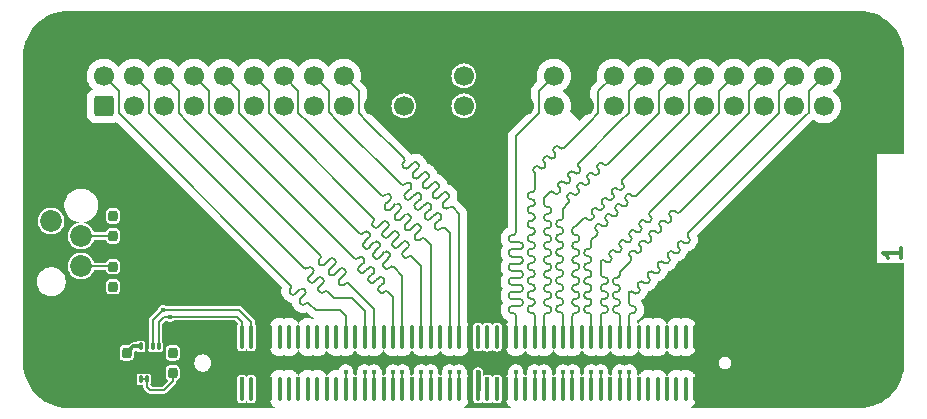
<source format=gtl>
G04 #@! TF.GenerationSoftware,KiCad,Pcbnew,8.0.6*
G04 #@! TF.CreationDate,2024-11-07T02:27:30-08:00*
G04 #@! TF.ProjectId,mse-50-idc,6d73652d-3530-42d6-9964-632e6b696361,1*
G04 #@! TF.SameCoordinates,Original*
G04 #@! TF.FileFunction,Copper,L1,Top*
G04 #@! TF.FilePolarity,Positive*
%FSLAX46Y46*%
G04 Gerber Fmt 4.6, Leading zero omitted, Abs format (unit mm)*
G04 Created by KiCad (PCBNEW 8.0.6) date 2024-11-07 02:27:30*
%MOMM*%
%LPD*%
G01*
G04 APERTURE LIST*
G04 Aperture macros list*
%AMRoundRect*
0 Rectangle with rounded corners*
0 $1 Rounding radius*
0 $2 $3 $4 $5 $6 $7 $8 $9 X,Y pos of 4 corners*
0 Add a 4 corners polygon primitive as box body*
4,1,4,$2,$3,$4,$5,$6,$7,$8,$9,$2,$3,0*
0 Add four circle primitives for the rounded corners*
1,1,$1+$1,$2,$3*
1,1,$1+$1,$4,$5*
1,1,$1+$1,$6,$7*
1,1,$1+$1,$8,$9*
0 Add four rect primitives between the rounded corners*
20,1,$1+$1,$2,$3,$4,$5,0*
20,1,$1+$1,$4,$5,$6,$7,0*
20,1,$1+$1,$6,$7,$8,$9,0*
20,1,$1+$1,$8,$9,$2,$3,0*%
G04 Aperture macros list end*
%ADD10C,0.300000*%
G04 #@! TA.AperFunction,NonConductor*
%ADD11C,0.300000*%
G04 #@! TD*
G04 #@! TA.AperFunction,SMDPad,CuDef*
%ADD12RoundRect,0.100000X0.100000X0.900000X-0.100000X0.900000X-0.100000X-0.900000X0.100000X-0.900000X0*%
G04 #@! TD*
G04 #@! TA.AperFunction,SMDPad,CuDef*
%ADD13RoundRect,0.200000X0.200000X-0.250000X0.200000X0.250000X-0.200000X0.250000X-0.200000X-0.250000X0*%
G04 #@! TD*
G04 #@! TA.AperFunction,SMDPad,CuDef*
%ADD14RoundRect,0.200000X-0.200000X0.250000X-0.200000X-0.250000X0.200000X-0.250000X0.200000X0.250000X0*%
G04 #@! TD*
G04 #@! TA.AperFunction,ComponentPad*
%ADD15RoundRect,0.250000X0.600000X-0.600000X0.600000X0.600000X-0.600000X0.600000X-0.600000X-0.600000X0*%
G04 #@! TD*
G04 #@! TA.AperFunction,ComponentPad*
%ADD16C,1.700000*%
G04 #@! TD*
G04 #@! TA.AperFunction,ComponentPad*
%ADD17C,6.400000*%
G04 #@! TD*
G04 #@! TA.AperFunction,SMDPad,CuDef*
%ADD18RoundRect,0.046875X0.103125X-0.253125X0.103125X0.253125X-0.103125X0.253125X-0.103125X-0.253125X0*%
G04 #@! TD*
G04 #@! TA.AperFunction,SMDPad,CuDef*
%ADD19RoundRect,0.250000X0.550000X-0.550000X0.550000X0.550000X-0.550000X0.550000X-0.550000X-0.550000X0*%
G04 #@! TD*
G04 #@! TA.AperFunction,ComponentPad*
%ADD20C,1.850000*%
G04 #@! TD*
G04 #@! TA.AperFunction,ViaPad*
%ADD21C,0.450000*%
G04 #@! TD*
G04 #@! TA.AperFunction,Conductor*
%ADD22C,0.200000*%
G04 #@! TD*
G04 #@! TA.AperFunction,Conductor*
%ADD23C,0.300000*%
G04 #@! TD*
G04 #@! TA.AperFunction,Conductor*
%ADD24C,0.151400*%
G04 #@! TD*
G04 #@! TA.AperFunction,Conductor*
%ADD25C,0.400000*%
G04 #@! TD*
G04 APERTURE END LIST*
D10*
D11*
X-499172Y13728573D02*
X-499172Y12871430D01*
X-499172Y13300001D02*
X-1999172Y13300001D01*
X-1999172Y13300001D02*
X-1784886Y13157144D01*
X-1784886Y13157144D02*
X-1642029Y13014287D01*
X-1642029Y13014287D02*
X-1570600Y12871430D01*
D12*
G04 #@! TO.P,J1,1,Pin_1*
G04 #@! TO.N,GND*
X-57100000Y1800000D03*
G04 #@! TO.P,J1,2,Pin_2*
X-57100000Y6200000D03*
G04 #@! TO.P,J1,3,Pin_3*
G04 #@! TO.N,+3V3*
X-56300000Y1800001D03*
G04 #@! TO.P,J1,4,Pin_4*
G04 #@! TO.N,/PHY.ID_SDA*
X-56300000Y6199999D03*
G04 #@! TO.P,J1,5,Pin_5*
G04 #@! TO.N,unconnected-(J1-Pin_5-Pad5)*
X-55500000Y1800000D03*
G04 #@! TO.P,J1,6,Pin_6*
G04 #@! TO.N,/PHY.ID_SCL*
X-55500000Y6200000D03*
G04 #@! TO.P,J1,7,Pin_7*
G04 #@! TO.N,GND*
X-54700001Y1800000D03*
G04 #@! TO.P,J1,8,Pin_8*
X-54700001Y6200000D03*
G04 #@! TO.P,J1,9,Pin_9*
X-53900000Y1800000D03*
G04 #@! TO.P,J1,10,Pin_10*
X-53900000Y6200000D03*
G04 #@! TO.P,J1,11,Pin_11*
G04 #@! TO.N,/CON.DB12+*
X-53100000Y1800000D03*
G04 #@! TO.P,J1,12,Pin_12*
G04 #@! TO.N,/CON.DB12-*
X-53100000Y6200000D03*
G04 #@! TO.P,J1,13,Pin_13*
G04 #@! TO.N,/CON.DB13+*
X-52299999Y1800000D03*
G04 #@! TO.P,J1,14,Pin_14*
G04 #@! TO.N,/CON.DB13-*
X-52299999Y6200000D03*
G04 #@! TO.P,J1,15,Pin_15*
G04 #@! TO.N,GND*
X-51500000Y1800000D03*
G04 #@! TO.P,J1,16,Pin_16*
X-51500000Y6200000D03*
G04 #@! TO.P,J1,17,Pin_17*
G04 #@! TO.N,/CON.DB14+*
X-50700000Y1800001D03*
G04 #@! TO.P,J1,18,Pin_18*
G04 #@! TO.N,/CON.DB14-*
X-50700000Y6199999D03*
G04 #@! TO.P,J1,19,Pin_19*
G04 #@! TO.N,/CON.DB15+*
X-49900000Y1800000D03*
G04 #@! TO.P,J1,20,Pin_20*
G04 #@! TO.N,/CON.DB15-*
X-49900000Y6200000D03*
G04 #@! TO.P,J1,21,Pin_21*
G04 #@! TO.N,GND*
X-49100000Y1800000D03*
G04 #@! TO.P,J1,22,Pin_22*
X-49100000Y6200000D03*
G04 #@! TO.P,J1,23,Pin_23*
G04 #@! TO.N,/CON.DP1+*
X-48300000Y1800000D03*
G04 #@! TO.P,J1,24,Pin_24*
G04 #@! TO.N,/CON.DP1-*
X-48300000Y6200000D03*
G04 #@! TO.P,J1,25,Pin_25*
G04 #@! TO.N,/CON.DB0+*
X-47500000Y1800000D03*
G04 #@! TO.P,J1,26,Pin_26*
G04 #@! TO.N,/CON.DB0-*
X-47500000Y6200000D03*
G04 #@! TO.P,J1,27,Pin_27*
G04 #@! TO.N,GND*
X-46699999Y1800000D03*
G04 #@! TO.P,J1,28,Pin_28*
X-46699999Y6200000D03*
G04 #@! TO.P,J1,29,Pin_29*
G04 #@! TO.N,/CON.DB1+*
X-45900000Y1800000D03*
G04 #@! TO.P,J1,30,Pin_30*
G04 #@! TO.N,/CON.DB1-*
X-45900000Y6200000D03*
G04 #@! TO.P,J1,31,Pin_31*
G04 #@! TO.N,/CON.DB2+*
X-45100000Y1800001D03*
G04 #@! TO.P,J1,32,Pin_32*
G04 #@! TO.N,/CON.DB2-*
X-45100000Y6199999D03*
G04 #@! TO.P,J1,33,Pin_33*
G04 #@! TO.N,GND*
X-44300000Y1800000D03*
G04 #@! TO.P,J1,34,Pin_34*
X-44300000Y6200000D03*
G04 #@! TO.P,J1,35,Pin_35*
G04 #@! TO.N,/CON.DB3+*
X-43500000Y1800000D03*
G04 #@! TO.P,J1,36,Pin_36*
G04 #@! TO.N,/CON.DB3-*
X-43500000Y6200000D03*
G04 #@! TO.P,J1,37,Pin_37*
G04 #@! TO.N,/CON.DB4+*
X-42700000Y1800000D03*
G04 #@! TO.P,J1,38,Pin_38*
G04 #@! TO.N,/CON.DB4-*
X-42700000Y6200000D03*
G04 #@! TO.P,J1,39,Pin_39*
G04 #@! TO.N,GND*
X-41900000Y1800000D03*
G04 #@! TO.P,J1,40,Pin_40*
X-41900000Y6200000D03*
G04 #@! TO.P,J1,41,Pin_41*
G04 #@! TO.N,/CON.DB5+*
X-41099999Y1800000D03*
G04 #@! TO.P,J1,42,Pin_42*
G04 #@! TO.N,/CON.DB5-*
X-41099999Y6200000D03*
G04 #@! TO.P,J1,43,Pin_43*
G04 #@! TO.N,/CON.DB6+*
X-40300000Y1800000D03*
G04 #@! TO.P,J1,44,Pin_44*
G04 #@! TO.N,/CON.DB6-*
X-40300000Y6200000D03*
G04 #@! TO.P,J1,45,Pin_45*
G04 #@! TO.N,GND*
X-39500000Y1800001D03*
G04 #@! TO.P,J1,46,Pin_46*
X-39500000Y6199999D03*
G04 #@! TO.P,J1,47,Pin_47*
G04 #@! TO.N,/CON.DB7+*
X-38700000Y1800000D03*
G04 #@! TO.P,J1,48,Pin_48*
G04 #@! TO.N,/CON.DB7-*
X-38700000Y6200000D03*
G04 #@! TO.P,J1,49,Pin_49*
G04 #@! TO.N,/CON.DP0+*
X-37900000Y1800000D03*
G04 #@! TO.P,J1,50,Pin_50*
G04 #@! TO.N,/CON.DP0-*
X-37900000Y6200000D03*
G04 #@! TO.P,J1,51,Pin_51*
G04 #@! TO.N,GND*
X-37100000Y1800000D03*
G04 #@! TO.P,J1,52,Pin_52*
X-37100000Y6200000D03*
G04 #@! TO.P,J1,53,Pin_53*
G04 #@! TO.N,/CON.DIFFSENSE*
X-36300000Y1800000D03*
G04 #@! TO.P,J1,54,Pin_54*
G04 #@! TO.N,unconnected-(J1-Pin_54-Pad54)*
X-36300000Y6200000D03*
G04 #@! TO.P,J1,55,Pin_55*
G04 #@! TO.N,/CON.TERMPWR*
X-35500000Y1800001D03*
G04 #@! TO.P,J1,56,Pin_56*
X-35500000Y6199999D03*
G04 #@! TO.P,J1,57,Pin_57*
X-34700000Y1800000D03*
G04 #@! TO.P,J1,58,Pin_58*
X-34700000Y6200000D03*
G04 #@! TO.P,J1,59,Pin_59*
G04 #@! TO.N,GND*
X-33900001Y1800000D03*
G04 #@! TO.P,J1,60,Pin_60*
X-33900001Y6200000D03*
G04 #@! TO.P,J1,61,Pin_61*
G04 #@! TO.N,/CON.ATN+*
X-33100000Y1800000D03*
G04 #@! TO.P,J1,62,Pin_62*
G04 #@! TO.N,/CON.ATN-*
X-33100000Y6200000D03*
G04 #@! TO.P,J1,63,Pin_63*
G04 #@! TO.N,GND*
X-32300000Y1800000D03*
G04 #@! TO.P,J1,64,Pin_64*
X-32300000Y6200000D03*
G04 #@! TO.P,J1,65,Pin_65*
G04 #@! TO.N,/CON.BSY+*
X-31500000Y1800000D03*
G04 #@! TO.P,J1,66,Pin_66*
G04 #@! TO.N,/CON.BSY-*
X-31500000Y6200000D03*
G04 #@! TO.P,J1,67,Pin_67*
G04 #@! TO.N,/CON.ACK+*
X-30700000Y1800000D03*
G04 #@! TO.P,J1,68,Pin_68*
G04 #@! TO.N,/CON.ACK-*
X-30700000Y6200000D03*
G04 #@! TO.P,J1,69,Pin_69*
G04 #@! TO.N,GND*
X-29900000Y1800001D03*
G04 #@! TO.P,J1,70,Pin_70*
X-29900000Y6199999D03*
G04 #@! TO.P,J1,71,Pin_71*
G04 #@! TO.N,/CON.RST+*
X-29100000Y1800000D03*
G04 #@! TO.P,J1,72,Pin_72*
G04 #@! TO.N,/CON.RST-*
X-29100000Y6200000D03*
G04 #@! TO.P,J1,73,Pin_73*
G04 #@! TO.N,/CON.MSG+*
X-28300001Y1800000D03*
G04 #@! TO.P,J1,74,Pin_74*
G04 #@! TO.N,/CON.MSG-*
X-28300001Y6200000D03*
G04 #@! TO.P,J1,75,Pin_75*
G04 #@! TO.N,GND*
X-27500000Y1800000D03*
G04 #@! TO.P,J1,76,Pin_76*
X-27500000Y6200000D03*
G04 #@! TO.P,J1,77,Pin_77*
G04 #@! TO.N,/CON.SEL+*
X-26700000Y1800000D03*
G04 #@! TO.P,J1,78,Pin_78*
G04 #@! TO.N,/CON.SEL-*
X-26700000Y6200000D03*
G04 #@! TO.P,J1,79,Pin_79*
G04 #@! TO.N,/CON.C{slash}D+*
X-25900000Y1800000D03*
G04 #@! TO.P,J1,80,Pin_80*
G04 #@! TO.N,/CON.C{slash}D-*
X-25900000Y6200000D03*
G04 #@! TO.P,J1,81,Pin_81*
G04 #@! TO.N,GND*
X-25100000Y1800000D03*
G04 #@! TO.P,J1,82,Pin_82*
X-25100000Y6200000D03*
G04 #@! TO.P,J1,83,Pin_83*
G04 #@! TO.N,/CON.REQ+*
X-24300000Y1800001D03*
G04 #@! TO.P,J1,84,Pin_84*
G04 #@! TO.N,/CON.REQ-*
X-24300000Y6199999D03*
G04 #@! TO.P,J1,85,Pin_85*
G04 #@! TO.N,/CON.I{slash}O+*
X-23500000Y1800000D03*
G04 #@! TO.P,J1,86,Pin_86*
G04 #@! TO.N,/CON.I{slash}O-*
X-23500000Y6200000D03*
G04 #@! TO.P,J1,87,Pin_87*
G04 #@! TO.N,GND*
X-22700001Y1800000D03*
G04 #@! TO.P,J1,88,Pin_88*
X-22700001Y6200000D03*
G04 #@! TO.P,J1,89,Pin_89*
G04 #@! TO.N,/CON.DB8+*
X-21900000Y1800000D03*
G04 #@! TO.P,J1,90,Pin_90*
G04 #@! TO.N,/CON.DB8-*
X-21900000Y6200000D03*
G04 #@! TO.P,J1,91,Pin_91*
G04 #@! TO.N,/CON.DB9+*
X-21100000Y1800000D03*
G04 #@! TO.P,J1,92,Pin_92*
G04 #@! TO.N,/CON.DB9-*
X-21100000Y6200000D03*
G04 #@! TO.P,J1,93,Pin_93*
G04 #@! TO.N,GND*
X-20299999Y1800000D03*
G04 #@! TO.P,J1,94,Pin_94*
X-20299999Y6200000D03*
G04 #@! TO.P,J1,95,Pin_95*
G04 #@! TO.N,/CON.DB10+*
X-19500000Y1800000D03*
G04 #@! TO.P,J1,96,Pin_96*
G04 #@! TO.N,/CON.DB10-*
X-19500000Y6200000D03*
G04 #@! TO.P,J1,97,Pin_97*
G04 #@! TO.N,/CON.DB11+*
X-18700000Y1800001D03*
G04 #@! TO.P,J1,98,Pin_98*
G04 #@! TO.N,/CON.DB11-*
X-18700000Y6199999D03*
G04 #@! TO.P,J1,99,Pin_99*
G04 #@! TO.N,GND*
X-17900000Y1800000D03*
G04 #@! TO.P,J1,100,Pin_100*
X-17900000Y6200000D03*
G04 #@! TD*
D13*
G04 #@! TO.P,R3,1*
G04 #@! TO.N,+3V3*
X-67200000Y10450000D03*
G04 #@! TO.P,R3,2*
G04 #@! TO.N,/PHY.ID_SCL*
X-67200000Y12150000D03*
G04 #@! TD*
D14*
G04 #@! TO.P,R2,1*
G04 #@! TO.N,+3V3*
X-67200000Y16450000D03*
G04 #@! TO.P,R2,2*
G04 #@! TO.N,/PHY.ID_SDA*
X-67200000Y14750000D03*
G04 #@! TD*
D13*
G04 #@! TO.P,C1,1*
G04 #@! TO.N,GND*
X-66050000Y3150000D03*
G04 #@! TO.P,C1,2*
G04 #@! TO.N,+3V3*
X-66050000Y4850000D03*
G04 #@! TD*
D15*
G04 #@! TO.P,J2,1,Pin_1*
G04 #@! TO.N,/CON.DB0+*
X-67980000Y25760000D03*
D16*
G04 #@! TO.P,J2,2,Pin_2*
G04 #@! TO.N,/CON.DB0-*
X-67980000Y28300000D03*
G04 #@! TO.P,J2,3,Pin_3*
G04 #@! TO.N,/CON.DB1+*
X-65440000Y25760000D03*
G04 #@! TO.P,J2,4,Pin_4*
G04 #@! TO.N,/CON.DB1-*
X-65440000Y28300000D03*
G04 #@! TO.P,J2,5,Pin_5*
G04 #@! TO.N,/CON.DB2+*
X-62900001Y25760000D03*
G04 #@! TO.P,J2,6,Pin_6*
G04 #@! TO.N,/CON.DB2-*
X-62900000Y28300000D03*
G04 #@! TO.P,J2,7,Pin_7*
G04 #@! TO.N,/CON.DB3+*
X-60360000Y25760000D03*
G04 #@! TO.P,J2,8,Pin_8*
G04 #@! TO.N,/CON.DB3-*
X-60360000Y28300000D03*
G04 #@! TO.P,J2,9,Pin_9*
G04 #@! TO.N,/CON.DB4+*
X-57820000Y25760000D03*
G04 #@! TO.P,J2,10,Pin_10*
G04 #@! TO.N,/CON.DB4-*
X-57820000Y28300000D03*
G04 #@! TO.P,J2,11,Pin_11*
G04 #@! TO.N,/CON.DB5+*
X-55280000Y25760000D03*
G04 #@! TO.P,J2,12,Pin_12*
G04 #@! TO.N,/CON.DB5-*
X-55280000Y28300000D03*
G04 #@! TO.P,J2,13,Pin_13*
G04 #@! TO.N,/CON.DB6+*
X-52740000Y25760000D03*
G04 #@! TO.P,J2,14,Pin_14*
G04 #@! TO.N,/CON.DB6-*
X-52740000Y28300000D03*
G04 #@! TO.P,J2,15,Pin_15*
G04 #@! TO.N,/CON.DB7+*
X-50199999Y25760000D03*
G04 #@! TO.P,J2,16,Pin_16*
G04 #@! TO.N,/CON.DB7-*
X-50200000Y28300000D03*
G04 #@! TO.P,J2,17,Pin_17*
G04 #@! TO.N,/CON.DP0+*
X-47660000Y25760000D03*
G04 #@! TO.P,J2,18,Pin_18*
G04 #@! TO.N,/CON.DP0-*
X-47660000Y28300000D03*
G04 #@! TO.P,J2,19,Pin_19*
G04 #@! TO.N,GND*
X-45120000Y25760000D03*
G04 #@! TO.P,J2,20,Pin_20*
X-45120000Y28300000D03*
G04 #@! TO.P,J2,21,Pin_21*
G04 #@! TO.N,/CON.DIFFSENSE*
X-42580000Y25760000D03*
G04 #@! TO.P,J2,22,Pin_22*
G04 #@! TO.N,GND*
X-42580000Y28300000D03*
G04 #@! TO.P,J2,23,Pin_23*
X-40040001Y25760000D03*
G04 #@! TO.P,J2,24,Pin_24*
X-40040000Y28300000D03*
G04 #@! TO.P,J2,25,Pin_25*
G04 #@! TO.N,unconnected-(J2-Pin_25-Pad25)*
X-37500000Y25760000D03*
G04 #@! TO.P,J2,26,Pin_26*
G04 #@! TO.N,/CON.TERMPWR*
X-37500000Y28300000D03*
G04 #@! TO.P,J2,27,Pin_27*
G04 #@! TO.N,GND*
X-34960000Y25760000D03*
G04 #@! TO.P,J2,28,Pin_28*
X-34960000Y28300000D03*
G04 #@! TO.P,J2,29,Pin_29*
X-32420000Y25760000D03*
G04 #@! TO.P,J2,30,Pin_30*
X-32420000Y28300000D03*
G04 #@! TO.P,J2,31,Pin_31*
G04 #@! TO.N,/CON.ATN+*
X-29880001Y25760000D03*
G04 #@! TO.P,J2,32,Pin_32*
G04 #@! TO.N,/CON.ATN-*
X-29880000Y28300000D03*
G04 #@! TO.P,J2,33,Pin_33*
G04 #@! TO.N,GND*
X-27339999Y25760000D03*
G04 #@! TO.P,J2,34,Pin_34*
X-27340000Y28300000D03*
G04 #@! TO.P,J2,35,Pin_35*
G04 #@! TO.N,/CON.BSY+*
X-24800000Y25760000D03*
G04 #@! TO.P,J2,36,Pin_36*
G04 #@! TO.N,/CON.BSY-*
X-24800000Y28300000D03*
G04 #@! TO.P,J2,37,Pin_37*
G04 #@! TO.N,/CON.ACK+*
X-22260000Y25760000D03*
G04 #@! TO.P,J2,38,Pin_38*
G04 #@! TO.N,/CON.ACK-*
X-22260000Y28300000D03*
G04 #@! TO.P,J2,39,Pin_39*
G04 #@! TO.N,/CON.RST+*
X-19720000Y25760000D03*
G04 #@! TO.P,J2,40,Pin_40*
G04 #@! TO.N,/CON.RST-*
X-19720000Y28300000D03*
G04 #@! TO.P,J2,41,Pin_41*
G04 #@! TO.N,/CON.MSG+*
X-17180001Y25760000D03*
G04 #@! TO.P,J2,42,Pin_42*
G04 #@! TO.N,/CON.MSG-*
X-17180000Y28300000D03*
G04 #@! TO.P,J2,43,Pin_43*
G04 #@! TO.N,/CON.SEL+*
X-14640000Y25760000D03*
G04 #@! TO.P,J2,44,Pin_44*
G04 #@! TO.N,/CON.SEL-*
X-14640000Y28300000D03*
G04 #@! TO.P,J2,45,Pin_45*
G04 #@! TO.N,/CON.C{slash}D+*
X-12100000Y25760000D03*
G04 #@! TO.P,J2,46,Pin_46*
G04 #@! TO.N,/CON.C{slash}D-*
X-12100000Y28300000D03*
G04 #@! TO.P,J2,47,Pin_47*
G04 #@! TO.N,/CON.REQ+*
X-9560000Y25760000D03*
G04 #@! TO.P,J2,48,Pin_48*
G04 #@! TO.N,/CON.REQ-*
X-9560000Y28300000D03*
G04 #@! TO.P,J2,49,Pin_49*
G04 #@! TO.N,/CON.I{slash}O+*
X-7020001Y25760000D03*
G04 #@! TO.P,J2,50,Pin_50*
G04 #@! TO.N,/CON.I{slash}O-*
X-7020000Y28300000D03*
G04 #@! TD*
D17*
G04 #@! TO.P,H4,1,1*
G04 #@! TO.N,GND*
X-4000000Y4000000D03*
G04 #@! TD*
D13*
G04 #@! TO.P,R1,1*
G04 #@! TO.N,Net-(U1-E0)*
X-62150000Y3150000D03*
G04 #@! TO.P,R1,2*
G04 #@! TO.N,+3V3*
X-62150000Y4850000D03*
G04 #@! TD*
D18*
G04 #@! TO.P,U1,1,E0*
G04 #@! TO.N,Net-(U1-E0)*
X-64850001Y2600000D03*
G04 #@! TO.P,U1,2,E1*
X-64350000Y2600000D03*
G04 #@! TO.P,U1,3,E2*
G04 #@! TO.N,GND*
X-63850000Y2600000D03*
G04 #@! TO.P,U1,4,VSS*
X-63349999Y2600000D03*
G04 #@! TO.P,U1,5,SDA*
G04 #@! TO.N,/PHY.ID_SDA*
X-63349999Y5400000D03*
G04 #@! TO.P,U1,6,SCL*
G04 #@! TO.N,/PHY.ID_SCL*
X-63850000Y5400000D03*
G04 #@! TO.P,U1,7,~{WC}*
G04 #@! TO.N,GND*
X-64350000Y5400000D03*
G04 #@! TO.P,U1,8,VCC*
G04 #@! TO.N,+3V3*
X-64850001Y5400000D03*
D19*
G04 #@! TO.P,U1,EP,VSS*
G04 #@! TO.N,GND*
X-64100000Y4000000D03*
G04 #@! TD*
D20*
G04 #@! TO.P,J3,1,Pin_1*
G04 #@! TO.N,+3V3*
X-72440000Y16010000D03*
G04 #@! TO.P,J3,2,Pin_2*
G04 #@! TO.N,/PHY.ID_SDA*
X-69900000Y14740000D03*
G04 #@! TO.P,J3,3,Pin_3*
G04 #@! TO.N,GND*
X-72440000Y13470000D03*
G04 #@! TO.P,J3,4,Pin_4*
G04 #@! TO.N,/PHY.ID_SCL*
X-69900000Y12200000D03*
G04 #@! TD*
D17*
G04 #@! TO.P,H3,1,1*
G04 #@! TO.N,GND*
X-71000000Y4000000D03*
G04 #@! TD*
D21*
G04 #@! TO.N,GND*
X-20300000Y5400000D03*
X-22700000Y1800000D03*
X-49100000Y1800000D03*
X-53900000Y1000000D03*
X-29900000Y2600000D03*
X-22700000Y3200000D03*
X-39500000Y6200000D03*
X-25100000Y3200000D03*
X-20300000Y3200000D03*
X-39500000Y1800000D03*
X-44300000Y7000000D03*
X-49100000Y6200000D03*
X-64650000Y4000000D03*
X-46700000Y6200000D03*
X-51500000Y2600000D03*
X-27500000Y2600000D03*
X-39500000Y7000000D03*
X-32300000Y1800000D03*
X-53900000Y5400000D03*
X-20300000Y1800000D03*
X-41900000Y3200000D03*
X-44300000Y3200000D03*
X-53900000Y2600000D03*
X-37100000Y5400000D03*
X-63600000Y4000000D03*
X-25100000Y7000000D03*
X-39500000Y5400000D03*
X-33900000Y1000000D03*
X-41900000Y1000000D03*
X-64100000Y4500000D03*
X-33900000Y2600000D03*
X-49100000Y2600000D03*
X-33900000Y6200000D03*
X-54700000Y3200000D03*
X-51500000Y5400000D03*
X-33900000Y3200000D03*
X-32300000Y3200000D03*
X-44300000Y6200000D03*
X-27500000Y6200000D03*
X-39500000Y1000000D03*
X-37100000Y3200000D03*
X-25100000Y1800000D03*
X-41900000Y7000000D03*
X-53900000Y7000000D03*
X-41900000Y6200000D03*
X-51500000Y3200000D03*
X-27500000Y5400000D03*
X-54700000Y6200000D03*
X-29900000Y1000000D03*
X-20300000Y1000000D03*
X-53900000Y1800000D03*
X-51500000Y6200000D03*
X-20300000Y2600000D03*
X-22700000Y1000000D03*
X-44300000Y5400000D03*
X-33900000Y1800000D03*
X-32300000Y5400000D03*
X-20300000Y6200000D03*
X-49100000Y3200000D03*
X-37100000Y6200000D03*
X-25100000Y2600000D03*
X-46700000Y3200000D03*
X-37100000Y7000000D03*
X-39500000Y2600000D03*
X-25100000Y6200000D03*
X-33900000Y7000000D03*
X-51500000Y7000000D03*
X-54700000Y7000000D03*
X-29900000Y7000000D03*
X-44300000Y1800000D03*
X-22700000Y2600000D03*
X-17900000Y5400000D03*
X-41900000Y2600000D03*
X-17900000Y7000000D03*
X-44300000Y1000000D03*
X-32300000Y7000000D03*
X-29900000Y3200000D03*
X-51500000Y1800000D03*
X-54700000Y5400000D03*
X-22700000Y6200000D03*
X-57100000Y5400000D03*
X-37100000Y1800000D03*
X-46700000Y1000000D03*
X-25100000Y1000000D03*
X-32300000Y2600000D03*
X-44300000Y2600000D03*
X-46700000Y5400000D03*
X-54700000Y1800000D03*
X-22700000Y7000000D03*
X-46700000Y2600000D03*
X-37100000Y1000000D03*
X-39500000Y3200000D03*
X-37100000Y2600000D03*
X-51500000Y1000000D03*
X-17900000Y1000000D03*
X-20300000Y7000000D03*
X-57100000Y6200000D03*
X-32300000Y1000000D03*
X-33900000Y5400000D03*
X-46700000Y1800000D03*
X-29900000Y5400000D03*
X-27500000Y1800000D03*
X-41900000Y1800000D03*
X-53900000Y6200000D03*
X-41900000Y5400000D03*
X-29900000Y6200000D03*
X-49100000Y5400000D03*
X-17900000Y3200000D03*
X-54700000Y2600000D03*
X-49100000Y7000000D03*
X-49100000Y1000000D03*
X-27500000Y3200000D03*
X-46700000Y7000000D03*
X-29900000Y1800000D03*
X-25100000Y5400000D03*
X-64100000Y3500000D03*
X-32300000Y6200000D03*
X-17900000Y6200000D03*
X-27500000Y1000000D03*
X-57100000Y7000000D03*
X-22700000Y5400000D03*
X-17900000Y2600000D03*
X-54700000Y1000000D03*
X-17900000Y1800000D03*
X-27500000Y7000000D03*
X-66050000Y3150000D03*
X-53900000Y3200000D03*
G04 #@! TO.N,/PHY.ID_SCL*
X-67200000Y12150000D03*
X-63000000Y8500000D03*
G04 #@! TO.N,+3V3*
X-56300000Y1800000D03*
X-67200000Y16500000D03*
X-67200000Y10500000D03*
X-66050000Y4850000D03*
X-56300000Y1000000D03*
X-56300000Y2600000D03*
X-62150000Y4850000D03*
G04 #@! TO.N,/PHY.ID_SDA*
X-67200000Y14750000D03*
X-62400000Y7900000D03*
G04 #@! TO.N,/CON.C{slash}D+*
X-25900000Y3200000D03*
G04 #@! TO.N,/CON.ACK+*
X-30700000Y3200000D03*
G04 #@! TO.N,/CON.TERMPWR*
X-34700000Y2600000D03*
X-35500000Y7000000D03*
X-35500000Y1000000D03*
X-34700000Y5400000D03*
X-34700000Y6200000D03*
X-34700000Y1000000D03*
X-35500000Y5400000D03*
X-35500000Y6200000D03*
X-35500000Y2600000D03*
X-34700000Y1800000D03*
X-34700000Y7000000D03*
X-35500000Y1800000D03*
G04 #@! TO.N,/CON.BSY+*
X-31500000Y3200000D03*
G04 #@! TO.N,/CON.DB5+*
X-41100000Y3200000D03*
G04 #@! TO.N,/CON.DP0+*
X-37900000Y3200000D03*
G04 #@! TO.N,/CON.SEL+*
X-26700000Y3200000D03*
G04 #@! TO.N,/CON.ATN+*
X-33100000Y3200000D03*
G04 #@! TO.N,/CON.DB7+*
X-38700000Y3200000D03*
G04 #@! TO.N,/CON.REQ+*
X-24300000Y3200000D03*
G04 #@! TO.N,/CON.MSG+*
X-28300000Y3200000D03*
G04 #@! TO.N,/CON.DB3+*
X-43500000Y3200000D03*
G04 #@! TO.N,/CON.DIFFSENSE*
X-36300000Y3200000D03*
G04 #@! TO.N,/CON.I{slash}O+*
X-23500000Y3200000D03*
G04 #@! TO.N,/CON.DB4+*
X-42700000Y3200000D03*
G04 #@! TO.N,/CON.RST+*
X-29100000Y3200000D03*
G04 #@! TO.N,/CON.DB6+*
X-40300000Y3200000D03*
G04 #@! TO.N,/CON.DB1+*
X-45900000Y3200000D03*
G04 #@! TO.N,/CON.DB2+*
X-45100000Y3200000D03*
G04 #@! TO.N,/CON.DB0+*
X-47500000Y3200000D03*
G04 #@! TD*
D22*
G04 #@! TO.N,/PHY.ID_SCL*
X-67600000Y12200000D02*
X-69900000Y12200000D01*
X-63850000Y5400000D02*
X-63850000Y7650000D01*
X-56500000Y8500000D02*
X-55500000Y7500000D01*
X-67200000Y12150000D02*
X-67550000Y12150000D01*
X-63000000Y8500000D02*
X-56500000Y8500000D01*
X-67550000Y12150000D02*
X-67600000Y12200000D01*
X-63850000Y7650000D02*
X-63000000Y8500000D01*
X-55500000Y7500000D02*
X-55500000Y6200000D01*
D23*
G04 #@! TO.N,+3V3*
X-64850001Y5400000D02*
X-65500000Y5400000D01*
X-65500000Y5400000D02*
X-66050000Y4850000D01*
D22*
G04 #@! TO.N,/PHY.ID_SDA*
X-62900000Y7900000D02*
X-63349999Y7450001D01*
X-56300000Y7500000D02*
X-56700000Y7900000D01*
X-63349999Y7450001D02*
X-63349999Y5400000D01*
X-67200000Y14750000D02*
X-69890000Y14750000D01*
X-62600000Y7900000D02*
X-62900000Y7900000D01*
X-69890000Y14750000D02*
X-69900000Y14740000D01*
X-56300000Y6199999D02*
X-56300000Y7500000D01*
X-56700000Y7900000D02*
X-62600000Y7900000D01*
D24*
G04 #@! TO.N,/CON.C{slash}D+*
X-25900000Y1800000D02*
X-25900000Y3200000D01*
G04 #@! TO.N,/CON.DB4-*
X-56550000Y27030000D02*
X-57820000Y28300000D01*
X-45492057Y14981056D02*
X-45576910Y15065909D01*
X-42700000Y6200000D02*
X-42700000Y11350000D01*
X-44044787Y12694786D02*
X-44044784Y12694784D01*
X-42700000Y11350000D02*
X-43450812Y12100812D01*
X-45143135Y13293502D02*
X-44893318Y13543318D01*
X-44044784Y12694784D02*
X-43794990Y12944579D01*
X-44219256Y13368845D02*
X-44469051Y13119051D01*
X-45317584Y13967584D02*
X-45317583Y13967583D01*
X-56550000Y25200000D02*
X-56550000Y27030000D01*
X-45741850Y14391850D02*
X-45572145Y14561556D01*
X-45572145Y14561556D02*
X-45492057Y14641644D01*
X-55744562Y24394562D02*
X-56550000Y25200000D01*
X-44214492Y12525081D02*
X-44044787Y12694786D01*
X-45916322Y15065909D02*
X-45996411Y14985821D01*
X-45317583Y13967583D02*
X-45567360Y13717809D01*
X-43790224Y12100812D02*
X-43870315Y12020724D01*
X-46420673Y15070673D02*
X-55744562Y24394562D01*
X-44893318Y13543318D02*
X-44893317Y13543317D01*
X-45906770Y13717808D02*
X-45991626Y13802664D01*
X-43794990Y13283990D02*
X-43879845Y13368845D01*
X-44294580Y12444990D02*
X-44214492Y12525081D01*
X-45067760Y14217407D02*
X-45317584Y13967584D01*
X-44643494Y14132552D02*
X-44728349Y14217407D01*
X-46335822Y14985821D02*
X-46420673Y15070673D01*
X-44469051Y13119051D02*
X-44469050Y13119050D01*
X-45991627Y14142076D02*
X-45741851Y14391851D01*
X-45058278Y12869234D02*
X-45143134Y12954090D01*
X-45741851Y14391851D02*
X-45741850Y14391850D01*
X-44469050Y13119050D02*
X-44718868Y12869235D01*
X-44893317Y13543317D02*
X-44643494Y13793141D01*
X-44209725Y12020723D02*
X-44294580Y12105578D01*
X-44643494Y13793141D02*
G75*
G03*
X-44643540Y14132505I-169706J169659D01*
G01*
X-44718868Y12869235D02*
G75*
G02*
X-45058305Y12869207I-169732J169665D01*
G01*
X-45991626Y13802664D02*
G75*
G02*
X-45991657Y14142105I169726J169736D01*
G01*
X-45996411Y14985821D02*
G75*
G02*
X-46335821Y14985821I-169705J169703D01*
G01*
X-45492057Y14641644D02*
G75*
G03*
X-45492107Y14981006I-169743J169656D01*
G01*
X-45567360Y13717809D02*
G75*
G02*
X-45906804Y13717773I-169740J169691D01*
G01*
X-43794990Y12944579D02*
G75*
G03*
X-43794974Y13284005I-169710J169721D01*
G01*
X-43450812Y12100812D02*
G75*
G03*
X-43790224Y12100812I-169706J-169701D01*
G01*
X-43870315Y12020724D02*
G75*
G02*
X-44209704Y12020743I-169685J169676D01*
G01*
X-44294580Y12105578D02*
G75*
G02*
X-44294596Y12445006I169680J169722D01*
G01*
X-45143134Y12954090D02*
G75*
G02*
X-45143138Y13293505I169734J169710D01*
G01*
X-44728349Y14217407D02*
G75*
G03*
X-45067761Y14217408I-169706J-169703D01*
G01*
X-45576910Y15065909D02*
G75*
G03*
X-45916322Y15065909I-169706J-169704D01*
G01*
X-43879845Y13368845D02*
G75*
G03*
X-44219255Y13368845I-169705J-169703D01*
G01*
G04 #@! TO.N,/CON.ACK+*
X-30700000Y1800000D02*
X-30700000Y3200000D01*
G04 #@! TO.N,/CON.BSY-*
X-31500000Y6200000D02*
X-31500000Y8016707D01*
X-31500000Y15096707D02*
X-31500000Y15216707D01*
X-31847897Y12456707D02*
X-31740000Y12456707D01*
X-32087897Y14496707D02*
X-32087897Y14616707D01*
X-26846741Y24403259D02*
X-26100000Y25150000D01*
X-31740000Y10656707D02*
X-31847897Y10656707D01*
X-26100000Y27000000D02*
X-24800000Y28300000D01*
X-31740000Y9456707D02*
X-31847897Y9456707D01*
X-31500000Y13896707D02*
X-31500000Y14016707D01*
X-31740000Y14256707D02*
X-31847897Y14256707D01*
X-31499999Y20089412D02*
X-31576288Y20165701D01*
X-32087897Y18096707D02*
X-32087897Y18216707D01*
X-31740000Y17856707D02*
X-31847897Y17856707D01*
X-32087897Y9696707D02*
X-32087897Y9816707D01*
X-31740000Y16656707D02*
X-31847897Y16656707D01*
X-32087897Y8496707D02*
X-32087897Y8616707D01*
X-31152023Y20589966D02*
X-31075733Y20513676D01*
X-30651470Y20598529D02*
X-30651470Y20598530D01*
X-31740000Y15456707D02*
X-31847897Y15456707D01*
X-31847897Y8856707D02*
X-31740000Y8856707D01*
X-31500000Y12696707D02*
X-31500000Y12816707D01*
X-30651469Y20937942D02*
X-30727763Y21014236D01*
X-31847897Y17256707D02*
X-31740000Y17256707D01*
X-30727764Y21353646D02*
X-30642909Y21438500D01*
X-32087897Y12096707D02*
X-32087897Y12216707D01*
X-32087897Y10896707D02*
X-32087897Y11016707D01*
X-31740000Y11856707D02*
X-31847897Y11856707D01*
X-31500000Y18696707D02*
X-31500000Y18816707D01*
X-31847897Y10056707D02*
X-31740000Y10056707D01*
X-29039262Y22210735D02*
X-28954410Y22295589D01*
X-31500000Y18816707D02*
X-31500000Y19466707D01*
X-31847897Y11256707D02*
X-31740000Y11256707D01*
X-30736321Y20513676D02*
X-30651470Y20598529D01*
X-31500000Y9096707D02*
X-31500000Y9216707D01*
X-30303499Y21438499D02*
X-30227204Y21362204D01*
X-31740000Y8256707D02*
X-31847897Y8256707D01*
X-29454969Y22287029D02*
X-29378674Y22210734D01*
X-32087897Y16896707D02*
X-32087897Y17016707D01*
X-29887792Y21362205D02*
X-29802940Y21447059D01*
X-31500000Y19466707D02*
X-31500000Y19750000D01*
X-31847897Y18456707D02*
X-31740000Y18456707D01*
X-31500000Y11496707D02*
X-31500000Y11616707D01*
X-26100000Y25150000D02*
X-26100000Y27000000D01*
X-28954410Y22295589D02*
X-26846741Y24403259D01*
X-29879234Y22202176D02*
X-29794379Y22287030D01*
X-31500000Y10296707D02*
X-31500000Y10416707D01*
X-29802939Y21786472D02*
X-29879233Y21862766D01*
X-29802940Y21447059D02*
X-29802940Y21447060D01*
X-31740000Y13056707D02*
X-31847897Y13056707D01*
X-31847897Y16056707D02*
X-31740000Y16056707D01*
X-32087897Y13296707D02*
X-32087897Y13416707D01*
X-31576288Y20505113D02*
X-31491435Y20589965D01*
X-31847897Y14856707D02*
X-31740000Y14856707D01*
X-31847897Y13656707D02*
X-31740000Y13656707D01*
X-31500000Y16296707D02*
X-31500000Y16416707D01*
X-32087897Y15696707D02*
X-32087897Y15816707D01*
X-31500000Y17496707D02*
X-31500000Y17616707D01*
X-31847897Y17856707D02*
G75*
G02*
X-32087893Y18096707I-3J239993D01*
G01*
X-31847897Y15456707D02*
G75*
G02*
X-32087893Y15696707I-3J239993D01*
G01*
X-31847897Y9456707D02*
G75*
G02*
X-32087893Y9696707I-3J239993D01*
G01*
X-31740000Y10056707D02*
G75*
G03*
X-31500007Y10296707I0J239993D01*
G01*
X-31500000Y16416707D02*
G75*
G03*
X-31740000Y16656700I-240000J-7D01*
G01*
X-31847897Y13056707D02*
G75*
G02*
X-32087893Y13296707I-3J239993D01*
G01*
X-31740000Y13656707D02*
G75*
G03*
X-31500007Y13896707I0J239993D01*
G01*
X-31500000Y8016707D02*
G75*
G03*
X-31740000Y8256700I-240000J-7D01*
G01*
X-30651470Y20598530D02*
G75*
G03*
X-30651505Y20937906I-169730J169670D01*
G01*
X-31576288Y20165701D02*
G75*
G02*
X-31576281Y20505106I169688J169699D01*
G01*
X-31847897Y16656707D02*
G75*
G02*
X-32087893Y16896707I-3J239993D01*
G01*
X-31740000Y18456707D02*
G75*
G03*
X-31500007Y18696707I0J239993D01*
G01*
X-30227204Y21362204D02*
G75*
G03*
X-29887794Y21362207I169704J169696D01*
G01*
X-31500000Y9216707D02*
G75*
G03*
X-31740000Y9456700I-240000J-7D01*
G01*
X-29879233Y21862766D02*
G75*
G02*
X-29879263Y22202204I169733J169734D01*
G01*
X-32087897Y9816707D02*
G75*
G02*
X-31847897Y10056697I239997J-7D01*
G01*
X-31500000Y17616707D02*
G75*
G03*
X-31740000Y17856700I-240000J-7D01*
G01*
X-31500000Y15216707D02*
G75*
G03*
X-31740000Y15456700I-240000J-7D01*
G01*
X-29378674Y22210734D02*
G75*
G03*
X-29039294Y22210766I169674J169666D01*
G01*
X-31847897Y10656707D02*
G75*
G02*
X-32087893Y10896707I-3J239993D01*
G01*
X-31740000Y14856707D02*
G75*
G03*
X-31500007Y15096707I0J239993D01*
G01*
X-31491435Y20589965D02*
G75*
G02*
X-31151994Y20589995I169735J-169665D01*
G01*
X-32087897Y14616707D02*
G75*
G02*
X-31847897Y14856697I239997J-7D01*
G01*
X-32087897Y8616707D02*
G75*
G02*
X-31847897Y8856697I239997J-7D01*
G01*
X-31847897Y14256707D02*
G75*
G02*
X-32087893Y14496707I-3J239993D01*
G01*
X-31500000Y14016707D02*
G75*
G03*
X-31740000Y14256700I-240000J-7D01*
G01*
X-32087897Y11016707D02*
G75*
G02*
X-31847897Y11256697I239997J-7D01*
G01*
X-31500000Y19750000D02*
G75*
G03*
X-31500005Y20089405I-169700J169700D01*
G01*
X-32087897Y18216707D02*
G75*
G02*
X-31847897Y18456697I239997J-7D01*
G01*
X-31500000Y12816707D02*
G75*
G03*
X-31740000Y13056700I-240000J-7D01*
G01*
X-31740000Y16056707D02*
G75*
G03*
X-31500007Y16296707I0J239993D01*
G01*
X-30727763Y21014236D02*
G75*
G02*
X-30727723Y21353604I169663J169664D01*
G01*
X-29794379Y22287030D02*
G75*
G02*
X-29454994Y22287004I169679J-169730D01*
G01*
X-31740000Y17256707D02*
G75*
G03*
X-31500007Y17496707I0J239993D01*
G01*
X-32087897Y13416707D02*
G75*
G02*
X-31847897Y13656697I239997J-7D01*
G01*
X-32087897Y17016707D02*
G75*
G02*
X-31847897Y17256697I239997J-7D01*
G01*
X-30642909Y21438500D02*
G75*
G02*
X-30303494Y21438504I169709J-169700D01*
G01*
X-29802940Y21447060D02*
G75*
G03*
X-29802905Y21786506I-169660J169740D01*
G01*
X-31847897Y11856707D02*
G75*
G02*
X-32087893Y12096707I-3J239993D01*
G01*
X-31847897Y8256707D02*
G75*
G02*
X-32087893Y8496707I-3J239993D01*
G01*
X-31740000Y8856707D02*
G75*
G03*
X-31500007Y9096707I0J239993D01*
G01*
X-32087897Y12216707D02*
G75*
G02*
X-31847897Y12456697I239997J-7D01*
G01*
X-31500000Y11616707D02*
G75*
G03*
X-31740000Y11856700I-240000J-7D01*
G01*
X-32087897Y15816707D02*
G75*
G02*
X-31847897Y16056697I239997J-7D01*
G01*
X-31075733Y20513676D02*
G75*
G03*
X-30736321Y20513676I169706J169701D01*
G01*
X-31740000Y12456707D02*
G75*
G03*
X-31500007Y12696707I0J239993D01*
G01*
X-31500000Y10416707D02*
G75*
G03*
X-31740000Y10656700I-240000J-7D01*
G01*
X-31740000Y11256707D02*
G75*
G03*
X-31500007Y11496707I0J239993D01*
G01*
G04 #@! TO.N,/CON.RST-*
X-28281268Y18338446D02*
X-28216115Y18273293D01*
X-21000000Y25150000D02*
X-21000000Y27020000D01*
X-29100000Y11523180D02*
X-29100000Y11643180D01*
X-29340000Y14283180D02*
X-29432139Y14283180D01*
X-29432139Y14883180D02*
X-29340000Y14883180D01*
X-29340000Y10683180D02*
X-29432126Y10683180D01*
X-26094790Y20394621D02*
X-26159942Y20459773D01*
X-21718319Y24431681D02*
X-21000000Y25150000D01*
X-29100000Y15123180D02*
X-29100000Y15243180D01*
X-26943321Y19206678D02*
X-26943321Y19206679D01*
X-29432139Y16083180D02*
X-29340000Y16083180D01*
X-29340000Y13083180D02*
X-29432139Y13083180D01*
X-29100000Y12723180D02*
X-29100000Y12843180D01*
X-29432139Y13683180D02*
X-29340000Y13683180D01*
X-29340000Y8283180D02*
X-29432126Y8283180D01*
X-27432719Y19186957D02*
X-27367585Y19121823D01*
X-26159943Y20799183D02*
X-26075088Y20884037D01*
X-27008462Y19950645D02*
X-26923609Y20035497D01*
X-29672126Y12123180D02*
X-29672126Y12243180D01*
X-29432126Y11283180D02*
X-29340000Y11283180D01*
X-29672139Y13323180D02*
X-29672139Y13443180D01*
X-29672126Y9723180D02*
X-29672126Y9843180D01*
X-29100000Y13923180D02*
X-29100000Y14043180D01*
X-26584197Y20035498D02*
X-26519054Y19970355D01*
X-27791851Y18358148D02*
X-27791851Y18358149D01*
X-26179642Y19970355D02*
X-26094791Y20055208D01*
X-29100000Y16443180D02*
X-29100000Y17050000D01*
X-25331113Y20818884D02*
X-25246261Y20903738D01*
X-25735678Y20884036D02*
X-25670525Y20818883D01*
X-29672126Y8523180D02*
X-29672126Y8643180D01*
X-26943320Y19546091D02*
X-27008462Y19611233D01*
X-29100000Y9123180D02*
X-29100000Y9243180D01*
X-28705533Y18253593D02*
X-28620678Y18338447D01*
X-29100000Y16323180D02*
X-29100000Y16443180D01*
X-29100000Y6200000D02*
X-29100000Y8043180D01*
X-27876703Y18273294D02*
X-27791851Y18358148D01*
X-29100000Y10323180D02*
X-29100000Y10443180D01*
X-26094791Y20055208D02*
X-26094791Y20055209D01*
X-21000000Y27020000D02*
X-19720000Y28300000D01*
X-25246261Y20903738D02*
X-21718319Y24431681D01*
X-29672126Y10923180D02*
X-29672126Y11043180D01*
X-27028173Y19121824D02*
X-26943321Y19206678D01*
X-27791850Y18697561D02*
X-27856983Y18762694D01*
X-29672139Y14523180D02*
X-29672139Y14643180D01*
X-28640380Y17849031D02*
X-28705532Y17914183D01*
X-29432126Y8883180D02*
X-29340000Y8883180D01*
X-29340000Y15483180D02*
X-29432139Y15483180D01*
X-29340000Y11883180D02*
X-29432126Y11883180D01*
X-29100000Y17050000D02*
X-28640381Y17509619D01*
X-27856984Y19102104D02*
X-27772129Y19186958D01*
X-29432126Y10083180D02*
X-29340000Y10083180D01*
X-29432126Y12483180D02*
X-29340000Y12483180D01*
X-29340000Y9483180D02*
X-29432126Y9483180D01*
X-29672139Y15723180D02*
X-29672139Y15843180D01*
X-29100000Y9243180D02*
G75*
G03*
X-29340000Y9483200I-240000J20D01*
G01*
X-27856983Y18762694D02*
G75*
G02*
X-27856985Y19102105I169683J169706D01*
G01*
X-29672126Y12243180D02*
G75*
G02*
X-29432126Y12483226I240026J20D01*
G01*
X-29432139Y14283180D02*
G75*
G02*
X-29672120Y14523180I39J240020D01*
G01*
X-29432126Y10683180D02*
G75*
G02*
X-29672120Y10923180I26J240020D01*
G01*
X-28620678Y18338447D02*
G75*
G02*
X-28281294Y18338420I169678J-169747D01*
G01*
X-29340000Y10083180D02*
G75*
G03*
X-29099980Y10323180I0J240020D01*
G01*
X-29340000Y8883180D02*
G75*
G03*
X-29099980Y9123180I0J240020D01*
G01*
X-29100000Y12843180D02*
G75*
G03*
X-29340000Y13083200I-240000J20D01*
G01*
X-29340000Y16083180D02*
G75*
G03*
X-29099980Y16323180I0J240020D01*
G01*
X-29672139Y14643180D02*
G75*
G02*
X-29432139Y14883239I240039J20D01*
G01*
X-29672139Y15843180D02*
G75*
G02*
X-29432139Y16083239I240039J20D01*
G01*
X-29340000Y11283180D02*
G75*
G03*
X-29099980Y11523180I0J240020D01*
G01*
X-29432139Y13083180D02*
G75*
G02*
X-29672120Y13323180I39J240020D01*
G01*
X-29672126Y9843180D02*
G75*
G02*
X-29432126Y10083226I240026J20D01*
G01*
X-29432126Y9483180D02*
G75*
G02*
X-29672120Y9723180I26J240020D01*
G01*
X-29340000Y13683180D02*
G75*
G03*
X-29099980Y13923180I0J240020D01*
G01*
X-29672126Y8643180D02*
G75*
G02*
X-29432126Y8883226I240026J20D01*
G01*
X-29672139Y13443180D02*
G75*
G02*
X-29432139Y13683239I240039J20D01*
G01*
X-26943321Y19206679D02*
G75*
G03*
X-26943305Y19546106I-169679J169721D01*
G01*
X-26075088Y20884037D02*
G75*
G02*
X-25735694Y20884020I169688J-169737D01*
G01*
X-26094791Y20055209D02*
G75*
G03*
X-26094805Y20394605I-169709J169691D01*
G01*
X-25670525Y20818883D02*
G75*
G03*
X-25331094Y20818864I169725J169717D01*
G01*
X-27367585Y19121823D02*
G75*
G03*
X-27028194Y19121844I169685J169677D01*
G01*
X-29100000Y8043180D02*
G75*
G03*
X-29340000Y8283200I-240000J20D01*
G01*
X-29432139Y15483180D02*
G75*
G02*
X-29672120Y15723180I39J240020D01*
G01*
X-29340000Y14883180D02*
G75*
G03*
X-29099980Y15123180I0J240020D01*
G01*
X-29100000Y11643180D02*
G75*
G03*
X-29340000Y11883200I-240000J20D01*
G01*
X-28216115Y18273293D02*
G75*
G03*
X-27876694Y18273284I169715J169707D01*
G01*
X-28705532Y17914183D02*
G75*
G02*
X-28705545Y18253604I169732J169717D01*
G01*
X-29100000Y14043180D02*
G75*
G03*
X-29340000Y14283200I-240000J20D01*
G01*
X-26519054Y19970355D02*
G75*
G03*
X-26179642Y19970355I169706J169701D01*
G01*
X-27772129Y19186958D02*
G75*
G02*
X-27432694Y19186982I169729J-169658D01*
G01*
X-27008462Y19611233D02*
G75*
G02*
X-27008423Y19950606I169662J169667D01*
G01*
X-29432126Y8283180D02*
G75*
G02*
X-29672120Y8523180I26J240020D01*
G01*
X-27791851Y18358149D02*
G75*
G03*
X-27791805Y18697605I-169749J169751D01*
G01*
X-29100000Y15243180D02*
G75*
G03*
X-29340000Y15483200I-240000J20D01*
G01*
X-26923609Y20035497D02*
G75*
G02*
X-26584194Y20035501I169709J-169697D01*
G01*
X-26159942Y20459773D02*
G75*
G02*
X-26159965Y20799204I169742J169727D01*
G01*
X-29672126Y11043180D02*
G75*
G02*
X-29432126Y11283226I240026J20D01*
G01*
X-29100000Y10443180D02*
G75*
G03*
X-29340000Y10683200I-240000J20D01*
G01*
X-28640381Y17509619D02*
G75*
G03*
X-28640405Y17849006I-169719J169681D01*
G01*
X-29432126Y11883180D02*
G75*
G02*
X-29672120Y12123180I26J240020D01*
G01*
X-29340000Y12483180D02*
G75*
G03*
X-29099980Y12723180I0J240020D01*
G01*
G04 #@! TO.N,/CON.DB2-*
X-47555875Y11876560D02*
X-47640730Y11961415D01*
X-60908370Y24408370D02*
X-61650000Y25150000D01*
X-47966219Y11126808D02*
X-47796514Y11296513D01*
X-61650000Y25150000D02*
X-61650000Y27050000D01*
X-47796514Y11296513D02*
X-47796511Y11296511D01*
X-48828674Y12809948D02*
X-49069311Y12569312D01*
X-49069310Y12569310D02*
X-49239017Y12399606D01*
X-45100000Y8600000D02*
X-47202539Y10702539D01*
X-49734194Y12752959D02*
X-49663281Y12823871D01*
X-48220777Y11720777D02*
X-48461415Y11480142D01*
X-48885682Y11904408D02*
X-48645047Y12145046D01*
X-48645047Y12145046D02*
X-48645044Y12145044D01*
X-48645044Y12145044D02*
X-48404408Y12385681D01*
X-47952275Y10631627D02*
X-48037130Y10716482D01*
X-47541951Y10702539D02*
X-47612865Y10631628D01*
X-48404408Y12725093D02*
X-48489263Y12809948D01*
X-45100000Y6199999D02*
X-45100000Y8600000D01*
X-49239017Y12399606D02*
X-49309929Y12328694D01*
X-48800827Y11480142D02*
X-48885683Y11564998D01*
X-49069311Y12569312D02*
X-49069310Y12569310D01*
X-48037130Y11055894D02*
X-47966219Y11126808D01*
X-48220778Y11720779D02*
X-48220777Y11720777D01*
X-47980141Y11961415D02*
X-48220778Y11720779D01*
X-49649341Y12328694D02*
X-49734194Y12413547D01*
X-61650000Y27050000D02*
X-62900000Y28300000D01*
X-49663282Y13163283D02*
X-49748133Y13248133D01*
X-47796511Y11296511D02*
X-47555875Y11537148D01*
X-49748133Y13248133D02*
X-60908370Y24408370D01*
X-48489263Y12809948D02*
G75*
G03*
X-48828673Y12809948I-169705J-169703D01*
G01*
X-48404408Y12385681D02*
G75*
G03*
X-48404395Y12725106I-169692J169719D01*
G01*
X-48461415Y11480142D02*
G75*
G02*
X-48800827Y11480142I-169706J169701D01*
G01*
X-47555875Y11537148D02*
G75*
G03*
X-47555829Y11876606I-169725J169752D01*
G01*
X-47612865Y10631628D02*
G75*
G02*
X-47952305Y10631597I-169735J169672D01*
G01*
X-49734194Y12413547D02*
G75*
G02*
X-49734241Y12753006I169694J169753D01*
G01*
X-47202539Y10702539D02*
G75*
G03*
X-47541951Y10702539I-169706J-169701D01*
G01*
X-49663281Y12823871D02*
G75*
G03*
X-49663258Y13163306I-169719J169729D01*
G01*
X-49309929Y12328694D02*
G75*
G02*
X-49649341Y12328694I-169706J169701D01*
G01*
X-48885683Y11564998D02*
G75*
G02*
X-48885679Y11904405I169683J169702D01*
G01*
X-48037130Y10716482D02*
G75*
G02*
X-48037142Y11055906I169730J169718D01*
G01*
X-47640730Y11961415D02*
G75*
G03*
X-47980140Y11961415I-169705J-169703D01*
G01*
G04 #@! TO.N,/CON.BSY+*
X-31500000Y1800000D02*
X-31500000Y3200000D01*
G04 #@! TO.N,/CON.DB5+*
X-41099999Y3199999D02*
X-41100000Y3200000D01*
X-41099999Y1800000D02*
X-41099999Y3199999D01*
G04 #@! TO.N,/CON.ATN-*
X-33100000Y15172570D02*
X-33100000Y23200000D01*
X-31150000Y27030000D02*
X-29880000Y28300000D01*
X-32505550Y9052570D02*
X-32505550Y9172570D01*
X-33100000Y11212570D02*
X-32745550Y11212570D01*
X-33100000Y23200000D02*
X-31898877Y24401123D01*
X-33694450Y9652570D02*
X-33694450Y9772570D01*
X-33100000Y13012570D02*
X-33454450Y13012570D01*
X-33100000Y13612570D02*
X-32745553Y13612570D01*
X-32745550Y9412570D02*
X-33100000Y9412570D01*
X-33100000Y8812570D02*
X-32745550Y8812570D01*
X-32745550Y13012570D02*
X-33100000Y13012570D01*
X-31150000Y25150000D02*
X-31150000Y27030000D01*
X-32745550Y11812570D02*
X-33100000Y11812570D01*
X-32505550Y12652570D02*
X-32505550Y12772570D01*
X-32745553Y14212570D02*
X-33100000Y14212570D01*
X-32505553Y13852570D02*
X-32505553Y13972570D01*
X-33454448Y11212570D02*
X-33100000Y11212570D01*
X-33694454Y14452570D02*
X-33694454Y14572570D01*
X-33100000Y11812570D02*
X-33454448Y11812570D01*
X-33340000Y8212570D02*
X-33454454Y8212570D01*
X-31898877Y24401123D02*
X-31150000Y25150000D01*
X-33454454Y14812570D02*
X-33340000Y14812570D01*
X-33100000Y10012570D02*
X-32745550Y10012570D01*
X-33100000Y14212570D02*
X-33340000Y14212570D01*
X-32745550Y10612570D02*
X-33100000Y10612570D01*
X-33100000Y15052570D02*
X-33100000Y15172570D01*
X-33454450Y10012570D02*
X-33100000Y10012570D01*
X-33694448Y12052570D02*
X-33694448Y12172570D01*
X-33100000Y12412570D02*
X-32745550Y12412570D01*
X-33340000Y14212570D02*
X-33454454Y14212570D01*
X-33454450Y13612570D02*
X-33100000Y13612570D01*
X-33340000Y8812570D02*
X-33100000Y8812570D01*
X-33454454Y8812570D02*
X-33340000Y8812570D01*
X-33100000Y9412570D02*
X-33454450Y9412570D01*
X-32505550Y11452570D02*
X-32505550Y11572570D01*
X-33100000Y6200000D02*
X-33100000Y7972570D01*
X-33694448Y10852570D02*
X-33694448Y10972570D01*
X-33100000Y10612570D02*
X-33454448Y10612570D01*
X-33694454Y8452570D02*
X-33694454Y8572570D01*
X-33694450Y13252570D02*
X-33694450Y13372570D01*
X-32505550Y10252570D02*
X-32505550Y10372570D01*
X-33454448Y12412570D02*
X-33100000Y12412570D01*
X-33454450Y9412570D02*
G75*
G02*
X-33694530Y9652570I-50J240030D01*
G01*
X-32505550Y12772570D02*
G75*
G03*
X-32745550Y13012550I-239950J30D01*
G01*
X-33100000Y7972570D02*
G75*
G03*
X-33340000Y8212600I-240000J30D01*
G01*
X-33340000Y14812570D02*
G75*
G03*
X-33099970Y15052570I0J240030D01*
G01*
X-32745550Y8812570D02*
G75*
G03*
X-32505470Y9052570I50J240030D01*
G01*
X-33454448Y10612570D02*
G75*
G02*
X-33694430Y10852570I48J240030D01*
G01*
X-32745550Y10012570D02*
G75*
G03*
X-32505470Y10252570I50J240030D01*
G01*
X-33454450Y13012570D02*
G75*
G02*
X-33694530Y13252570I-50J240030D01*
G01*
X-32505550Y9172570D02*
G75*
G03*
X-32745550Y9412550I-239950J30D01*
G01*
X-32505553Y13972570D02*
G75*
G03*
X-32745553Y14212647I-240047J30D01*
G01*
X-33694450Y13372570D02*
G75*
G02*
X-33454450Y13612550I239950J30D01*
G01*
X-32745550Y11212570D02*
G75*
G03*
X-32505470Y11452570I50J240030D01*
G01*
X-33694450Y9772570D02*
G75*
G02*
X-33454450Y10012550I239950J30D01*
G01*
X-32505550Y10372570D02*
G75*
G03*
X-32745550Y10612550I-239950J30D01*
G01*
X-33694454Y8572570D02*
G75*
G02*
X-33454454Y8812554I239954J30D01*
G01*
X-32745550Y12412570D02*
G75*
G03*
X-32505470Y12652570I50J240030D01*
G01*
X-32745553Y13612570D02*
G75*
G03*
X-32505570Y13852570I-47J240030D01*
G01*
X-33454454Y14212570D02*
G75*
G02*
X-33694530Y14452570I-46J240030D01*
G01*
X-33454454Y8212570D02*
G75*
G02*
X-33694530Y8452570I-46J240030D01*
G01*
X-33694454Y14572570D02*
G75*
G02*
X-33454454Y14812554I239954J30D01*
G01*
X-33694448Y12172570D02*
G75*
G02*
X-33454448Y12412648I240048J30D01*
G01*
X-32505550Y11572570D02*
G75*
G03*
X-32745550Y11812550I-239950J30D01*
G01*
X-33454448Y11812570D02*
G75*
G02*
X-33694430Y12052570I48J240030D01*
G01*
X-33694448Y10972570D02*
G75*
G02*
X-33454448Y11212648I240048J30D01*
G01*
G04 #@! TO.N,/CON.DP0+*
X-37900000Y1800000D02*
X-37900000Y3200000D01*
G04 #@! TO.N,/CON.SEL+*
X-26700000Y1800000D02*
X-26700000Y3200000D01*
G04 #@! TO.N,/CON.ATN+*
X-33100000Y1800000D02*
X-33100000Y3200000D01*
G04 #@! TO.N,/CON.SEL-*
X-26700000Y14003075D02*
X-26700000Y14400000D01*
X-15900000Y25200000D02*
X-15900000Y27040000D01*
X-26700000Y12683075D02*
X-26700000Y12803075D01*
X-25046669Y16550907D02*
X-24967585Y16471823D01*
X-23779643Y17320354D02*
X-23694791Y17405208D01*
X-22931113Y18168884D02*
X-22846261Y18253738D01*
X-23694791Y17405208D02*
X-23694791Y17405209D01*
X-27291811Y8483075D02*
X-27291811Y8603075D01*
X-26940000Y10643075D02*
X-27051811Y10643075D01*
X-24628173Y16471824D02*
X-24543321Y16556678D01*
X-15900000Y27040000D02*
X-14640000Y28300000D01*
X-26700000Y13883075D02*
X-26700000Y14003075D01*
X-26240380Y15199031D02*
X-26319452Y15278103D01*
X-16678946Y24421054D02*
X-15900000Y25200000D01*
X-27291811Y13283075D02*
X-27291811Y13403075D01*
X-26940000Y8243075D02*
X-27051811Y8243075D01*
X-24543321Y16556678D02*
X-24543321Y16556679D01*
X-26700000Y10283075D02*
X-26700000Y10403075D01*
X-25476703Y15623294D02*
X-25391851Y15708148D01*
X-23773912Y18163152D02*
X-23689057Y18248006D01*
X-26700000Y9083075D02*
X-26700000Y9203075D01*
X-25895188Y15702366D02*
X-25816115Y15623293D01*
X-27051811Y10043075D02*
X-26940000Y10043075D01*
X-23349647Y18248005D02*
X-23270525Y18168883D01*
X-27051825Y12443075D02*
X-26940000Y12443075D01*
X-25391851Y15708148D02*
X-25391851Y15708149D01*
X-25391850Y16047561D02*
X-25470933Y16126644D01*
X-26940000Y13043075D02*
X-27051811Y13043075D01*
X-27051811Y8843075D02*
X-26940000Y8843075D01*
X-24622373Y17314553D02*
X-24537518Y17399407D01*
X-27291811Y10883075D02*
X-27291811Y11003075D01*
X-27291811Y9683075D02*
X-27291811Y9803075D01*
X-25470934Y16466054D02*
X-25386079Y16550908D01*
X-24543320Y16896091D02*
X-24622372Y16975143D01*
X-24198108Y17399406D02*
X-24119055Y17320353D01*
X-27291825Y12083075D02*
X-27291825Y12203075D01*
X-26940000Y11843075D02*
X-27051825Y11843075D01*
X-26700000Y6200000D02*
X-26700000Y8003075D01*
X-26940000Y9443075D02*
X-27051811Y9443075D01*
X-26700000Y11483075D02*
X-26700000Y11603075D01*
X-23694790Y17744621D02*
X-23773911Y17823742D01*
X-22846261Y18253738D02*
X-16678946Y24421054D01*
X-26700000Y14400000D02*
X-26240381Y14859619D01*
X-26319453Y15617513D02*
X-26234598Y15702367D01*
X-27051811Y11243075D02*
X-26940000Y11243075D01*
X-27051811Y13643075D02*
X-26940000Y13643075D01*
X-26940000Y11243075D02*
G75*
G03*
X-26699975Y11483075I0J240025D01*
G01*
X-24967585Y16471823D02*
G75*
G03*
X-24628194Y16471844I169685J169677D01*
G01*
X-26700000Y11603075D02*
G75*
G03*
X-26940000Y11843100I-240000J25D01*
G01*
X-27291811Y11003075D02*
G75*
G02*
X-27051811Y11243111I240011J25D01*
G01*
X-26940000Y12443075D02*
G75*
G03*
X-26699975Y12683075I0J240025D01*
G01*
X-25386079Y16550908D02*
G75*
G02*
X-25046695Y16550882I169679J-169708D01*
G01*
X-26240381Y14859619D02*
G75*
G03*
X-26240405Y15199006I-169719J169681D01*
G01*
X-27291811Y9803075D02*
G75*
G02*
X-27051811Y10043111I240011J25D01*
G01*
X-26940000Y10043075D02*
G75*
G03*
X-26699975Y10283075I0J240025D01*
G01*
X-27291811Y13403075D02*
G75*
G02*
X-27051811Y13643111I240011J25D01*
G01*
X-26319452Y15278103D02*
G75*
G02*
X-26319445Y15617505I169752J169697D01*
G01*
X-24537518Y17399407D02*
G75*
G02*
X-24198095Y17399420I169718J-169707D01*
G01*
X-27051825Y11843075D02*
G75*
G02*
X-27291825Y12083075I25J240025D01*
G01*
X-25391851Y15708149D02*
G75*
G03*
X-25391805Y16047605I-169749J169751D01*
G01*
X-25470933Y16126644D02*
G75*
G02*
X-25470885Y16466005I169733J169656D01*
G01*
X-27291811Y8603075D02*
G75*
G02*
X-27051811Y8843111I240011J25D01*
G01*
X-27291825Y12203075D02*
G75*
G02*
X-27051825Y12443125I240025J25D01*
G01*
X-27051811Y13043075D02*
G75*
G02*
X-27291825Y13283075I11J240025D01*
G01*
X-27051811Y9443075D02*
G75*
G02*
X-27291825Y9683075I11J240025D01*
G01*
X-26700000Y10403075D02*
G75*
G03*
X-26940000Y10643100I-240000J25D01*
G01*
X-24543321Y16556679D02*
G75*
G03*
X-24543305Y16896106I-169679J169721D01*
G01*
X-23689057Y18248006D02*
G75*
G02*
X-23349695Y18247958I169657J-169706D01*
G01*
X-26700000Y8003075D02*
G75*
G03*
X-26940000Y8243100I-240000J25D01*
G01*
X-27051811Y8243075D02*
G75*
G02*
X-27291825Y8483075I11J240025D01*
G01*
X-27051811Y10643075D02*
G75*
G02*
X-27291825Y10883075I11J240025D01*
G01*
X-25816115Y15623293D02*
G75*
G03*
X-25476694Y15623284I169715J169707D01*
G01*
X-26940000Y13643075D02*
G75*
G03*
X-26699975Y13883075I0J240025D01*
G01*
X-23270525Y18168883D02*
G75*
G03*
X-22931094Y18168864I169725J169717D01*
G01*
X-26234598Y15702367D02*
G75*
G02*
X-25895195Y15702360I169698J-169667D01*
G01*
X-23773911Y17823742D02*
G75*
G02*
X-23773865Y18163104I169711J169658D01*
G01*
X-24622372Y16975143D02*
G75*
G02*
X-24622325Y17314504I169672J169657D01*
G01*
X-26700000Y12803075D02*
G75*
G03*
X-26940000Y13043100I-240000J25D01*
G01*
X-26940000Y8843075D02*
G75*
G03*
X-26699975Y9083075I0J240025D01*
G01*
X-23694791Y17405209D02*
G75*
G03*
X-23694805Y17744605I-169709J169691D01*
G01*
X-26700000Y9203075D02*
G75*
G03*
X-26940000Y9443100I-240000J25D01*
G01*
X-24119055Y17320353D02*
G75*
G03*
X-23779594Y17320304I169755J169747D01*
G01*
G04 #@! TO.N,/CON.DB0-*
X-65954476Y24404476D02*
X-66700000Y25150000D01*
X-51160962Y9610962D02*
X-50967679Y9804246D01*
X-51585228Y10035228D02*
X-51754935Y9865524D01*
X-50050000Y8500000D02*
X-50566990Y9016990D01*
X-66700000Y27020000D02*
X-67980000Y28300000D01*
X-51585229Y10035229D02*
X-51585228Y10035228D01*
X-51391945Y10228512D02*
X-51585229Y10035229D01*
X-50967679Y10143657D02*
X-51052534Y10228512D01*
X-47500000Y8000000D02*
X-48000000Y8500000D01*
X-51330670Y9441259D02*
X-51160965Y9610964D01*
X-51754935Y9865524D02*
X-51778529Y9841930D01*
X-50906402Y9016990D02*
X-50929988Y8993407D01*
X-47500000Y6200000D02*
X-47500000Y8000000D01*
X-48000000Y8500000D02*
X-50050000Y8500000D01*
X-52264051Y10714051D02*
X-65954476Y24404476D01*
X-52179198Y10629200D02*
X-52264051Y10714051D01*
X-52117939Y9841929D02*
X-52202792Y9926782D01*
X-51354253Y9417673D02*
X-51330670Y9441259D01*
X-52202792Y10266194D02*
X-52179199Y10289790D01*
X-66700000Y25150000D02*
X-66700000Y27020000D01*
X-51160965Y9610964D02*
X-51160962Y9610962D01*
X-51269398Y8993406D02*
X-51354253Y9078261D01*
X-50929988Y8993407D02*
G75*
G02*
X-51269405Y8993399I-169712J169693D01*
G01*
X-51052534Y10228512D02*
G75*
G03*
X-51391946Y10228513I-169706J-169703D01*
G01*
X-50566990Y9016990D02*
G75*
G03*
X-50906402Y9016990I-169706J-169701D01*
G01*
X-52179199Y10289790D02*
G75*
G03*
X-52179193Y10629205I-169701J169710D01*
G01*
X-52202792Y9926782D02*
G75*
G02*
X-52202804Y10266206I169692J169718D01*
G01*
X-51778529Y9841930D02*
G75*
G02*
X-52117904Y9841963I-169671J169670D01*
G01*
X-50967679Y9804246D02*
G75*
G03*
X-50967630Y10143705I-169721J169754D01*
G01*
X-51354253Y9078261D02*
G75*
G02*
X-51354286Y9417706I169653J169739D01*
G01*
G04 #@! TO.N,/CON.DB7+*
X-38700000Y1800000D02*
X-38700000Y3200000D01*
G04 #@! TO.N,/CON.DB5-*
X-42665209Y13375385D02*
X-42615004Y13425593D01*
X-44566628Y15716628D02*
X-44736335Y15546924D01*
X-45210849Y15920940D02*
X-45160599Y15971189D01*
X-43428914Y13799622D02*
X-43513770Y13884478D01*
X-43498155Y15088036D02*
X-43718096Y14868096D01*
X-41100000Y12250000D02*
X-41851324Y13001324D01*
X-45160600Y16310601D02*
X-45245451Y16395451D01*
X-44142363Y15292363D02*
X-44142362Y15292362D01*
X-43073889Y15003181D02*
X-43158744Y15088036D01*
X-42445298Y13595299D02*
X-42445296Y13595296D01*
X-54000000Y27020000D02*
X-55280000Y28300000D01*
X-53251486Y24401486D02*
X-54000000Y25150000D01*
X-43718095Y14868095D02*
X-43938054Y14648139D01*
X-42649613Y14239513D02*
X-42869563Y14019564D01*
X-45125996Y15496675D02*
X-45210849Y15581528D01*
X-41099999Y7999999D02*
X-41100000Y8000000D01*
X-41100000Y8000000D02*
X-41100000Y12250000D01*
X-42615004Y13425593D02*
X-42445298Y13595299D01*
X-42190736Y13001324D02*
X-42240944Y12951119D01*
X-43293829Y14443829D02*
X-43073889Y14663770D01*
X-43293830Y14443830D02*
X-43293829Y14443829D01*
X-42445296Y13595296D02*
X-42225347Y13815246D01*
X-42225347Y14154658D02*
X-42310202Y14239513D01*
X-44566629Y15716629D02*
X-44566628Y15716628D01*
X-43922422Y15851714D02*
X-44007277Y15936569D01*
X-54000000Y25150000D02*
X-54000000Y27020000D01*
X-45245451Y16395451D02*
X-53251486Y24401486D01*
X-41099999Y6200000D02*
X-41099999Y7999999D01*
X-44736335Y15546924D02*
X-44786584Y15496675D01*
X-43513771Y14223890D02*
X-43293830Y14443830D01*
X-42580354Y12951118D02*
X-42665209Y13035973D01*
X-44362321Y15072406D02*
X-44142363Y15292363D01*
X-44277464Y14648138D02*
X-44362320Y14732994D01*
X-44346688Y15936569D02*
X-44566629Y15716629D01*
X-42869563Y14019564D02*
X-42869562Y14019562D01*
X-44142362Y15292362D02*
X-43922422Y15512303D01*
X-42869562Y14019562D02*
X-43089504Y13799623D01*
X-43718096Y14868096D02*
X-43718095Y14868095D01*
X-43513770Y13884478D02*
G75*
G02*
X-43513787Y14223906I169670J169722D01*
G01*
X-44786584Y15496675D02*
G75*
G02*
X-45125996Y15496675I-169706J169701D01*
G01*
X-42310202Y14239513D02*
G75*
G03*
X-42649612Y14239513I-169705J-169703D01*
G01*
X-41851324Y13001324D02*
G75*
G03*
X-42190736Y13001324I-169706J-169701D01*
G01*
X-44007277Y15936569D02*
G75*
G03*
X-44346687Y15936569I-169705J-169703D01*
G01*
X-43089504Y13799623D02*
G75*
G02*
X-43428904Y13799631I-169696J169677D01*
G01*
X-45210849Y15581528D02*
G75*
G02*
X-45210815Y15920906I169749J169672D01*
G01*
X-43073889Y14663770D02*
G75*
G03*
X-43073864Y15003205I-169711J169730D01*
G01*
X-43938054Y14648139D02*
G75*
G02*
X-44277505Y14648097I-169746J169661D01*
G01*
X-44362320Y14732994D02*
G75*
G02*
X-44362320Y15072406I169720J169706D01*
G01*
X-42665209Y13035973D02*
G75*
G02*
X-42665230Y13375406I169709J169727D01*
G01*
X-43922422Y15512303D02*
G75*
G03*
X-43922430Y15851705I-169678J169697D01*
G01*
X-43158744Y15088036D02*
G75*
G03*
X-43498156Y15088037I-169706J-169703D01*
G01*
X-45160599Y15971189D02*
G75*
G03*
X-45160594Y16310607I-169701J169711D01*
G01*
X-42225347Y13815246D02*
G75*
G03*
X-42225299Y14154706I-169753J169754D01*
G01*
X-42240944Y12951119D02*
G75*
G02*
X-42580304Y12951167I-169656J169681D01*
G01*
G04 #@! TO.N,/CON.REQ-*
X-19222964Y16777033D02*
X-19138112Y16861887D01*
X-22532231Y13807180D02*
X-22596366Y13871315D01*
X-19626551Y16841207D02*
X-19562376Y16777032D01*
X-24300000Y6199999D02*
X-24300000Y7988140D01*
X-19986642Y16013357D02*
X-19986642Y16013358D01*
X-24870701Y8468140D02*
X-24870701Y8588140D01*
X-24300000Y11700000D02*
X-23840381Y12159619D01*
X-23840381Y12159619D02*
X-23380762Y12619238D01*
X-24300000Y11468140D02*
X-24300000Y11588140D01*
X-20050816Y16756354D02*
X-19965961Y16841208D01*
X-24870701Y10868140D02*
X-24870701Y10988140D01*
X-21747856Y15059274D02*
X-21663001Y15144128D01*
X-24630701Y10028140D02*
X-24540000Y10028140D01*
X-24630701Y8828140D02*
X-24540000Y8828140D01*
X-20899288Y15907766D02*
X-20814433Y15992620D01*
X-11954048Y24045952D02*
X-10800000Y25200000D01*
X-24870701Y9668140D02*
X-24870701Y9788140D01*
X-22617084Y13382913D02*
X-22532232Y13467767D01*
X-22532232Y13467767D02*
X-22532232Y13467768D01*
X-24300000Y10268140D02*
X-24300000Y10388140D01*
X-10800000Y27060000D02*
X-9560000Y28300000D01*
X-23020613Y13447029D02*
X-22956496Y13382912D01*
X-23380761Y12958650D02*
X-23444877Y13022766D01*
X-24630701Y11228140D02*
X-24540000Y11228140D01*
X-21768554Y14231443D02*
X-21683702Y14316297D01*
X-19138112Y16861887D02*
X-11954048Y24045952D01*
X-22172102Y14295578D02*
X-22107966Y14231442D01*
X-22596367Y14210725D02*
X-22511512Y14295579D01*
X-24540000Y8228140D02*
X-24630701Y8228140D01*
X-23444878Y13362176D02*
X-23360023Y13447030D01*
X-24300000Y9068140D02*
X-24300000Y9188140D01*
X-21683701Y14655710D02*
X-21747855Y14719864D01*
X-19986641Y16352770D02*
X-20050815Y16416944D01*
X-20835172Y15164827D02*
X-20835172Y15164828D01*
X-24540000Y9428140D02*
X-24630701Y9428140D01*
X-20475023Y15992619D02*
X-20410906Y15928502D01*
X-24540000Y10628140D02*
X-24630701Y10628140D01*
X-21683702Y14316297D02*
X-21683702Y14316298D01*
X-24300000Y11588140D02*
X-24300000Y11700000D01*
X-21323591Y15144127D02*
X-21259436Y15079972D01*
X-20920024Y15079973D02*
X-20835172Y15164827D01*
X-20071494Y15928503D02*
X-19986642Y16013357D01*
X-20835171Y15504240D02*
X-20899287Y15568356D01*
X-10800000Y25200000D02*
X-10800000Y27060000D01*
X-22956496Y13382912D02*
G75*
G03*
X-22617094Y13382922I169696J169688D01*
G01*
X-23380762Y12619238D02*
G75*
G03*
X-23380805Y12958606I-169738J169662D01*
G01*
X-19986642Y16013358D02*
G75*
G03*
X-19986605Y16352806I-169658J169742D01*
G01*
X-22532232Y13467768D02*
G75*
G03*
X-22532205Y13807206I-169668J169732D01*
G01*
X-24630701Y10628140D02*
G75*
G02*
X-24870660Y10868140I1J239960D01*
G01*
X-24540000Y10028140D02*
G75*
G03*
X-24300040Y10268140I0J239960D01*
G01*
X-21259436Y15079972D02*
G75*
G03*
X-20919994Y15079942I169736J169728D01*
G01*
X-19562376Y16777032D02*
G75*
G03*
X-19222994Y16777062I169676J169668D01*
G01*
X-24870701Y9788140D02*
G75*
G02*
X-24630701Y10028101I240001J-40D01*
G01*
X-21683702Y14316298D02*
G75*
G03*
X-21683705Y14655705I-169698J169702D01*
G01*
X-22107966Y14231442D02*
G75*
G03*
X-21768594Y14231482I169666J169658D01*
G01*
X-24630701Y9428140D02*
G75*
G02*
X-24870660Y9668140I1J239960D01*
G01*
X-20835172Y15164828D02*
G75*
G03*
X-20835205Y15504206I-169728J169672D01*
G01*
X-21747855Y14719864D02*
G75*
G02*
X-21747887Y15059304I169755J169736D01*
G01*
X-22511512Y14295579D02*
G75*
G02*
X-22172094Y14295586I169712J-169679D01*
G01*
X-24300000Y9188140D02*
G75*
G03*
X-24540000Y9428100I-240000J-40D01*
G01*
X-24870701Y8588140D02*
G75*
G02*
X-24630701Y8828101I240001J-40D01*
G01*
X-23360023Y13447030D02*
G75*
G02*
X-23020595Y13447048I169723J-169730D01*
G01*
X-24870701Y10988140D02*
G75*
G02*
X-24630701Y11228101I240001J-40D01*
G01*
X-20410906Y15928502D02*
G75*
G03*
X-20071493Y15928503I169706J169698D01*
G01*
X-24630701Y8228140D02*
G75*
G02*
X-24870660Y8468140I1J239960D01*
G01*
X-19965961Y16841208D02*
G75*
G02*
X-19626595Y16841164I169661J-169708D01*
G01*
X-24300000Y7988140D02*
G75*
G03*
X-24540000Y8228100I-240000J-40D01*
G01*
X-20899287Y15568356D02*
G75*
G02*
X-20899327Y15907804I169687J169744D01*
G01*
X-24300000Y10388140D02*
G75*
G03*
X-24540000Y10628100I-240000J-40D01*
G01*
X-21663001Y15144128D02*
G75*
G02*
X-21323594Y15144124I169701J-169728D01*
G01*
X-23444877Y13022766D02*
G75*
G02*
X-23444907Y13362205I169677J169734D01*
G01*
X-22596366Y13871315D02*
G75*
G02*
X-22596347Y14210704I169666J169685D01*
G01*
X-20814433Y15992620D02*
G75*
G02*
X-20474995Y15992648I169733J-169720D01*
G01*
X-20050815Y16416944D02*
G75*
G02*
X-20050767Y16756304I169715J169656D01*
G01*
X-24540000Y11228140D02*
G75*
G03*
X-24300040Y11468140I0J239960D01*
G01*
X-24540000Y8828140D02*
G75*
G03*
X-24300040Y9068140I0J239960D01*
G01*
G04 #@! TO.N,/CON.DB1-*
X-48500000Y9500000D02*
X-49011951Y10011951D01*
X-50695045Y12062397D02*
X-50709017Y12048426D01*
X-50270780Y11977544D02*
X-50355633Y12062397D01*
X-49846551Y11213828D02*
X-50030190Y11030190D01*
X-50030190Y11030190D02*
X-50030189Y11030189D01*
X-50454456Y11454456D02*
X-50284751Y11624162D01*
X-49775631Y10436220D02*
X-49605926Y10605925D01*
X-50454457Y11454457D02*
X-50454456Y11454456D01*
X-49422285Y11128973D02*
X-49507140Y11213828D01*
X-51133279Y12133279D02*
X-63428276Y24428276D01*
X-49351363Y10011951D02*
X-49365307Y9998010D01*
X-45900000Y6200000D02*
X-45900000Y8400000D01*
X-50284751Y11624162D02*
X-50270780Y11638133D01*
X-50030189Y11030189D02*
X-50213844Y10846537D01*
X-47000000Y9500000D02*
X-48500000Y9500000D01*
X-49789572Y10422276D02*
X-49775631Y10436220D01*
X-50638111Y11270804D02*
X-50454457Y11454457D01*
X-64150000Y25150000D02*
X-64150000Y27010000D01*
X-49704717Y9998009D02*
X-49789572Y10082864D01*
X-49605923Y10605923D02*
X-49422285Y10789562D01*
X-51048428Y12048426D02*
X-51133279Y12133279D01*
X-45900000Y8400000D02*
X-47000000Y9500000D01*
X-50553254Y10846536D02*
X-50638110Y10931392D01*
X-49605926Y10605925D02*
X-49605923Y10605923D01*
X-63428276Y24428276D02*
X-64150000Y25150000D01*
X-64150000Y27010000D02*
X-65440000Y28300000D01*
X-49789572Y10082864D02*
G75*
G02*
X-49789602Y10422306I169672J169736D01*
G01*
X-50213844Y10846537D02*
G75*
G02*
X-50553204Y10846585I-169656J169663D01*
G01*
X-49365307Y9998010D02*
G75*
G02*
X-49704704Y9998021I-169693J169690D01*
G01*
X-50709017Y12048426D02*
G75*
G02*
X-51048427Y12048426I-169705J169703D01*
G01*
X-50270780Y11638133D02*
G75*
G03*
X-50270818Y11977505I-169720J169667D01*
G01*
X-49011951Y10011951D02*
G75*
G03*
X-49351363Y10011951I-169706J-169701D01*
G01*
X-49422285Y10789562D02*
G75*
G03*
X-49422252Y11129005I-169715J169738D01*
G01*
X-49507140Y11213828D02*
G75*
G03*
X-49846552Y11213829I-169706J-169703D01*
G01*
X-50638110Y10931392D02*
G75*
G02*
X-50638112Y11270805I169710J169708D01*
G01*
X-50355633Y12062397D02*
G75*
G03*
X-50695045Y12062397I-169706J-169704D01*
G01*
G04 #@! TO.N,/CON.REQ+*
X-24300000Y1800001D02*
X-24300000Y3200000D01*
G04 #@! TO.N,/CON.DB3-*
X-43500000Y9600000D02*
X-43903928Y10003928D01*
X-44714823Y11229510D02*
X-44922167Y11022167D01*
X-45553771Y11239098D02*
X-45346434Y11446434D01*
X-43500000Y6200000D02*
X-43500000Y9600000D01*
X-45346433Y11446433D02*
X-45139116Y11653751D01*
X-46194967Y12294967D02*
X-46194966Y12294966D01*
X-44497900Y10597900D02*
X-44290557Y10805244D01*
X-44620360Y9966323D02*
X-44705215Y10051178D01*
X-45563382Y12078017D02*
X-45770700Y11870700D01*
X-46873789Y12973789D02*
X-58316774Y24416774D01*
X-45468914Y10814830D02*
X-45553770Y10899686D01*
X-58316774Y24416774D02*
X-59100000Y25200000D01*
X-45770699Y11870699D02*
X-45978050Y11663351D01*
X-44705215Y10390590D02*
X-44667608Y10428196D01*
X-45139116Y11993162D02*
X-45223971Y12078017D01*
X-59100000Y25200000D02*
X-59100000Y27040000D01*
X-44243340Y10003928D02*
X-44280948Y9966323D01*
X-46194966Y12294966D02*
X-46025261Y12464672D01*
X-45346434Y11446434D02*
X-45346433Y11446433D01*
X-44922167Y11022167D02*
X-44922166Y11022166D01*
X-44667608Y10428196D02*
X-44497902Y10597902D01*
X-46317460Y11663350D02*
X-46402316Y11748206D01*
X-44497902Y10597902D02*
X-44497900Y10597900D01*
X-44290557Y11144655D02*
X-44375412Y11229510D01*
X-46402317Y12087618D02*
X-46194967Y12294967D01*
X-45770700Y11870700D02*
X-45770699Y11870699D01*
X-44922166Y11022166D02*
X-45129504Y10814831D01*
X-46025261Y12464672D02*
X-45987630Y12502303D01*
X-46788938Y12888937D02*
X-46873789Y12973789D01*
X-59100000Y27040000D02*
X-60360000Y28300000D01*
X-45987630Y12841714D02*
X-46072483Y12926567D01*
X-46411895Y12926567D02*
X-46449526Y12888937D01*
X-44705215Y10051178D02*
G75*
G02*
X-44705231Y10390606I169715J169722D01*
G01*
X-46449526Y12888937D02*
G75*
G02*
X-46788938Y12888937I-169706J169704D01*
G01*
X-44290557Y10805244D02*
G75*
G03*
X-44290606Y11144606I-169743J169656D01*
G01*
X-44280948Y9966323D02*
G75*
G02*
X-44620360Y9966323I-169706J169701D01*
G01*
X-45139116Y11653751D02*
G75*
G03*
X-45139072Y11993205I-169684J169749D01*
G01*
X-46072483Y12926567D02*
G75*
G03*
X-46411895Y12926567I-169706J-169704D01*
G01*
X-43903928Y10003928D02*
G75*
G03*
X-44243340Y10003928I-169706J-169701D01*
G01*
X-46402316Y11748206D02*
G75*
G02*
X-46402305Y12087606I169716J169694D01*
G01*
X-45978050Y11663351D02*
G75*
G02*
X-46317504Y11663305I-169750J169749D01*
G01*
X-45987630Y12502303D02*
G75*
G03*
X-45987638Y12841705I-169670J169697D01*
G01*
X-45223971Y12078017D02*
G75*
G03*
X-45563381Y12078017I-169705J-169703D01*
G01*
X-45129504Y10814831D02*
G75*
G02*
X-45468904Y10814839I-169696J169669D01*
G01*
X-44375412Y11229510D02*
G75*
G03*
X-44714822Y11229510I-169705J-169703D01*
G01*
X-45553770Y10899686D02*
G75*
G02*
X-45553779Y11239106I169670J169714D01*
G01*
G04 #@! TO.N,/CON.MSG+*
X-28300001Y3199999D02*
X-28300000Y3200000D01*
X-28300001Y1800000D02*
X-28300001Y3199999D01*
G04 #@! TO.N,/CON.DB3+*
X-43500000Y1800000D02*
X-43500000Y3200000D01*
G04 #@! TO.N,/CON.ACK-*
X-30700000Y12660347D02*
X-30700000Y12780347D01*
X-30110105Y15660347D02*
X-30110105Y15780347D01*
X-29052441Y19308148D02*
X-28974710Y19230417D01*
X-30350105Y16020347D02*
X-30460000Y16020347D01*
X-28628179Y20071825D02*
X-28543324Y20156677D01*
X-30700000Y6200000D02*
X-30700000Y7980347D01*
X-27701922Y20503215D02*
X-27779650Y20580943D01*
X-30700000Y11460347D02*
X-30700000Y11580347D01*
X-30460000Y8220347D02*
X-30350105Y8220347D01*
X-30700000Y18000000D02*
X-30240381Y18459619D01*
X-30350105Y17220347D02*
X-30460000Y17220347D01*
X-30700000Y15060347D02*
X-30700000Y15180347D01*
X-30110105Y10860347D02*
X-30110105Y10980347D01*
X-30700000Y16260347D02*
X-30700000Y16380347D01*
X-30350105Y10020347D02*
X-30460000Y10020347D01*
X-28543324Y20156677D02*
X-28543323Y20156677D01*
X-27694795Y21005206D02*
X-24249712Y24450288D01*
X-30460000Y13020347D02*
X-30350105Y13020347D01*
X-30110105Y13260347D02*
X-30110105Y13380347D01*
X-30110105Y16860347D02*
X-30110105Y16980347D01*
X-30350105Y11220347D02*
X-30460000Y11220347D01*
X-27779650Y20920354D02*
X-27694795Y21005206D01*
X-30460000Y16620347D02*
X-30350105Y16620347D01*
X-30700000Y9060347D02*
X-30700000Y9180347D01*
X-30460000Y11820347D02*
X-30350105Y11820347D01*
X-30460000Y14220347D02*
X-30350105Y14220347D01*
X-30350105Y13620347D02*
X-30460000Y13620347D01*
X-29900970Y18459619D02*
X-29823282Y18381931D01*
X-30350105Y12420347D02*
X-30460000Y12420347D01*
X-28550447Y19654682D02*
X-28628179Y19732414D01*
X-28203912Y20156677D02*
X-28126185Y20078950D01*
X-23550000Y25150000D02*
X-23550000Y27010000D01*
X-30350105Y8820347D02*
X-30460000Y8820347D01*
X-27786774Y20078950D02*
X-27701922Y20163803D01*
X-30110105Y14460347D02*
X-30110105Y14580347D01*
X-30110105Y12060347D02*
X-30110105Y12180347D01*
X-30460000Y9420347D02*
X-30350105Y9420347D01*
X-30460000Y10620347D02*
X-30350105Y10620347D01*
X-29476708Y19223296D02*
X-29391853Y19308148D01*
X-29399019Y18806196D02*
X-29476708Y18883885D01*
X-23550000Y27010000D02*
X-22260000Y28300000D01*
X-30700000Y17460347D02*
X-30700000Y17580347D01*
X-30110105Y9660347D02*
X-30110105Y9780347D01*
X-30700000Y17580347D02*
X-30700000Y18000000D01*
X-30350105Y14820347D02*
X-30460000Y14820347D01*
X-30700000Y10260347D02*
X-30700000Y10380347D01*
X-30460000Y15420347D02*
X-30350105Y15420347D01*
X-29483871Y18381931D02*
X-29399019Y18466784D01*
X-30700000Y13860347D02*
X-30700000Y13980347D01*
X-30110105Y8460347D02*
X-30110105Y8580347D01*
X-24249712Y24450288D02*
X-23550000Y25150000D01*
X-28635299Y19230417D02*
X-28550447Y19315270D01*
X-29391853Y19308148D02*
X-29391852Y19308148D01*
X-29476708Y18883885D02*
G75*
G02*
X-29476718Y19223305I169708J169715D01*
G01*
X-30700000Y7980347D02*
G75*
G02*
X-30460000Y8220300I240000J-47D01*
G01*
X-30350105Y11820347D02*
G75*
G03*
X-30110147Y12060347I5J239953D01*
G01*
X-30460000Y10020347D02*
G75*
G02*
X-30699953Y10260347I0J239953D01*
G01*
X-28543323Y20156677D02*
G75*
G02*
X-28203912Y20156678I169706J-169707D01*
G01*
X-30350105Y9420347D02*
G75*
G03*
X-30110147Y9660347I5J239953D01*
G01*
X-30350105Y14220347D02*
G75*
G03*
X-30110147Y14460347I5J239953D01*
G01*
X-30110105Y13380347D02*
G75*
G03*
X-30350105Y13620295I-239995J-47D01*
G01*
X-30110105Y16980347D02*
G75*
G03*
X-30350105Y17220295I-239995J-47D01*
G01*
X-29391852Y19308148D02*
G75*
G02*
X-29052441Y19308149I169706J-169707D01*
G01*
X-30110105Y10980347D02*
G75*
G03*
X-30350105Y11220295I-239995J-47D01*
G01*
X-30110105Y12180347D02*
G75*
G03*
X-30350105Y12420295I-239995J-47D01*
G01*
X-27701922Y20163803D02*
G75*
G03*
X-27701931Y20503206I-169678J169697D01*
G01*
X-30460000Y16020347D02*
G75*
G02*
X-30699953Y16260347I0J239953D01*
G01*
X-28126185Y20078950D02*
G75*
G03*
X-27786774Y20078949I169706J169707D01*
G01*
X-30350105Y8220347D02*
G75*
G03*
X-30110147Y8460347I5J239953D01*
G01*
X-30350105Y13020347D02*
G75*
G03*
X-30110147Y13260347I5J239953D01*
G01*
X-30460000Y11220347D02*
G75*
G02*
X-30699953Y11460347I0J239953D01*
G01*
X-30350105Y16620347D02*
G75*
G03*
X-30110147Y16860347I5J239953D01*
G01*
X-30700000Y12780347D02*
G75*
G02*
X-30460000Y13020300I240000J-47D01*
G01*
X-29823282Y18381931D02*
G75*
G03*
X-29483871Y18381930I169706J169707D01*
G01*
X-30700000Y15180347D02*
G75*
G02*
X-30460000Y15420300I240000J-47D01*
G01*
X-30700000Y16380347D02*
G75*
G02*
X-30460000Y16620300I240000J-47D01*
G01*
X-28628179Y19732414D02*
G75*
G02*
X-28628160Y20071805I169679J169686D01*
G01*
X-28550447Y19315270D02*
G75*
G03*
X-28550423Y19654706I-169753J169730D01*
G01*
X-30700000Y13980347D02*
G75*
G02*
X-30460000Y14220300I240000J-47D01*
G01*
X-30700000Y11580347D02*
G75*
G02*
X-30460000Y11820300I240000J-47D01*
G01*
X-30240381Y18459619D02*
G75*
G02*
X-29900970Y18459620I169706J-169707D01*
G01*
X-30110105Y15780347D02*
G75*
G03*
X-30350105Y16020295I-239995J-47D01*
G01*
X-30460000Y12420347D02*
G75*
G02*
X-30699953Y12660347I0J239953D01*
G01*
X-29399019Y18466784D02*
G75*
G03*
X-29399009Y18806206I-169681J169716D01*
G01*
X-30350105Y10620347D02*
G75*
G03*
X-30110147Y10860347I5J239953D01*
G01*
X-30700000Y9180347D02*
G75*
G02*
X-30460000Y9420300I240000J-47D01*
G01*
X-30460000Y13620347D02*
G75*
G02*
X-30699953Y13860347I0J239953D01*
G01*
X-30460000Y17220347D02*
G75*
G02*
X-30699953Y17460347I0J239953D01*
G01*
X-30110105Y9780347D02*
G75*
G03*
X-30350105Y10020295I-239995J-47D01*
G01*
X-30460000Y8820347D02*
G75*
G02*
X-30699953Y9060347I0J239953D01*
G01*
X-30460000Y14820347D02*
G75*
G02*
X-30699953Y15060347I0J239953D01*
G01*
X-27779650Y20580943D02*
G75*
G02*
X-27779602Y20920306I169750J169657D01*
G01*
X-30110105Y8580347D02*
G75*
G03*
X-30350105Y8820295I-239995J-47D01*
G01*
X-30350105Y15420347D02*
G75*
G03*
X-30110147Y15660347I5J239953D01*
G01*
X-28974710Y19230417D02*
G75*
G03*
X-28635299Y19230416I169706J169707D01*
G01*
X-30700000Y10380347D02*
G75*
G02*
X-30460000Y10620300I240000J-47D01*
G01*
X-30110105Y14580347D02*
G75*
G03*
X-30350105Y14820295I-239995J-47D01*
G01*
D25*
G04 #@! TO.N,/CON.DIFFSENSE*
X-36300000Y1800000D02*
X-36300000Y3200000D01*
D24*
G04 #@! TO.N,/CON.I{slash}O+*
X-23500000Y1800000D02*
X-23500000Y3200000D01*
G04 #@! TO.N,/CON.I{slash}O-*
X-22651472Y10848529D02*
X-22651471Y10848529D01*
X-23168724Y8820966D02*
X-23260000Y8820966D01*
X-18917944Y14242645D02*
X-18853374Y14178075D01*
X-18408827Y15091174D02*
X-8615388Y24884612D01*
X-20954414Y12545587D02*
X-20954413Y12545587D01*
X-23500000Y6200000D02*
X-23500000Y7980966D01*
X-22928724Y8460966D02*
X-22928724Y8580966D01*
X-21823274Y11208272D02*
X-21887797Y11272795D01*
X-18429110Y14602340D02*
X-18493681Y14666911D01*
X-23160589Y10000000D02*
X-23096038Y9935449D01*
X-18493681Y15006323D02*
X-18408827Y15091174D01*
X-20974716Y12056772D02*
X-21039268Y12121324D01*
X-19342210Y14157794D02*
X-19257356Y14242645D01*
X-20105885Y13394116D02*
X-20105884Y13394116D01*
X-20126197Y12905311D02*
X-20190739Y12969853D01*
X-8615388Y24884612D02*
X-8453970Y25046030D01*
X-19362539Y13329594D02*
X-19277687Y13414447D01*
X-23500000Y9060966D02*
X-23500000Y9180966D01*
X-8453970Y25046030D02*
X-8300000Y25200000D01*
X-22756626Y9935449D02*
X-22671774Y10020302D01*
X-21908126Y10784007D02*
X-21823274Y10868860D01*
X-21039268Y12460736D02*
X-20954414Y12545587D01*
X-19766473Y13394116D02*
X-19701951Y13329594D01*
X-22671774Y10359714D02*
X-22736326Y10424266D01*
X-19257356Y14242645D02*
X-19257355Y14242645D01*
X-19277687Y13753859D02*
X-19342210Y13818382D01*
X-18513962Y14178075D02*
X-18429110Y14262928D01*
X-20615002Y12545587D02*
X-20550461Y12481046D01*
X-20211049Y12481046D02*
X-20126197Y12565899D01*
X-8300000Y27020000D02*
X-7020000Y28300000D01*
X-20190739Y13309265D02*
X-20105885Y13394116D01*
X-21059568Y11632507D02*
X-20974716Y11717360D01*
X-21887797Y11612207D02*
X-21802943Y11697058D01*
X-22312060Y10848529D02*
X-22247538Y10784007D01*
X-23500000Y9180966D02*
X-23500000Y9830966D01*
X-21802943Y11697058D02*
X-21802942Y11697058D01*
X-21463531Y11697058D02*
X-21398980Y11632507D01*
X-23260000Y8220966D02*
X-23168724Y8220966D01*
X-8300000Y25200000D02*
X-8300000Y27020000D01*
X-23500000Y9830966D02*
X-23500000Y10000000D01*
X-22736326Y10763678D02*
X-22651472Y10848529D01*
X-19701951Y13329594D02*
G75*
G03*
X-19362539Y13329594I169706J169704D01*
G01*
X-23500000Y10000000D02*
G75*
G02*
X-23160589Y10000001I169706J-169707D01*
G01*
X-23096038Y9935449D02*
G75*
G03*
X-22756626Y9935449I169706J169704D01*
G01*
X-20126197Y12565899D02*
G75*
G03*
X-20126202Y12905306I-169703J169701D01*
G01*
X-22247538Y10784007D02*
G75*
G03*
X-21908126Y10784007I169706J169704D01*
G01*
X-20954413Y12545587D02*
G75*
G02*
X-20615002Y12545587I169705J-169707D01*
G01*
X-20190739Y12969853D02*
G75*
G02*
X-20190780Y13309306I169739J169747D01*
G01*
X-18493681Y14666911D02*
G75*
G02*
X-18493664Y15006306I169681J169689D01*
G01*
X-20105884Y13394116D02*
G75*
G02*
X-19766473Y13394117I169706J-169707D01*
G01*
X-21887797Y11272795D02*
G75*
G02*
X-21887796Y11612206I169697J169705D01*
G01*
X-18853374Y14178075D02*
G75*
G03*
X-18513962Y14178075I169706J169704D01*
G01*
X-21039268Y12121324D02*
G75*
G02*
X-21039238Y12460706I169668J169676D01*
G01*
X-22928724Y8580966D02*
G75*
G03*
X-23168724Y8820976I-239976J34D01*
G01*
X-22671774Y10020302D02*
G75*
G03*
X-22671782Y10359706I-169726J169698D01*
G01*
X-23260000Y8820966D02*
G75*
G02*
X-23500034Y9060966I0J240034D01*
G01*
X-18429110Y14262928D02*
G75*
G03*
X-18429144Y14602306I-169690J169672D01*
G01*
X-21802942Y11697058D02*
G75*
G02*
X-21463531Y11697059I169706J-169707D01*
G01*
X-22651471Y10848529D02*
G75*
G02*
X-22312060Y10848530I169706J-169707D01*
G01*
X-22736326Y10424266D02*
G75*
G02*
X-22736354Y10763706I169726J169734D01*
G01*
X-19277687Y13414447D02*
G75*
G03*
X-19277640Y13753906I-169713J169753D01*
G01*
X-20550461Y12481046D02*
G75*
G03*
X-20211049Y12481046I169706J169704D01*
G01*
X-19342210Y13818382D02*
G75*
G02*
X-19342222Y14157806I169710J169718D01*
G01*
X-21398980Y11632507D02*
G75*
G03*
X-21059568Y11632507I169706J169704D01*
G01*
X-20974716Y11717360D02*
G75*
G03*
X-20974682Y12056806I-169684J169740D01*
G01*
X-19257355Y14242645D02*
G75*
G02*
X-18917944Y14242645I169705J-169707D01*
G01*
X-21823274Y10868860D02*
G75*
G03*
X-21823240Y11208306I-169726J169740D01*
G01*
X-23168724Y8220966D02*
G75*
G03*
X-22928666Y8460966I24J240034D01*
G01*
X-23500000Y7980966D02*
G75*
G02*
X-23260000Y8221000I240000J34D01*
G01*
G04 #@! TO.N,/CON.DB4+*
X-42700000Y1800000D02*
X-42700000Y3200000D01*
G04 #@! TO.N,/CON.DB6-*
X-41807282Y15507282D02*
X-42019488Y15295079D01*
X-43207422Y16143620D02*
X-43292278Y16228476D01*
X-42655815Y16355815D02*
X-42868012Y16143621D01*
X-41383019Y15083018D02*
X-41383016Y15083016D01*
X-44607438Y18307438D02*
X-50701270Y24401270D01*
X-41128456Y14489044D02*
X-41170967Y14446536D01*
X-44055918Y16992193D02*
X-44140774Y17077049D01*
X-43292173Y17416525D02*
X-43504349Y17204350D01*
X-41595232Y14870802D02*
X-41552724Y14913313D01*
X-50701270Y24401270D02*
X-51500000Y25200000D01*
X-42358900Y15295079D02*
X-42443756Y15379935D01*
X-43928615Y17628615D02*
X-43758910Y17798321D01*
X-41383016Y15083016D02*
X-41170802Y15295231D01*
X-42231552Y15931551D02*
X-42231549Y15931549D01*
X-41552724Y14913313D02*
X-41383019Y15083018D01*
X-43080082Y16780082D02*
X-42867907Y16992258D01*
X-44522587Y18222586D02*
X-44607438Y18307438D01*
X-51500000Y25200000D02*
X-51500000Y27060000D01*
X-43080083Y16780083D02*
X-43080082Y16780082D01*
X-44140773Y17416459D02*
X-43928618Y17628617D01*
X-40300000Y14000000D02*
X-40789044Y14489044D01*
X-44140666Y18265095D02*
X-44183176Y18222586D01*
X-42655816Y16355817D02*
X-42655815Y16355815D01*
X-41170802Y15634643D02*
X-41255657Y15719498D01*
X-43716401Y18180242D02*
X-43801254Y18265095D01*
X-51500000Y27060000D02*
X-52740000Y28300000D01*
X-42443755Y15719345D02*
X-42231552Y15931551D01*
X-42231549Y15931549D02*
X-42019355Y16143744D01*
X-42019355Y16483156D02*
X-42104210Y16568011D01*
X-43292279Y16567888D02*
X-43080083Y16780083D01*
X-41807283Y15507284D02*
X-41807282Y15507282D01*
X-43504348Y17204348D02*
X-43716506Y16992193D01*
X-40300000Y6200000D02*
X-40300000Y14000000D01*
X-42443621Y16568011D02*
X-42655816Y16355817D01*
X-43504349Y17204350D02*
X-43504348Y17204348D01*
X-43758910Y17798321D02*
X-43716401Y17840830D01*
X-42867907Y17331670D02*
X-42952762Y17416525D01*
X-43928618Y17628617D02*
X-43928615Y17628615D01*
X-41595068Y15719498D02*
X-41807283Y15507284D01*
X-41510377Y14446535D02*
X-41595232Y14531390D01*
X-43716506Y16992193D02*
G75*
G02*
X-44055918Y16992193I-169706J169701D01*
G01*
X-42867907Y16992258D02*
G75*
G03*
X-42867871Y17331706I-169693J169742D01*
G01*
X-43716401Y17840830D02*
G75*
G03*
X-43716437Y18180206I-169699J169670D01*
G01*
X-40789044Y14489044D02*
G75*
G03*
X-41128456Y14489044I-169706J-169701D01*
G01*
X-44140774Y17077049D02*
G75*
G02*
X-44140820Y17416506I169674J169751D01*
G01*
X-42019488Y15295079D02*
G75*
G02*
X-42358900Y15295079I-169706J169701D01*
G01*
X-42019355Y16143744D02*
G75*
G03*
X-42019405Y16483106I-169745J169656D01*
G01*
X-42104210Y16568011D02*
G75*
G03*
X-42443620Y16568011I-169705J-169703D01*
G01*
X-43801254Y18265095D02*
G75*
G03*
X-44140666Y18265095I-169706J-169704D01*
G01*
X-42868012Y16143621D02*
G75*
G02*
X-43207404Y16143637I-169688J169679D01*
G01*
X-42952762Y17416525D02*
G75*
G03*
X-43292172Y17416525I-169705J-169703D01*
G01*
X-42443756Y15379935D02*
G75*
G02*
X-42443716Y15719305I169656J169665D01*
G01*
X-41170967Y14446536D02*
G75*
G02*
X-41510405Y14446507I-169733J169664D01*
G01*
X-43292278Y16228476D02*
G75*
G02*
X-43292297Y16567906I169678J169724D01*
G01*
X-41255657Y15719498D02*
G75*
G03*
X-41595067Y15719498I-169705J-169703D01*
G01*
X-41595232Y14531390D02*
G75*
G02*
X-41595236Y14870806I169732J169710D01*
G01*
X-44183176Y18222586D02*
G75*
G02*
X-44522586Y18222586I-169705J169703D01*
G01*
X-41170802Y15295231D02*
G75*
G03*
X-41170839Y15634606I-169698J169669D01*
G01*
G04 #@! TO.N,/CON.RST+*
X-29100000Y1800000D02*
X-29100000Y3200000D01*
G04 #@! TO.N,/CON.MSG-*
X-28300000Y15080000D02*
X-28300000Y15200000D01*
X-25787843Y17002199D02*
X-25702991Y17087052D01*
X-28300001Y6200000D02*
X-28300001Y7999999D01*
X-27727272Y12080000D02*
X-27727272Y12200000D01*
X-28060000Y8240000D02*
X-27967272Y8240000D01*
X-24835176Y18764825D02*
X-24835175Y18764825D01*
X-28060000Y10640000D02*
X-27967272Y10640000D01*
X-27840381Y15759619D02*
X-27380762Y16219238D01*
X-24005972Y19123561D02*
X-24071502Y19189091D01*
X-28060000Y14240000D02*
X-27967272Y14240000D01*
X-28300000Y9080000D02*
X-28300000Y9200000D01*
X-26192822Y17067767D02*
X-26127254Y17002199D01*
X-25683705Y17916296D02*
X-25683704Y17916296D01*
X-23986647Y19613354D02*
X-19284382Y24315618D01*
X-27967272Y13640000D02*
X-28060000Y13640000D01*
X-27041351Y16219238D02*
X-26975783Y16153670D01*
X-27967272Y14840000D02*
X-28060000Y14840000D01*
X-28300000Y15200000D02*
X-28300000Y15300000D01*
X-19284382Y24315618D02*
X-19159630Y24440370D01*
X-24090824Y18699296D02*
X-24005972Y18784149D01*
X-27727272Y10880000D02*
X-27727272Y11000000D01*
X-25344293Y17916296D02*
X-25278735Y17850738D01*
X-28060000Y9440000D02*
X-27967272Y9440000D01*
X-28060000Y13040000D02*
X-27967272Y13040000D01*
X-25768560Y17831444D02*
X-25683705Y17916296D01*
X-25702991Y17426464D02*
X-25768560Y17492033D01*
X-28300000Y10280000D02*
X-28300000Y10400000D01*
X-27967272Y10040000D02*
X-28060000Y10040000D01*
X-26636372Y16153670D02*
X-26551520Y16238523D01*
X-18450000Y27030000D02*
X-17180000Y28300000D01*
X-27967272Y11240000D02*
X-28060000Y11240000D01*
X-27967272Y12440000D02*
X-28060000Y12440000D01*
X-24920031Y18679973D02*
X-24835176Y18764825D01*
X-28300000Y13880000D02*
X-28300000Y14000000D01*
X-26551520Y16577935D02*
X-26617089Y16643504D01*
X-19159630Y24440370D02*
X-18450000Y25150000D01*
X-28060000Y11840000D02*
X-27967272Y11840000D01*
X-26532234Y17067767D02*
X-26532233Y17067767D01*
X-27727272Y14480000D02*
X-27727272Y14600000D01*
X-27967272Y8840000D02*
X-28060000Y8840000D01*
X-28300000Y11480000D02*
X-28300000Y11600000D01*
X-24495764Y18764825D02*
X-24430235Y18699296D01*
X-24854472Y18275003D02*
X-24920031Y18340562D01*
X-26617089Y16982915D02*
X-26532234Y17067767D01*
X-27727272Y13280000D02*
X-27727272Y13400000D01*
X-27727272Y9680000D02*
X-27727272Y9800000D01*
X-28300000Y12680000D02*
X-28300000Y12800000D01*
X-28300000Y15300000D02*
X-27840381Y15759619D01*
X-18450000Y25150000D02*
X-18450000Y27030000D01*
X-24071502Y19528502D02*
X-23986647Y19613354D01*
X-24939324Y17850738D02*
X-24854472Y17935591D01*
X-27727272Y8480000D02*
X-27727272Y8600000D01*
X-28300001Y7999999D02*
X-28300000Y8000000D01*
X-25278735Y17850738D02*
G75*
G03*
X-24939324Y17850737I169706J169707D01*
G01*
X-28300000Y11600000D02*
G75*
G02*
X-28060000Y11840000I240000J0D01*
G01*
X-25702991Y17087052D02*
G75*
G03*
X-25702949Y17426506I-169709J169748D01*
G01*
X-27727272Y11000000D02*
G75*
G03*
X-27967272Y11240028I-240028J0D01*
G01*
X-27727272Y9800000D02*
G75*
G03*
X-27967272Y10040028I-240028J0D01*
G01*
X-27727272Y13400000D02*
G75*
G03*
X-27967272Y13640028I-240028J0D01*
G01*
X-27967272Y10640000D02*
G75*
G03*
X-27727300Y10880000I-28J240000D01*
G01*
X-28060000Y11240000D02*
G75*
G02*
X-28300000Y11480000I0J240000D01*
G01*
X-28300000Y9200000D02*
G75*
G02*
X-28060000Y9440000I240000J0D01*
G01*
X-26127254Y17002199D02*
G75*
G03*
X-25787843Y17002198I169706J169707D01*
G01*
X-27967272Y13040000D02*
G75*
G03*
X-27727300Y13280000I-28J240000D01*
G01*
X-26551520Y16238523D02*
G75*
G03*
X-26551549Y16577906I-169680J169677D01*
G01*
X-27967272Y8240000D02*
G75*
G03*
X-27727300Y8480000I-28J240000D01*
G01*
X-28300000Y14000000D02*
G75*
G02*
X-28060000Y14240000I240000J0D01*
G01*
X-24854472Y17935591D02*
G75*
G03*
X-24854469Y18275006I-169728J169709D01*
G01*
X-24835175Y18764825D02*
G75*
G02*
X-24495764Y18764826I169706J-169707D01*
G01*
X-28060000Y13640000D02*
G75*
G02*
X-28300000Y13880000I0J240000D01*
G01*
X-24920031Y18340562D02*
G75*
G02*
X-24920064Y18680005I169731J169738D01*
G01*
X-26617089Y16643504D02*
G75*
G02*
X-26617080Y16982905I169689J169696D01*
G01*
X-28300000Y8000000D02*
G75*
G02*
X-28060000Y8240000I240000J0D01*
G01*
X-24005972Y18784149D02*
G75*
G03*
X-24005927Y19123606I-169728J169751D01*
G01*
X-28300000Y12800000D02*
G75*
G02*
X-28060000Y13040000I240000J0D01*
G01*
X-26975783Y16153670D02*
G75*
G03*
X-26636372Y16153669I169706J169707D01*
G01*
X-27727272Y14600000D02*
G75*
G03*
X-27967272Y14840028I-240028J0D01*
G01*
X-24430235Y18699296D02*
G75*
G03*
X-24090824Y18699295I169706J169707D01*
G01*
X-26532233Y17067767D02*
G75*
G02*
X-26192822Y17067768I169706J-169707D01*
G01*
X-27727272Y12200000D02*
G75*
G03*
X-27967272Y12440028I-240028J0D01*
G01*
X-28060000Y12440000D02*
G75*
G02*
X-28300000Y12680000I0J240000D01*
G01*
X-27380762Y16219238D02*
G75*
G02*
X-27041351Y16219239I169706J-169707D01*
G01*
X-28300000Y10400000D02*
G75*
G02*
X-28060000Y10640000I240000J0D01*
G01*
X-25768560Y17492033D02*
G75*
G02*
X-25768522Y17831405I169660J169667D01*
G01*
X-27727272Y8600000D02*
G75*
G03*
X-27967272Y8840028I-240028J0D01*
G01*
X-27967272Y9440000D02*
G75*
G03*
X-27727300Y9680000I-28J240000D01*
G01*
X-27967272Y14240000D02*
G75*
G03*
X-27727300Y14480000I-28J240000D01*
G01*
X-25683704Y17916296D02*
G75*
G02*
X-25344293Y17916297I169706J-169707D01*
G01*
X-27967272Y11840000D02*
G75*
G03*
X-27727300Y12080000I-28J240000D01*
G01*
X-28060000Y8840000D02*
G75*
G02*
X-28300000Y9080000I0J240000D01*
G01*
X-28060000Y10040000D02*
G75*
G02*
X-28300000Y10280000I0J240000D01*
G01*
X-28060000Y14840000D02*
G75*
G02*
X-28300000Y15080000I0J240000D01*
G01*
X-24071502Y19189091D02*
G75*
G02*
X-24071506Y19528506I169702J169709D01*
G01*
G04 #@! TO.N,/CON.DB6+*
X-40300000Y1800000D02*
X-40300000Y3200000D01*
G04 #@! TO.N,/CON.C{slash}D-*
X-25660000Y9450091D02*
X-25544985Y9450091D01*
X-13350000Y25200000D02*
X-13350000Y27050000D01*
X-23442792Y14265731D02*
X-23357940Y14350584D01*
X-25560589Y12650000D02*
X-25479262Y12568673D01*
X-25304985Y9690091D02*
X-25304985Y9810091D01*
X-25544985Y8850091D02*
X-25660000Y8850091D01*
X-25136326Y13413678D02*
X-25051472Y13498529D01*
X-22166473Y16044116D02*
X-22085136Y15962779D01*
X-25304985Y8490091D02*
X-25304985Y8610091D01*
X-23863531Y14347058D02*
X-23782204Y14265731D01*
X-25660000Y8250091D02*
X-25544985Y8250091D01*
X-24287797Y14262207D02*
X-24202943Y14347058D01*
X-24712060Y13498529D02*
X-24630752Y13417221D01*
X-22590739Y15959265D02*
X-22505885Y16044116D01*
X-23015002Y15195587D02*
X-22933675Y15114260D01*
X-25900000Y6200000D02*
X-25900000Y8010091D01*
X-25304985Y10890091D02*
X-25304985Y11010091D01*
X-22594263Y15114260D02*
X-22509411Y15199113D01*
X-22505885Y16044116D02*
X-22505884Y16044116D01*
X-23354414Y15195587D02*
X-23354413Y15195587D01*
X-25900000Y9090091D02*
X-25900000Y9210091D01*
X-14409504Y24140496D02*
X-14148515Y24401485D01*
X-24202943Y14347058D02*
X-24202942Y14347058D01*
X-21742211Y16807793D02*
X-21657356Y16892645D01*
X-25051472Y13498529D02*
X-25051471Y13498529D01*
X-25139850Y12568673D02*
X-25054998Y12653526D01*
X-25900000Y11490091D02*
X-25900000Y11610091D01*
X-25544985Y10050091D02*
X-25660000Y10050091D01*
X-21657356Y16892645D02*
X-14409504Y24140496D01*
X-21660873Y16387044D02*
X-21742211Y16468382D01*
X-24206488Y13841486D02*
X-24287797Y13922795D01*
X-23439268Y15110736D02*
X-23354414Y15195587D01*
X-25660000Y10650091D02*
X-25544985Y10650091D01*
X-25054998Y12992938D02*
X-25136326Y13074266D01*
X-25900000Y12260091D02*
X-25900000Y12650000D01*
X-25900000Y10290091D02*
X-25900000Y10410091D01*
X-21745725Y15962779D02*
X-21660873Y16047632D01*
X-23357940Y14689996D02*
X-23439268Y14771324D01*
X-13350000Y27050000D02*
X-12100000Y28300000D01*
X-24291340Y13417221D02*
X-24206488Y13502074D01*
X-22509411Y15538525D02*
X-22590739Y15619853D01*
X-25544985Y11250091D02*
X-25660000Y11250091D01*
X-25900000Y11610091D02*
X-25900000Y12260091D01*
X-14148515Y24401485D02*
X-13350000Y25200000D01*
X-25660000Y10050091D02*
G75*
G02*
X-25900009Y10290091I0J240009D01*
G01*
X-22085136Y15962779D02*
G75*
G03*
X-21745725Y15962779I169705J169707D01*
G01*
X-24202942Y14347058D02*
G75*
G02*
X-23863531Y14347059I169706J-169707D01*
G01*
X-25544985Y10650091D02*
G75*
G03*
X-25304991Y10890091I-15J240009D01*
G01*
X-25900000Y8010091D02*
G75*
G02*
X-25660000Y8250100I240000J9D01*
G01*
X-23354413Y15195587D02*
G75*
G02*
X-23015002Y15195588I169706J-169707D01*
G01*
X-25304985Y8610091D02*
G75*
G03*
X-25544985Y8850115I-240015J9D01*
G01*
X-22933675Y15114260D02*
G75*
G03*
X-22594263Y15114260I169706J169704D01*
G01*
X-25054998Y12653526D02*
G75*
G03*
X-25055030Y12992906I-169702J169674D01*
G01*
X-22505884Y16044116D02*
G75*
G02*
X-22166473Y16044116I169705J-169707D01*
G01*
X-25544985Y9450091D02*
G75*
G03*
X-25304991Y9690091I-15J240009D01*
G01*
X-25479262Y12568673D02*
G75*
G03*
X-25139850Y12568673I169706J169704D01*
G01*
X-24287797Y13922795D02*
G75*
G02*
X-24287796Y14262206I169697J169705D01*
G01*
X-22590739Y15619853D02*
G75*
G02*
X-22590780Y15959306I169739J169747D01*
G01*
X-25304985Y9810091D02*
G75*
G03*
X-25544985Y10050115I-240015J9D01*
G01*
X-21742211Y16468382D02*
G75*
G02*
X-21742224Y16807805I169711J169718D01*
G01*
X-22509411Y15199113D02*
G75*
G03*
X-22509430Y15538506I-169689J169687D01*
G01*
X-23782204Y14265731D02*
G75*
G03*
X-23442792Y14265731I169706J169704D01*
G01*
X-25660000Y8850091D02*
G75*
G02*
X-25900009Y9090091I0J240009D01*
G01*
X-24206488Y13502074D02*
G75*
G03*
X-24206468Y13841506I-169712J169726D01*
G01*
X-25900000Y10410091D02*
G75*
G02*
X-25660000Y10650100I240000J9D01*
G01*
X-25051471Y13498529D02*
G75*
G02*
X-24712060Y13498530I169706J-169707D01*
G01*
X-24630752Y13417221D02*
G75*
G03*
X-24291340Y13417221I169706J169704D01*
G01*
X-25900000Y9210091D02*
G75*
G02*
X-25660000Y9450100I240000J9D01*
G01*
X-25544985Y8250091D02*
G75*
G03*
X-25304991Y8490091I-15J240009D01*
G01*
X-25900000Y12650000D02*
G75*
G02*
X-25560589Y12650001I169706J-169707D01*
G01*
X-21660873Y16047632D02*
G75*
G03*
X-21660911Y16387006I-169727J169668D01*
G01*
X-23357940Y14350584D02*
G75*
G03*
X-23357930Y14690006I-169660J169716D01*
G01*
X-25304985Y11010091D02*
G75*
G03*
X-25544985Y11250115I-240015J9D01*
G01*
X-25660000Y11250091D02*
G75*
G02*
X-25900009Y11490091I0J240009D01*
G01*
X-23439268Y14771324D02*
G75*
G02*
X-23439238Y15110706I169668J169676D01*
G01*
X-25136326Y13074266D02*
G75*
G02*
X-25136354Y13413706I169726J169734D01*
G01*
G04 #@! TO.N,/CON.DB7-*
X-38700000Y15000000D02*
X-39101246Y15401246D01*
X-42470225Y18311412D02*
X-42240818Y18540818D01*
X-40119485Y16419485D02*
X-40119484Y16419484D01*
X-39839792Y15341527D02*
X-39924647Y15426382D01*
X-40314359Y17412555D02*
X-40399214Y17497410D01*
X-41816551Y18116551D02*
X-41816550Y18116550D01*
X-40119484Y16419484D02*
X-40348863Y16190108D01*
X-42834789Y19134788D02*
X-42919640Y19219640D01*
X-39465802Y16564046D02*
X-39550657Y16648901D01*
X-40543752Y16843752D02*
X-40543751Y16843751D01*
X-41587163Y18345938D02*
X-41816551Y18116551D01*
X-48950000Y25250000D02*
X-48950000Y27050000D01*
X-42385368Y17887144D02*
X-42470224Y17972000D01*
X-42011391Y19109655D02*
X-42096244Y19194508D01*
X-40968018Y17268018D02*
X-40968017Y17268017D01*
X-40773130Y16614375D02*
X-40543752Y16843752D01*
X-39695220Y15995220D02*
X-39695218Y15995218D01*
X-41162897Y18261083D02*
X-41247752Y18345938D01*
X-39924647Y15765794D02*
X-39864926Y15825514D01*
X-42435656Y19194508D02*
X-42495377Y19134788D01*
X-48123591Y24423591D02*
X-48950000Y25250000D01*
X-39695218Y15995218D02*
X-39465802Y16224635D01*
X-42240818Y18540818D02*
X-42240817Y18540817D01*
X-40968017Y17268017D02*
X-41197425Y17038612D01*
X-41816550Y18116550D02*
X-42045958Y17887145D01*
X-48950000Y27050000D02*
X-50200000Y28300000D01*
X-41392285Y17692285D02*
X-41392284Y17692284D01*
X-39890068Y16648901D02*
X-40119485Y16419485D01*
X-39440658Y15401246D02*
X-39500380Y15341527D01*
X-40543751Y16843751D02*
X-40314359Y17073144D01*
X-39864926Y15825514D02*
X-39695220Y15995220D01*
X-42919640Y19219640D02*
X-48123591Y24423591D01*
X-40738625Y17497410D02*
X-40968018Y17268018D01*
X-41621692Y17462879D02*
X-41392285Y17692285D01*
X-42071112Y18710523D02*
X-42011391Y18770244D01*
X-38700000Y6200000D02*
X-38700000Y15000000D01*
X-40688273Y16190107D02*
X-40773129Y16274963D01*
X-41392284Y17692284D02*
X-41162897Y17921672D01*
X-41536835Y17038611D02*
X-41621691Y17123467D01*
X-42240817Y18540817D02*
X-42071112Y18710523D01*
X-39500380Y15341527D02*
G75*
G02*
X-39839792Y15341527I-169706J169701D01*
G01*
X-42096244Y19194508D02*
G75*
G03*
X-42435656Y19194508I-169706J-169704D01*
G01*
X-42045958Y17887145D02*
G75*
G02*
X-42385405Y17887107I-169742J169655D01*
G01*
X-41162897Y17921672D02*
G75*
G03*
X-41162874Y18261105I-169703J169728D01*
G01*
X-40314359Y17073144D02*
G75*
G03*
X-40314408Y17412506I-169741J169656D01*
G01*
X-40399214Y17497410D02*
G75*
G03*
X-40738624Y17497410I-169705J-169703D01*
G01*
X-41247752Y18345938D02*
G75*
G03*
X-41587162Y18345938I-169705J-169703D01*
G01*
X-39924647Y15426382D02*
G75*
G02*
X-39924659Y15765806I169747J169718D01*
G01*
X-42470224Y17972000D02*
G75*
G02*
X-42470219Y18311406I169724J169700D01*
G01*
X-39550657Y16648901D02*
G75*
G03*
X-39890067Y16648901I-169705J-169703D01*
G01*
X-41621691Y17123467D02*
G75*
G02*
X-41621719Y17462906I169691J169733D01*
G01*
X-39101246Y15401246D02*
G75*
G03*
X-39440658Y15401246I-169706J-169701D01*
G01*
X-41197425Y17038612D02*
G75*
G02*
X-41536804Y17038641I-169675J169688D01*
G01*
X-40773129Y16274963D02*
G75*
G02*
X-40773161Y16614405I169729J169737D01*
G01*
X-39465802Y16224635D02*
G75*
G03*
X-39465842Y16564005I-169698J169665D01*
G01*
X-40348863Y16190108D02*
G75*
G02*
X-40688304Y16190075I-169737J169692D01*
G01*
X-42495377Y19134788D02*
G75*
G02*
X-42834789Y19134788I-169706J169704D01*
G01*
X-42011391Y18770244D02*
G75*
G03*
X-42011440Y19109605I-169709J169656D01*
G01*
G04 #@! TO.N,/CON.DB1+*
X-45900000Y1800000D02*
X-45900000Y3200000D01*
G04 #@! TO.N,/CON.DP0-*
X-41988457Y20738457D02*
X-41988456Y20738456D01*
X-39018593Y17768593D02*
X-39018591Y17768591D01*
X-40918473Y20111374D02*
X-41139924Y19889924D01*
X-46400000Y25150000D02*
X-46400000Y27040000D01*
X-40494207Y20026519D02*
X-40579062Y20111374D01*
X-38764031Y17174619D02*
X-38815786Y17122867D01*
X-41988456Y20738456D02*
X-42158163Y20568752D01*
X-40852271Y18819921D02*
X-40937127Y18904777D01*
X-39442858Y18192858D02*
X-39442857Y18192857D01*
X-42667279Y21417279D02*
X-45661279Y24411279D01*
X-37900000Y16650000D02*
X-38424619Y17174619D01*
X-39240053Y17547134D02*
X-39188299Y17598887D01*
X-42158163Y20568752D02*
X-42209908Y20517007D01*
X-40291391Y19041391D02*
X-40291390Y19041390D01*
X-40291390Y19041390D02*
X-40512861Y18819922D01*
X-41785651Y20092732D02*
X-41564191Y20314191D01*
X-40003728Y17971398D02*
X-40088584Y18056254D01*
X-39221388Y18414327D02*
X-39442858Y18192858D01*
X-41139924Y19889924D02*
X-41139923Y19889923D01*
X-41766987Y20959926D02*
X-41988457Y20738457D01*
X-41700794Y19668464D02*
X-41785650Y19753320D01*
X-45661279Y24411279D02*
X-46400000Y25150000D01*
X-40069940Y19262841D02*
X-40291391Y19041391D01*
X-40715658Y19465658D02*
X-40715657Y19465657D01*
X-40088585Y18395666D02*
X-39867125Y18617125D01*
X-41564190Y20314190D02*
X-41342721Y20535660D01*
X-42634171Y20941271D02*
X-42582428Y20993017D01*
X-39018591Y17768591D02*
X-38797122Y17990061D01*
X-39155198Y17122867D02*
X-39240053Y17207722D01*
X-40937128Y19244189D02*
X-40715658Y19465658D01*
X-41139923Y19889923D02*
X-41361384Y19668465D01*
X-46400000Y27040000D02*
X-47660000Y28300000D01*
X-42582427Y21332427D02*
X-42667279Y21417279D01*
X-39188299Y17598887D02*
X-39018593Y17768593D01*
X-41342721Y20875071D02*
X-41427576Y20959926D01*
X-39442857Y18192857D02*
X-39664318Y17971399D01*
X-40715657Y19465657D02*
X-40494207Y19687108D01*
X-39867125Y18617125D02*
X-39867124Y18617124D01*
X-37900000Y6200000D02*
X-37900000Y16650000D01*
X-39867124Y18617124D02*
X-39645674Y18838575D01*
X-41564191Y20314191D02*
X-41564190Y20314190D01*
X-38797122Y18329472D02*
X-38881977Y18414327D01*
X-42549318Y20517006D02*
X-42634171Y20601859D01*
X-39645674Y19177986D02*
X-39730529Y19262841D01*
X-42209908Y20517007D02*
G75*
G02*
X-42549304Y20517019I-169692J169693D01*
G01*
X-38881977Y18414327D02*
G75*
G03*
X-39221387Y18414327I-169705J-169703D01*
G01*
X-40579062Y20111374D02*
G75*
G03*
X-40918474Y20111375I-169706J-169703D01*
G01*
X-38797122Y17990061D02*
G75*
G03*
X-38797088Y18329506I-169678J169739D01*
G01*
X-40494207Y19687108D02*
G75*
G03*
X-40494220Y20026505I-169693J169692D01*
G01*
X-41361384Y19668465D02*
G75*
G02*
X-41700804Y19668453I-169716J169735D01*
G01*
X-42634171Y20601859D02*
G75*
G02*
X-42634206Y20941306I169671J169741D01*
G01*
X-40937127Y18904777D02*
G75*
G02*
X-40937145Y19244205I169727J169723D01*
G01*
X-38424619Y17174619D02*
G75*
G03*
X-38764031Y17174619I-169706J-169701D01*
G01*
X-39645674Y18838575D02*
G75*
G03*
X-39645654Y19178005I-169726J169725D01*
G01*
X-38815786Y17122867D02*
G75*
G02*
X-39155198Y17122867I-169706J169701D01*
G01*
X-41342721Y20535660D02*
G75*
G03*
X-41342686Y20875106I-169679J169740D01*
G01*
X-39240053Y17207722D02*
G75*
G02*
X-39240025Y17547106I169753J169678D01*
G01*
X-40088584Y18056254D02*
G75*
G02*
X-40088625Y18395706I169684J169746D01*
G01*
X-41427576Y20959926D02*
G75*
G03*
X-41766988Y20959927I-169706J-169703D01*
G01*
X-42582428Y20993017D02*
G75*
G03*
X-42582449Y21332404I-169672J169683D01*
G01*
X-41785650Y19753320D02*
G75*
G02*
X-41785625Y20092706I169750J169680D01*
G01*
X-39730529Y19262841D02*
G75*
G03*
X-40069939Y19262841I-169705J-169703D01*
G01*
X-40512861Y18819922D02*
G75*
G02*
X-40852305Y18819887I-169739J169678D01*
G01*
X-39664318Y17971399D02*
G75*
G02*
X-40003704Y17971421I-169682J169701D01*
G01*
G04 #@! TO.N,/CON.DB2+*
X-45100000Y1800001D02*
X-45100000Y3200000D01*
G04 #@! TO.N,/CON.DB0+*
X-47500000Y1800000D02*
X-47500000Y3200000D01*
D22*
G04 #@! TO.N,Net-(U1-E0)*
X-62900000Y1700000D02*
X-62150000Y2450000D01*
X-64850001Y2600000D02*
X-64350000Y2600000D01*
X-64350000Y2600000D02*
X-64350000Y2000000D01*
X-64050000Y1700000D02*
X-62900000Y1700000D01*
X-64350000Y2000000D02*
X-64050000Y1700000D01*
X-62150000Y2450000D02*
X-62150000Y3150000D01*
G04 #@! TD*
G04 #@! TA.AperFunction,Conductor*
G04 #@! TO.N,GND*
G36*
X-3998800Y33799442D02*
G01*
X-3629980Y33781322D01*
X-3625219Y33780854D01*
X-3261123Y33726846D01*
X-3256433Y33725913D01*
X-2963065Y33652428D01*
X-2899399Y33636480D01*
X-2894797Y33635084D01*
X-2781323Y33594483D01*
X-2548244Y33511085D01*
X-2543817Y33509251D01*
X-2211103Y33351889D01*
X-2206878Y33349632D01*
X-2015692Y33235039D01*
X-1891172Y33160404D01*
X-1887174Y33157732D01*
X-1739367Y33048111D01*
X-1591555Y32938486D01*
X-1587843Y32935440D01*
X-1315133Y32688269D01*
X-1311732Y32684868D01*
X-1064561Y32412158D01*
X-1061511Y32408441D01*
X-842269Y32112827D01*
X-839597Y32108829D01*
X-650374Y31793131D01*
X-648108Y31788890D01*
X-490754Y31456192D01*
X-488913Y31451750D01*
X-364917Y31105204D01*
X-363521Y31100602D01*
X-274091Y30743581D01*
X-273153Y30738865D01*
X-219149Y30374794D01*
X-218678Y30370008D01*
X-200559Y30001201D01*
X-200500Y29998797D01*
X-200500Y21699000D01*
X-214852Y21664352D01*
X-249500Y21650000D01*
X-2500000Y21650000D01*
X-2500000Y12450000D01*
X-249500Y12450000D01*
X-214852Y12435648D01*
X-200500Y12401000D01*
X-200500Y4001204D01*
X-200559Y3998800D01*
X-218678Y3629993D01*
X-219149Y3625207D01*
X-273153Y3261136D01*
X-274091Y3256420D01*
X-363521Y2899399D01*
X-364917Y2894797D01*
X-488913Y2548251D01*
X-490754Y2543809D01*
X-648108Y2211111D01*
X-650374Y2206870D01*
X-839597Y1891172D01*
X-842269Y1887174D01*
X-1061511Y1591560D01*
X-1064561Y1587843D01*
X-1311732Y1315133D01*
X-1315133Y1311732D01*
X-1587843Y1064561D01*
X-1591560Y1061511D01*
X-1887174Y842269D01*
X-1891172Y839597D01*
X-2206870Y650374D01*
X-2211111Y648108D01*
X-2543809Y490754D01*
X-2548251Y488913D01*
X-2894797Y364917D01*
X-2899399Y363521D01*
X-3256420Y274091D01*
X-3261136Y273153D01*
X-3625207Y219149D01*
X-3629993Y218678D01*
X-3998799Y200559D01*
X-4001203Y200500D01*
X-18227296Y200500D01*
X-18261944Y214852D01*
X-18276296Y249500D01*
X-18261944Y284148D01*
X-18252646Y291433D01*
X-18245666Y295653D01*
X-18164815Y344529D01*
X-18044528Y464816D01*
X-17956522Y610395D01*
X-17944868Y647795D01*
X-17905915Y772800D01*
X-17905915Y772803D01*
X-17905914Y772805D01*
X-17899500Y843385D01*
X-17899500Y2756617D01*
X-17905914Y2827197D01*
X-17905915Y2827200D01*
X-17905915Y2827203D01*
X-17956521Y2989605D01*
X-17956521Y2989606D01*
X-18044528Y3135186D01*
X-18164816Y3255474D01*
X-18310396Y3343481D01*
X-18472799Y3394087D01*
X-18507544Y3397244D01*
X-18543384Y3400501D01*
X-18856616Y3400501D01*
X-18891906Y3397294D01*
X-18927202Y3394087D01*
X-19085425Y3344783D01*
X-19114579Y3344783D01*
X-19272799Y3394086D01*
X-19307555Y3397244D01*
X-19343384Y3400500D01*
X-19656616Y3400500D01*
X-19691906Y3397293D01*
X-19727202Y3394086D01*
X-19889604Y3343480D01*
X-19889605Y3343480D01*
X-20035185Y3255473D01*
X-20155473Y3135185D01*
X-20243479Y2989606D01*
X-20253219Y2958348D01*
X-20277229Y2929539D01*
X-20314578Y2926145D01*
X-20343387Y2950155D01*
X-20346781Y2958348D01*
X-20356522Y2989606D01*
X-20444528Y3135185D01*
X-20564816Y3255473D01*
X-20710396Y3343480D01*
X-20872799Y3394086D01*
X-20907555Y3397244D01*
X-20943384Y3400500D01*
X-21256616Y3400500D01*
X-21291906Y3397293D01*
X-21327202Y3394086D01*
X-21485423Y3344783D01*
X-21514577Y3344783D01*
X-21672799Y3394086D01*
X-21707555Y3397244D01*
X-21743384Y3400500D01*
X-22056616Y3400500D01*
X-22091906Y3397293D01*
X-22127202Y3394086D01*
X-22289604Y3343480D01*
X-22289605Y3343480D01*
X-22435185Y3255473D01*
X-22555473Y3135185D01*
X-22643479Y2989606D01*
X-22653219Y2958348D01*
X-22677229Y2929539D01*
X-22714578Y2926145D01*
X-22743387Y2950155D01*
X-22746781Y2958348D01*
X-22756522Y2989606D01*
X-22816733Y3089207D01*
X-22823800Y3114557D01*
X-22823800Y3266599D01*
X-22823801Y3266606D01*
X-22849784Y3397231D01*
X-22849787Y3397242D01*
X-22858822Y3419054D01*
X-22900759Y3520301D01*
X-22960506Y3609718D01*
X-22974759Y3631050D01*
X-23068951Y3725242D01*
X-23135338Y3769600D01*
X-23179699Y3799241D01*
X-23179702Y3799243D01*
X-23179703Y3799243D01*
X-23302759Y3850214D01*
X-23302770Y3850217D01*
X-23433395Y3876200D01*
X-23433400Y3876200D01*
X-23566600Y3876200D01*
X-23566606Y3876200D01*
X-23697231Y3850217D01*
X-23697242Y3850214D01*
X-23820299Y3799243D01*
X-23820303Y3799241D01*
X-23872778Y3764178D01*
X-23909560Y3756862D01*
X-23927222Y3764178D01*
X-23979698Y3799241D01*
X-23979702Y3799243D01*
X-24102759Y3850214D01*
X-24102770Y3850217D01*
X-24233395Y3876200D01*
X-24233400Y3876200D01*
X-24366600Y3876200D01*
X-24366606Y3876200D01*
X-24497231Y3850217D01*
X-24497242Y3850214D01*
X-24620298Y3799243D01*
X-24731050Y3725242D01*
X-24825242Y3631050D01*
X-24899243Y3520298D01*
X-24950214Y3397242D01*
X-24950217Y3397231D01*
X-24976200Y3266606D01*
X-24976200Y3114558D01*
X-24983267Y3089208D01*
X-25043479Y2989608D01*
X-25053220Y2958347D01*
X-25077230Y2929538D01*
X-25114580Y2926145D01*
X-25143389Y2950155D01*
X-25146781Y2958346D01*
X-25156522Y2989606D01*
X-25216733Y3089207D01*
X-25223800Y3114557D01*
X-25223800Y3266599D01*
X-25223801Y3266606D01*
X-25249784Y3397231D01*
X-25249787Y3397242D01*
X-25258822Y3419054D01*
X-25300759Y3520301D01*
X-25360506Y3609718D01*
X-25374759Y3631050D01*
X-25468951Y3725242D01*
X-25535338Y3769600D01*
X-25579699Y3799241D01*
X-25579702Y3799243D01*
X-25579703Y3799243D01*
X-25702759Y3850214D01*
X-25702770Y3850217D01*
X-25833395Y3876200D01*
X-25833400Y3876200D01*
X-25966600Y3876200D01*
X-25966606Y3876200D01*
X-26097231Y3850217D01*
X-26097242Y3850214D01*
X-26220299Y3799243D01*
X-26220303Y3799241D01*
X-26272778Y3764178D01*
X-26309560Y3756862D01*
X-26327222Y3764178D01*
X-26379698Y3799241D01*
X-26379702Y3799243D01*
X-26502759Y3850214D01*
X-26502770Y3850217D01*
X-26633395Y3876200D01*
X-26633400Y3876200D01*
X-26766600Y3876200D01*
X-26766606Y3876200D01*
X-26897231Y3850217D01*
X-26897242Y3850214D01*
X-27020298Y3799243D01*
X-27131050Y3725242D01*
X-27225242Y3631050D01*
X-27299243Y3520298D01*
X-27350214Y3397242D01*
X-27350217Y3397231D01*
X-27376200Y3266606D01*
X-27376200Y3114557D01*
X-27383267Y3089207D01*
X-27443479Y2989606D01*
X-27453220Y2958346D01*
X-27477230Y2929536D01*
X-27514579Y2926143D01*
X-27543389Y2950153D01*
X-27546781Y2958343D01*
X-27556523Y2989606D01*
X-27561348Y2997587D01*
X-27616734Y3089207D01*
X-27623801Y3114557D01*
X-27623801Y3130969D01*
X-27623800Y3130990D01*
X-27623800Y3266599D01*
X-27623801Y3266606D01*
X-27649784Y3397229D01*
X-27649786Y3397240D01*
X-27700760Y3520301D01*
X-27774761Y3631052D01*
X-27868948Y3725239D01*
X-27979699Y3799240D01*
X-27979702Y3799242D01*
X-27979703Y3799242D01*
X-28102757Y3850213D01*
X-28102759Y3850214D01*
X-28102760Y3850214D01*
X-28102763Y3850215D01*
X-28102772Y3850217D01*
X-28233395Y3876200D01*
X-28233400Y3876200D01*
X-28366601Y3876200D01*
X-28366607Y3876200D01*
X-28497230Y3850217D01*
X-28497245Y3850213D01*
X-28584258Y3814170D01*
X-28620307Y3799238D01*
X-28664664Y3769600D01*
X-28664664Y3769599D01*
X-28672779Y3764177D01*
X-28709562Y3756862D01*
X-28727224Y3764178D01*
X-28779700Y3799242D01*
X-28902759Y3850214D01*
X-28902770Y3850217D01*
X-29033395Y3876200D01*
X-29033400Y3876200D01*
X-29166600Y3876200D01*
X-29166606Y3876200D01*
X-29297231Y3850217D01*
X-29297242Y3850214D01*
X-29420298Y3799243D01*
X-29531050Y3725242D01*
X-29625242Y3631050D01*
X-29699243Y3520298D01*
X-29750214Y3397242D01*
X-29750217Y3397231D01*
X-29776200Y3266606D01*
X-29776200Y3114557D01*
X-29783267Y3089207D01*
X-29843479Y2989606D01*
X-29853219Y2958348D01*
X-29877229Y2929539D01*
X-29914578Y2926145D01*
X-29943387Y2950155D01*
X-29946781Y2958348D01*
X-29956522Y2989606D01*
X-30016733Y3089207D01*
X-30023800Y3114557D01*
X-30023800Y3266599D01*
X-30023801Y3266606D01*
X-30049784Y3397231D01*
X-30049787Y3397242D01*
X-30058822Y3419054D01*
X-30100759Y3520301D01*
X-30160506Y3609718D01*
X-30174759Y3631050D01*
X-30268951Y3725242D01*
X-30335338Y3769600D01*
X-30379699Y3799241D01*
X-30379702Y3799243D01*
X-30379703Y3799243D01*
X-30502759Y3850214D01*
X-30502770Y3850217D01*
X-30633395Y3876200D01*
X-30633400Y3876200D01*
X-30766600Y3876200D01*
X-30766606Y3876200D01*
X-30897231Y3850217D01*
X-30897242Y3850214D01*
X-31020299Y3799243D01*
X-31020303Y3799241D01*
X-31072778Y3764178D01*
X-31109560Y3756862D01*
X-31127222Y3764178D01*
X-31179698Y3799241D01*
X-31179702Y3799243D01*
X-31302759Y3850214D01*
X-31302770Y3850217D01*
X-31433395Y3876200D01*
X-31433400Y3876200D01*
X-31566600Y3876200D01*
X-31566606Y3876200D01*
X-31697231Y3850217D01*
X-31697242Y3850214D01*
X-31820298Y3799243D01*
X-31931050Y3725242D01*
X-32025242Y3631050D01*
X-32099243Y3520298D01*
X-32150214Y3397242D01*
X-32150217Y3397231D01*
X-32176200Y3266606D01*
X-32176200Y3114557D01*
X-32183267Y3089207D01*
X-32243479Y2989606D01*
X-32253219Y2958348D01*
X-32277229Y2929539D01*
X-32314578Y2926145D01*
X-32343387Y2950155D01*
X-32346781Y2958348D01*
X-32356522Y2989606D01*
X-32416733Y3089207D01*
X-32423800Y3114557D01*
X-32423800Y3266599D01*
X-32423801Y3266606D01*
X-32449784Y3397231D01*
X-32449787Y3397242D01*
X-32458822Y3419054D01*
X-32500759Y3520301D01*
X-32560506Y3609718D01*
X-32574759Y3631050D01*
X-32668951Y3725242D01*
X-32735338Y3769600D01*
X-32779699Y3799241D01*
X-32779702Y3799243D01*
X-32779703Y3799243D01*
X-32902759Y3850214D01*
X-32902770Y3850217D01*
X-33033395Y3876200D01*
X-33033400Y3876200D01*
X-33166600Y3876200D01*
X-33166606Y3876200D01*
X-33297231Y3850217D01*
X-33297242Y3850214D01*
X-33420298Y3799243D01*
X-33531050Y3725242D01*
X-33625242Y3631050D01*
X-33699243Y3520298D01*
X-33750214Y3397242D01*
X-33750217Y3397231D01*
X-33776200Y3266606D01*
X-33776200Y3114557D01*
X-33783267Y3089207D01*
X-33843480Y2989605D01*
X-33843480Y2989604D01*
X-33894086Y2827202D01*
X-33897585Y2788698D01*
X-33900500Y2756616D01*
X-33900500Y843384D01*
X-33899284Y830008D01*
X-33894086Y772799D01*
X-33843480Y610397D01*
X-33843480Y610396D01*
X-33755473Y464816D01*
X-33635185Y344528D01*
X-33547356Y291433D01*
X-33525130Y261226D01*
X-33530773Y224150D01*
X-33560980Y201924D01*
X-33572706Y200500D01*
X-37427294Y200500D01*
X-37461942Y214852D01*
X-37476294Y249500D01*
X-37461942Y284148D01*
X-37452644Y291433D01*
X-37426143Y307455D01*
X-37364815Y344528D01*
X-37244528Y464815D01*
X-37156522Y610394D01*
X-37144868Y647794D01*
X-37105915Y772799D01*
X-37105915Y772802D01*
X-37105914Y772804D01*
X-37099500Y843384D01*
X-37099500Y2756616D01*
X-37105914Y2827196D01*
X-37105915Y2827199D01*
X-37105915Y2827202D01*
X-37156521Y2989604D01*
X-37156521Y2989605D01*
X-37216733Y3089207D01*
X-37223800Y3114557D01*
X-37223800Y3200000D01*
X-36730804Y3200000D01*
X-36709719Y3066874D01*
X-36709719Y3066873D01*
X-36709718Y3066872D01*
X-36705841Y3059263D01*
X-36700500Y3037017D01*
X-36700500Y855142D01*
X-36700499Y855132D01*
X-36697585Y830008D01*
X-36652206Y727234D01*
X-36572767Y647795D01*
X-36469994Y602416D01*
X-36469991Y602415D01*
X-36444865Y599500D01*
X-36155136Y599501D01*
X-36130009Y602415D01*
X-36027235Y647794D01*
X-35947794Y727235D01*
X-35944826Y733959D01*
X-35917703Y759858D01*
X-35880210Y758994D01*
X-35855175Y733960D01*
X-35852206Y727235D01*
X-35772767Y647796D01*
X-35772766Y647796D01*
X-35772765Y647795D01*
X-35669991Y602416D01*
X-35661846Y601472D01*
X-35645252Y596459D01*
X-35633126Y590281D01*
X-35500000Y569196D01*
X-35366874Y590281D01*
X-35354752Y596459D01*
X-35338154Y601472D01*
X-35330009Y602416D01*
X-35227235Y647795D01*
X-35147794Y727236D01*
X-35144826Y733958D01*
X-35117706Y759858D01*
X-35080213Y758995D01*
X-35055177Y733962D01*
X-35052207Y727235D01*
X-34972767Y647795D01*
X-34972766Y647795D01*
X-34972765Y647794D01*
X-34869991Y602415D01*
X-34861844Y601470D01*
X-34845243Y596455D01*
X-34833126Y590281D01*
X-34700000Y569196D01*
X-34566874Y590281D01*
X-34554757Y596456D01*
X-34538155Y601471D01*
X-34530009Y602415D01*
X-34427235Y647794D01*
X-34347794Y727235D01*
X-34302415Y830009D01*
X-34301470Y838158D01*
X-34296455Y854758D01*
X-34290281Y866874D01*
X-34269196Y1000000D01*
X-34290281Y1133126D01*
X-34294161Y1140741D01*
X-34299501Y1162986D01*
X-34299501Y1637015D01*
X-34294160Y1659261D01*
X-34290282Y1666872D01*
X-34290282Y1666873D01*
X-34290281Y1666874D01*
X-34269196Y1800000D01*
X-34290281Y1933126D01*
X-34294161Y1940741D01*
X-34299501Y1962986D01*
X-34299501Y2437015D01*
X-34294160Y2459261D01*
X-34290282Y2466872D01*
X-34290282Y2466873D01*
X-34290281Y2466874D01*
X-34269196Y2600000D01*
X-34290281Y2733126D01*
X-34296459Y2745249D01*
X-34301471Y2761846D01*
X-34302415Y2769991D01*
X-34347794Y2872765D01*
X-34347795Y2872766D01*
X-34347795Y2872767D01*
X-34427234Y2952206D01*
X-34427233Y2952206D01*
X-34511936Y2989605D01*
X-34530009Y2997585D01*
X-34530011Y2997586D01*
X-34530017Y2997587D01*
X-34538161Y2998532D01*
X-34554756Y3003545D01*
X-34566873Y3009719D01*
X-34633437Y3020262D01*
X-34700000Y3030804D01*
X-34700001Y3030804D01*
X-34833123Y3009720D01*
X-34833124Y3009720D01*
X-34845249Y3003543D01*
X-34861839Y2998532D01*
X-34869988Y2997586D01*
X-34869993Y2997585D01*
X-34972767Y2952206D01*
X-35052206Y2872766D01*
X-35052208Y2872765D01*
X-35055176Y2866041D01*
X-35082300Y2840142D01*
X-35119793Y2841010D01*
X-35144825Y2866042D01*
X-35147795Y2872768D01*
X-35227234Y2952207D01*
X-35227233Y2952207D01*
X-35330007Y2997586D01*
X-35330013Y2997588D01*
X-35338163Y2998533D01*
X-35354758Y3003546D01*
X-35366873Y3009719D01*
X-35433437Y3020262D01*
X-35500000Y3030804D01*
X-35500001Y3030804D01*
X-35633126Y3009720D01*
X-35645246Y3003545D01*
X-35661838Y2998533D01*
X-35669987Y2997588D01*
X-35669993Y2997586D01*
X-35772767Y2952207D01*
X-35815852Y2909121D01*
X-35850500Y2894769D01*
X-35885148Y2909121D01*
X-35899500Y2943769D01*
X-35899500Y3037017D01*
X-35894159Y3059263D01*
X-35892064Y3063375D01*
X-35890281Y3066874D01*
X-35869196Y3200000D01*
X-35890281Y3333126D01*
X-35910678Y3373158D01*
X-35951468Y3453214D01*
X-35951473Y3453221D01*
X-36046780Y3548528D01*
X-36046787Y3548533D01*
X-36166872Y3609718D01*
X-36166873Y3609719D01*
X-36166874Y3609719D01*
X-36300000Y3630804D01*
X-36433126Y3609719D01*
X-36433128Y3609719D01*
X-36433129Y3609718D01*
X-36553214Y3548533D01*
X-36553221Y3548528D01*
X-36648528Y3453221D01*
X-36648533Y3453214D01*
X-36709718Y3333129D01*
X-36709719Y3333128D01*
X-36709719Y3333126D01*
X-36730804Y3200000D01*
X-37223800Y3200000D01*
X-37223800Y3266599D01*
X-37223801Y3266606D01*
X-37249784Y3397231D01*
X-37249787Y3397242D01*
X-37258822Y3419054D01*
X-37300759Y3520301D01*
X-37360506Y3609718D01*
X-37374759Y3631050D01*
X-37468951Y3725242D01*
X-37535338Y3769600D01*
X-37579699Y3799241D01*
X-37579702Y3799243D01*
X-37579703Y3799243D01*
X-37702759Y3850214D01*
X-37702770Y3850217D01*
X-37833395Y3876200D01*
X-37833400Y3876200D01*
X-37966600Y3876200D01*
X-37966606Y3876200D01*
X-38097231Y3850217D01*
X-38097242Y3850214D01*
X-38220299Y3799243D01*
X-38220303Y3799241D01*
X-38272778Y3764178D01*
X-38309560Y3756862D01*
X-38327222Y3764178D01*
X-38379698Y3799241D01*
X-38379702Y3799243D01*
X-38502759Y3850214D01*
X-38502770Y3850217D01*
X-38633395Y3876200D01*
X-38633400Y3876200D01*
X-38766600Y3876200D01*
X-38766606Y3876200D01*
X-38897231Y3850217D01*
X-38897242Y3850214D01*
X-39020298Y3799243D01*
X-39131050Y3725242D01*
X-39225242Y3631050D01*
X-39299243Y3520298D01*
X-39350214Y3397242D01*
X-39350217Y3397231D01*
X-39376200Y3266606D01*
X-39376200Y3114557D01*
X-39383267Y3089207D01*
X-39443479Y2989606D01*
X-39453219Y2958348D01*
X-39477229Y2929539D01*
X-39514578Y2926145D01*
X-39543387Y2950155D01*
X-39546781Y2958348D01*
X-39556522Y2989606D01*
X-39616733Y3089207D01*
X-39623800Y3114557D01*
X-39623800Y3266599D01*
X-39623801Y3266606D01*
X-39649784Y3397231D01*
X-39649787Y3397242D01*
X-39658822Y3419054D01*
X-39700759Y3520301D01*
X-39760506Y3609718D01*
X-39774759Y3631050D01*
X-39868951Y3725242D01*
X-39935338Y3769600D01*
X-39979699Y3799241D01*
X-39979702Y3799243D01*
X-39979703Y3799243D01*
X-40102759Y3850214D01*
X-40102770Y3850217D01*
X-40233395Y3876200D01*
X-40233400Y3876200D01*
X-40366600Y3876200D01*
X-40366606Y3876200D01*
X-40497231Y3850217D01*
X-40497242Y3850214D01*
X-40620302Y3799241D01*
X-40672778Y3764178D01*
X-40709561Y3756862D01*
X-40727224Y3764178D01*
X-40759352Y3785645D01*
X-40779698Y3799240D01*
X-40779701Y3799242D01*
X-40830672Y3820354D01*
X-40830673Y3820355D01*
X-40902753Y3850212D01*
X-40902759Y3850214D01*
X-40902760Y3850214D01*
X-40902763Y3850215D01*
X-40902772Y3850217D01*
X-41033395Y3876200D01*
X-41033400Y3876200D01*
X-41166600Y3876200D01*
X-41166606Y3876200D01*
X-41297229Y3850217D01*
X-41297244Y3850213D01*
X-41420298Y3799242D01*
X-41531052Y3725240D01*
X-41625240Y3631052D01*
X-41699242Y3520298D01*
X-41750213Y3397244D01*
X-41750217Y3397229D01*
X-41776200Y3266606D01*
X-41776200Y3130991D01*
X-41776199Y3130970D01*
X-41776199Y3114557D01*
X-41783266Y3089207D01*
X-41843478Y2989606D01*
X-41853219Y2958346D01*
X-41877229Y2929536D01*
X-41914578Y2926143D01*
X-41943388Y2950153D01*
X-41946780Y2958343D01*
X-41956522Y2989606D01*
X-41961347Y2997587D01*
X-42016733Y3089207D01*
X-42023800Y3114557D01*
X-42023800Y3266599D01*
X-42023801Y3266606D01*
X-42049784Y3397231D01*
X-42049787Y3397242D01*
X-42058822Y3419054D01*
X-42100759Y3520301D01*
X-42160506Y3609718D01*
X-42174759Y3631050D01*
X-42268951Y3725242D01*
X-42335338Y3769600D01*
X-42379699Y3799241D01*
X-42379702Y3799243D01*
X-42379703Y3799243D01*
X-42502759Y3850214D01*
X-42502770Y3850217D01*
X-42633395Y3876200D01*
X-42633400Y3876200D01*
X-42766600Y3876200D01*
X-42766606Y3876200D01*
X-42897231Y3850217D01*
X-42897242Y3850214D01*
X-43020299Y3799243D01*
X-43020303Y3799241D01*
X-43072778Y3764178D01*
X-43109560Y3756862D01*
X-43127222Y3764178D01*
X-43179698Y3799241D01*
X-43179702Y3799243D01*
X-43302759Y3850214D01*
X-43302770Y3850217D01*
X-43433395Y3876200D01*
X-43433400Y3876200D01*
X-43566600Y3876200D01*
X-43566606Y3876200D01*
X-43697231Y3850217D01*
X-43697242Y3850214D01*
X-43820298Y3799243D01*
X-43931050Y3725242D01*
X-44025242Y3631050D01*
X-44099243Y3520298D01*
X-44150214Y3397242D01*
X-44150217Y3397231D01*
X-44176200Y3266606D01*
X-44176200Y3114557D01*
X-44183267Y3089207D01*
X-44243479Y2989606D01*
X-44253219Y2958348D01*
X-44277229Y2929539D01*
X-44314578Y2926145D01*
X-44343387Y2950155D01*
X-44346781Y2958349D01*
X-44356521Y2989605D01*
X-44356521Y2989606D01*
X-44416733Y3089208D01*
X-44423800Y3114558D01*
X-44423800Y3266599D01*
X-44423801Y3266606D01*
X-44449784Y3397231D01*
X-44449787Y3397242D01*
X-44458822Y3419054D01*
X-44500759Y3520301D01*
X-44560506Y3609718D01*
X-44574759Y3631050D01*
X-44668951Y3725242D01*
X-44735338Y3769600D01*
X-44779699Y3799241D01*
X-44779702Y3799243D01*
X-44779703Y3799243D01*
X-44902759Y3850214D01*
X-44902770Y3850217D01*
X-45033395Y3876200D01*
X-45033400Y3876200D01*
X-45166600Y3876200D01*
X-45166606Y3876200D01*
X-45297231Y3850217D01*
X-45297242Y3850214D01*
X-45420299Y3799243D01*
X-45420303Y3799241D01*
X-45472778Y3764178D01*
X-45509560Y3756862D01*
X-45527222Y3764178D01*
X-45579698Y3799241D01*
X-45579702Y3799243D01*
X-45702759Y3850214D01*
X-45702770Y3850217D01*
X-45833395Y3876200D01*
X-45833400Y3876200D01*
X-45966600Y3876200D01*
X-45966606Y3876200D01*
X-46097231Y3850217D01*
X-46097242Y3850214D01*
X-46220298Y3799243D01*
X-46331050Y3725242D01*
X-46425242Y3631050D01*
X-46499243Y3520298D01*
X-46550214Y3397242D01*
X-46550217Y3397231D01*
X-46576200Y3266606D01*
X-46576200Y3114557D01*
X-46583267Y3089207D01*
X-46643479Y2989606D01*
X-46653219Y2958348D01*
X-46677229Y2929539D01*
X-46714578Y2926145D01*
X-46743387Y2950155D01*
X-46746781Y2958348D01*
X-46756522Y2989606D01*
X-46816733Y3089207D01*
X-46823800Y3114557D01*
X-46823800Y3266599D01*
X-46823801Y3266606D01*
X-46849784Y3397231D01*
X-46849787Y3397242D01*
X-46858822Y3419054D01*
X-46900759Y3520301D01*
X-46960506Y3609718D01*
X-46974759Y3631050D01*
X-47068951Y3725242D01*
X-47135338Y3769600D01*
X-47179699Y3799241D01*
X-47179702Y3799243D01*
X-47179703Y3799243D01*
X-47302759Y3850214D01*
X-47302770Y3850217D01*
X-47433395Y3876200D01*
X-47433400Y3876200D01*
X-47566600Y3876200D01*
X-47566606Y3876200D01*
X-47697231Y3850217D01*
X-47697242Y3850214D01*
X-47820298Y3799243D01*
X-47931050Y3725242D01*
X-48025242Y3631050D01*
X-48099241Y3520302D01*
X-48136335Y3430748D01*
X-48162854Y3404230D01*
X-48181605Y3400500D01*
X-48456616Y3400500D01*
X-48491906Y3397293D01*
X-48527202Y3394086D01*
X-48689604Y3343480D01*
X-48689605Y3343480D01*
X-48835185Y3255473D01*
X-48955473Y3135185D01*
X-49043479Y2989606D01*
X-49053219Y2958348D01*
X-49077229Y2929539D01*
X-49114578Y2926145D01*
X-49143387Y2950155D01*
X-49146781Y2958348D01*
X-49156522Y2989606D01*
X-49244528Y3135185D01*
X-49364816Y3255473D01*
X-49510396Y3343480D01*
X-49672799Y3394086D01*
X-49707555Y3397244D01*
X-49743384Y3400500D01*
X-50056616Y3400500D01*
X-50091906Y3397293D01*
X-50127202Y3394086D01*
X-50285421Y3344783D01*
X-50314575Y3344783D01*
X-50472799Y3394087D01*
X-50507544Y3397244D01*
X-50543384Y3400501D01*
X-50856616Y3400501D01*
X-50891906Y3397294D01*
X-50927202Y3394087D01*
X-51089604Y3343481D01*
X-51089605Y3343481D01*
X-51235185Y3255474D01*
X-51355473Y3135186D01*
X-51443479Y2989607D01*
X-51453219Y2958350D01*
X-51477229Y2929540D01*
X-51514578Y2926147D01*
X-51543388Y2950157D01*
X-51546781Y2958351D01*
X-51556520Y2989604D01*
X-51556520Y2989605D01*
X-51644527Y3135185D01*
X-51764815Y3255473D01*
X-51910395Y3343480D01*
X-52072798Y3394086D01*
X-52107554Y3397244D01*
X-52143383Y3400500D01*
X-52456615Y3400500D01*
X-52491905Y3397293D01*
X-52527201Y3394086D01*
X-52685423Y3344782D01*
X-52714577Y3344782D01*
X-52872799Y3394086D01*
X-52907555Y3397244D01*
X-52943384Y3400500D01*
X-53256616Y3400500D01*
X-53291906Y3397293D01*
X-53327202Y3394086D01*
X-53489604Y3343480D01*
X-53489605Y3343480D01*
X-53635185Y3255473D01*
X-53755473Y3135185D01*
X-53843480Y2989605D01*
X-53843480Y2989604D01*
X-53894086Y2827202D01*
X-53897585Y2788698D01*
X-53900500Y2756616D01*
X-53900500Y843384D01*
X-53899284Y830008D01*
X-53894086Y772799D01*
X-53843480Y610397D01*
X-53843480Y610396D01*
X-53755473Y464816D01*
X-53635185Y344528D01*
X-53547356Y291433D01*
X-53525130Y261226D01*
X-53530773Y224150D01*
X-53560980Y201924D01*
X-53572706Y200500D01*
X-70998797Y200500D01*
X-71001201Y200559D01*
X-71370008Y218678D01*
X-71374794Y219149D01*
X-71738865Y273153D01*
X-71743581Y274091D01*
X-72100602Y363521D01*
X-72105204Y364917D01*
X-72451750Y488913D01*
X-72456192Y490754D01*
X-72788890Y648108D01*
X-72793131Y650374D01*
X-72832312Y673858D01*
X-72921364Y727234D01*
X-73108829Y839597D01*
X-73112827Y842269D01*
X-73408441Y1061511D01*
X-73412158Y1064561D01*
X-73684868Y1311732D01*
X-73688269Y1315133D01*
X-73935440Y1587843D01*
X-73938490Y1591560D01*
X-73972202Y1637015D01*
X-74053974Y1747272D01*
X-74157732Y1887174D01*
X-74160404Y1891172D01*
X-74234535Y2014852D01*
X-74349632Y2206878D01*
X-74351889Y2211103D01*
X-74509251Y2543817D01*
X-74511088Y2548251D01*
X-74514180Y2556892D01*
X-74625668Y2868481D01*
X-74628891Y2877488D01*
X-65200501Y2877488D01*
X-65200501Y2322512D01*
X-65186148Y2250354D01*
X-65186147Y2250353D01*
X-65131474Y2168528D01*
X-65098699Y2146629D01*
X-65049647Y2113853D01*
X-64977489Y2099500D01*
X-64977486Y2099500D01*
X-64722513Y2099500D01*
X-64709061Y2102176D01*
X-64672278Y2094861D01*
X-64651442Y2063679D01*
X-64650500Y2054118D01*
X-64650500Y1960437D01*
X-64630021Y1884011D01*
X-64630021Y1884009D01*
X-64604454Y1839727D01*
X-64590749Y1815989D01*
X-64590460Y1815489D01*
X-64590458Y1815486D01*
X-64434233Y1659262D01*
X-64290460Y1515489D01*
X-64234511Y1459540D01*
X-64165989Y1419979D01*
X-64130522Y1410476D01*
X-64089564Y1399500D01*
X-64089562Y1399500D01*
X-62860436Y1399500D01*
X-62833770Y1406646D01*
X-62784011Y1419979D01*
X-62715489Y1459540D01*
X-62659540Y1515489D01*
X-61909540Y2265489D01*
X-61889904Y2299500D01*
X-61869979Y2334011D01*
X-61849500Y2410438D01*
X-61849500Y2471689D01*
X-61835148Y2506337D01*
X-61822745Y2515348D01*
X-61711665Y2571946D01*
X-61711663Y2571948D01*
X-61711658Y2571950D01*
X-61683607Y2600001D01*
X-56730804Y2600001D01*
X-56730804Y2600000D01*
X-56709719Y2466874D01*
X-56709719Y2466873D01*
X-56709718Y2466872D01*
X-56705841Y2459263D01*
X-56700500Y2437017D01*
X-56700500Y1962985D01*
X-56705839Y1940742D01*
X-56709720Y1933126D01*
X-56730804Y1800001D01*
X-56730804Y1800000D01*
X-56709719Y1666874D01*
X-56705840Y1659261D01*
X-56700500Y1637017D01*
X-56700500Y1162985D01*
X-56705839Y1140742D01*
X-56709720Y1133126D01*
X-56730804Y1000001D01*
X-56709719Y866873D01*
X-56703544Y854754D01*
X-56698531Y838158D01*
X-56697587Y830015D01*
X-56697585Y830009D01*
X-56652206Y727235D01*
X-56572767Y647796D01*
X-56572766Y647796D01*
X-56572765Y647795D01*
X-56469991Y602416D01*
X-56461846Y601472D01*
X-56445252Y596459D01*
X-56433126Y590281D01*
X-56300000Y569196D01*
X-56166874Y590281D01*
X-56154752Y596459D01*
X-56138154Y601472D01*
X-56130009Y602416D01*
X-56027235Y647795D01*
X-55947794Y727236D01*
X-55944826Y733958D01*
X-55917706Y759858D01*
X-55880213Y758995D01*
X-55855177Y733962D01*
X-55852207Y727235D01*
X-55772767Y647795D01*
X-55669994Y602416D01*
X-55669991Y602415D01*
X-55644865Y599500D01*
X-55355136Y599501D01*
X-55330009Y602415D01*
X-55227235Y647794D01*
X-55147794Y727235D01*
X-55102415Y830009D01*
X-55099500Y855135D01*
X-55099501Y2744864D01*
X-55102415Y2769991D01*
X-55147794Y2872765D01*
X-55147795Y2872766D01*
X-55147795Y2872767D01*
X-55227234Y2952206D01*
X-55227233Y2952206D01*
X-55330007Y2997585D01*
X-55342572Y2999043D01*
X-55355135Y3000500D01*
X-55355137Y3000500D01*
X-55644859Y3000500D01*
X-55644869Y3000499D01*
X-55669993Y2997585D01*
X-55772767Y2952206D01*
X-55852206Y2872766D01*
X-55852208Y2872765D01*
X-55855176Y2866041D01*
X-55882300Y2840142D01*
X-55919793Y2841010D01*
X-55944825Y2866042D01*
X-55947795Y2872768D01*
X-56027234Y2952207D01*
X-56027233Y2952207D01*
X-56130007Y2997586D01*
X-56130013Y2997588D01*
X-56138163Y2998533D01*
X-56154758Y3003546D01*
X-56166873Y3009719D01*
X-56233437Y3020262D01*
X-56300000Y3030804D01*
X-56300001Y3030804D01*
X-56433126Y3009720D01*
X-56445246Y3003545D01*
X-56461838Y2998533D01*
X-56469987Y2997588D01*
X-56469993Y2997586D01*
X-56572767Y2952207D01*
X-56652206Y2872768D01*
X-56697585Y2769992D01*
X-56697587Y2769986D01*
X-56698532Y2761840D01*
X-56703544Y2745248D01*
X-56709720Y2733126D01*
X-56730804Y2600001D01*
X-61683607Y2600001D01*
X-61621950Y2661658D01*
X-61585535Y2733126D01*
X-61564356Y2774691D01*
X-61564356Y2774693D01*
X-61564354Y2774696D01*
X-61549500Y2868481D01*
X-61549501Y3431518D01*
X-61564354Y3525304D01*
X-61576190Y3548533D01*
X-61621946Y3638336D01*
X-61621951Y3638343D01*
X-61711658Y3728050D01*
X-61711665Y3728055D01*
X-61824692Y3785645D01*
X-61824695Y3785646D01*
X-61824696Y3785646D01*
X-61918481Y3800500D01*
X-61918483Y3800500D01*
X-62381518Y3800500D01*
X-62475304Y3785647D01*
X-62588336Y3728055D01*
X-62588343Y3728050D01*
X-62678050Y3638343D01*
X-62678055Y3638336D01*
X-62735645Y3525310D01*
X-62735645Y3525308D01*
X-62735646Y3525306D01*
X-62735646Y3525304D01*
X-62744009Y3472501D01*
X-62750500Y3431518D01*
X-62750500Y2868483D01*
X-62735647Y2774697D01*
X-62678055Y2661665D01*
X-62678050Y2661658D01*
X-62588343Y2571951D01*
X-62588336Y2571946D01*
X-62558791Y2556892D01*
X-62534434Y2528375D01*
X-62537377Y2490988D01*
X-62546388Y2478585D01*
X-63010119Y2014852D01*
X-63044767Y2000500D01*
X-63905233Y2000500D01*
X-63939881Y2014852D01*
X-64035148Y2110119D01*
X-64049500Y2144767D01*
X-64049500Y2182142D01*
X-64041241Y2209366D01*
X-64013854Y2250353D01*
X-64013855Y2250353D01*
X-64013853Y2250354D01*
X-63999500Y2322512D01*
X-63999500Y2877488D01*
X-64013853Y2949646D01*
X-64049866Y3003543D01*
X-64068528Y3031473D01*
X-64121510Y3066874D01*
X-64150354Y3086147D01*
X-64222512Y3100500D01*
X-64477488Y3100500D01*
X-64534257Y3089208D01*
X-64549646Y3086147D01*
X-64572779Y3070690D01*
X-64609561Y3063375D01*
X-64627224Y3070691D01*
X-64650355Y3086147D01*
X-64722513Y3100500D01*
X-64977489Y3100500D01*
X-65034258Y3089208D01*
X-65049647Y3086147D01*
X-65131474Y3031473D01*
X-65180334Y2958347D01*
X-65186148Y2949646D01*
X-65200501Y2877488D01*
X-74628891Y2877488D01*
X-74635084Y2894797D01*
X-74636480Y2899399D01*
X-74659076Y2989608D01*
X-74725913Y3256433D01*
X-74726846Y3261123D01*
X-74780854Y3625219D01*
X-74781322Y3629980D01*
X-74799441Y3998800D01*
X-74799500Y4001204D01*
X-74799500Y4071652D01*
X-60327500Y4071652D01*
X-60327500Y3928348D01*
X-60317127Y3876200D01*
X-60299544Y3787799D01*
X-60299542Y3787793D01*
X-60253280Y3676107D01*
X-60244702Y3655400D01*
X-60165086Y3536246D01*
X-60063754Y3434914D01*
X-59944600Y3355298D01*
X-59812204Y3300457D01*
X-59671652Y3272500D01*
X-59671649Y3272500D01*
X-59528351Y3272500D01*
X-59528348Y3272500D01*
X-59387796Y3300457D01*
X-59255400Y3355298D01*
X-59136246Y3434914D01*
X-59034914Y3536246D01*
X-58955298Y3655400D01*
X-58900457Y3787796D01*
X-58872500Y3928348D01*
X-58872500Y4069451D01*
X-15927500Y4069451D01*
X-15927500Y3930550D01*
X-15891553Y3796395D01*
X-15891552Y3796391D01*
X-15822105Y3676107D01*
X-15723893Y3577895D01*
X-15679867Y3552477D01*
X-15603610Y3508449D01*
X-15603608Y3508449D01*
X-15603607Y3508448D01*
X-15497801Y3480098D01*
X-15469451Y3472501D01*
X-15469450Y3472500D01*
X-15469447Y3472500D01*
X-15330550Y3472500D01*
X-15330550Y3472501D01*
X-15196393Y3508448D01*
X-15076107Y3577895D01*
X-14977895Y3676107D01*
X-14908448Y3796393D01*
X-14872501Y3930550D01*
X-14872500Y3930550D01*
X-14872500Y4069450D01*
X-14872501Y4069451D01*
X-14908448Y4203606D01*
X-14908449Y4203610D01*
X-14977896Y4323894D01*
X-15076107Y4422105D01*
X-15196391Y4491552D01*
X-15196395Y4491553D01*
X-15330550Y4527500D01*
X-15330553Y4527500D01*
X-15469447Y4527500D01*
X-15469450Y4527500D01*
X-15603606Y4491553D01*
X-15603610Y4491552D01*
X-15723894Y4422105D01*
X-15723894Y4422104D01*
X-15822104Y4323894D01*
X-15822105Y4323894D01*
X-15891552Y4203610D01*
X-15891553Y4203606D01*
X-15927500Y4069451D01*
X-58872500Y4069451D01*
X-58872500Y4071652D01*
X-58900457Y4212204D01*
X-58955298Y4344600D01*
X-59034914Y4463754D01*
X-59136246Y4565086D01*
X-59255400Y4644702D01*
X-59255403Y4644704D01*
X-59255404Y4644704D01*
X-59387793Y4699542D01*
X-59387799Y4699544D01*
X-59444480Y4710818D01*
X-59528348Y4727500D01*
X-59671652Y4727500D01*
X-59741606Y4713586D01*
X-59812202Y4699544D01*
X-59812208Y4699542D01*
X-59944597Y4644704D01*
X-60063754Y4565087D01*
X-60165087Y4463754D01*
X-60244704Y4344597D01*
X-60299542Y4212208D01*
X-60299544Y4212202D01*
X-60302070Y4199501D01*
X-60327500Y4071652D01*
X-74799500Y4071652D01*
X-74799500Y5131518D01*
X-66650500Y5131518D01*
X-66650500Y4568483D01*
X-66635647Y4474697D01*
X-66578055Y4361665D01*
X-66578050Y4361658D01*
X-66488343Y4271951D01*
X-66488336Y4271946D01*
X-66375309Y4214356D01*
X-66375308Y4214356D01*
X-66375304Y4214354D01*
X-66281519Y4199500D01*
X-65818482Y4199501D01*
X-65724696Y4214354D01*
X-65663613Y4245478D01*
X-65611665Y4271946D01*
X-65611663Y4271948D01*
X-65611658Y4271950D01*
X-65521950Y4361658D01*
X-65491151Y4422104D01*
X-65464356Y4474691D01*
X-65464356Y4474693D01*
X-65464354Y4474696D01*
X-65449500Y4568481D01*
X-65449501Y4934523D01*
X-65435149Y4969170D01*
X-65369170Y5035148D01*
X-65334522Y5049500D01*
X-65211768Y5049500D01*
X-65177120Y5035148D01*
X-65171026Y5027723D01*
X-65131474Y4968528D01*
X-65110955Y4954818D01*
X-65049647Y4913853D01*
X-64977489Y4899500D01*
X-64977486Y4899500D01*
X-64722516Y4899500D01*
X-64722513Y4899500D01*
X-64650355Y4913853D01*
X-64568529Y4968528D01*
X-64513854Y5050354D01*
X-64499501Y5122512D01*
X-64499501Y5677488D01*
X-64200500Y5677488D01*
X-64200500Y5122512D01*
X-64186147Y5050354D01*
X-64171025Y5027723D01*
X-64131473Y4968528D01*
X-64110954Y4954818D01*
X-64049646Y4913853D01*
X-63977488Y4899500D01*
X-63977485Y4899500D01*
X-63722515Y4899500D01*
X-63722512Y4899500D01*
X-63650354Y4913853D01*
X-63627223Y4929310D01*
X-63590443Y4936627D01*
X-63572776Y4929309D01*
X-63549647Y4913854D01*
X-63549645Y4913853D01*
X-63477487Y4899500D01*
X-63477484Y4899500D01*
X-63222514Y4899500D01*
X-63222511Y4899500D01*
X-63150353Y4913853D01*
X-63068527Y4968528D01*
X-63013852Y5050354D01*
X-62999499Y5122512D01*
X-62999499Y5131518D01*
X-62750500Y5131518D01*
X-62750500Y4568483D01*
X-62735647Y4474697D01*
X-62678055Y4361665D01*
X-62678050Y4361658D01*
X-62588343Y4271951D01*
X-62588336Y4271946D01*
X-62475309Y4214356D01*
X-62475308Y4214356D01*
X-62475304Y4214354D01*
X-62381519Y4199500D01*
X-61918482Y4199501D01*
X-61824696Y4214354D01*
X-61763613Y4245478D01*
X-61711665Y4271946D01*
X-61711663Y4271948D01*
X-61711658Y4271950D01*
X-61621950Y4361658D01*
X-61591151Y4422104D01*
X-61564356Y4474691D01*
X-61564356Y4474693D01*
X-61564354Y4474696D01*
X-61549500Y4568481D01*
X-61549501Y5131518D01*
X-61564354Y5225304D01*
X-61576102Y5248361D01*
X-61621946Y5338336D01*
X-61621951Y5338343D01*
X-61711658Y5428050D01*
X-61711665Y5428055D01*
X-61824692Y5485645D01*
X-61824695Y5485646D01*
X-61824696Y5485646D01*
X-61918481Y5500500D01*
X-61918483Y5500500D01*
X-62381518Y5500500D01*
X-62475304Y5485647D01*
X-62588336Y5428055D01*
X-62588343Y5428050D01*
X-62678050Y5338343D01*
X-62678055Y5338336D01*
X-62735645Y5225310D01*
X-62735645Y5225308D01*
X-62735646Y5225306D01*
X-62735646Y5225304D01*
X-62750114Y5133957D01*
X-62750500Y5131518D01*
X-62999499Y5131518D01*
X-62999499Y5677488D01*
X-63013852Y5749646D01*
X-63013853Y5749648D01*
X-63041241Y5790638D01*
X-63049499Y5817860D01*
X-63049499Y7305234D01*
X-63035147Y7339882D01*
X-62789881Y7585148D01*
X-62755233Y7599500D01*
X-62721544Y7599500D01*
X-62686896Y7585148D01*
X-62653221Y7551473D01*
X-62653214Y7551468D01*
X-62573158Y7510678D01*
X-62533126Y7490281D01*
X-62400000Y7469196D01*
X-62266874Y7490281D01*
X-62178745Y7535185D01*
X-62146787Y7551468D01*
X-62146785Y7551470D01*
X-62146780Y7551472D01*
X-62113104Y7585148D01*
X-62078456Y7599500D01*
X-56844767Y7599500D01*
X-56810119Y7585148D01*
X-56614852Y7389881D01*
X-56600500Y7355233D01*
X-56600500Y7344767D01*
X-56614852Y7310119D01*
X-56652206Y7272766D01*
X-56697585Y7169993D01*
X-56700500Y7144865D01*
X-56700500Y5255141D01*
X-56700499Y5255131D01*
X-56697585Y5230007D01*
X-56652206Y5127233D01*
X-56572767Y5047794D01*
X-56469994Y5002415D01*
X-56469991Y5002414D01*
X-56444865Y4999499D01*
X-56155136Y4999500D01*
X-56130009Y5002414D01*
X-56027235Y5047793D01*
X-55947794Y5127234D01*
X-55944826Y5133958D01*
X-55917703Y5159857D01*
X-55880210Y5158993D01*
X-55855175Y5133959D01*
X-55852206Y5127234D01*
X-55772767Y5047795D01*
X-55772766Y5047795D01*
X-55772765Y5047794D01*
X-55758861Y5041655D01*
X-55669994Y5002416D01*
X-55669991Y5002415D01*
X-55644865Y4999500D01*
X-55355136Y4999501D01*
X-55330009Y5002415D01*
X-55227235Y5047794D01*
X-55147794Y5127235D01*
X-55102415Y5230009D01*
X-55099500Y5255135D01*
X-55099501Y7144864D01*
X-55102415Y7169991D01*
X-55147794Y7272765D01*
X-55147795Y7272766D01*
X-55147795Y7272767D01*
X-55185148Y7310120D01*
X-55199500Y7344768D01*
X-55199500Y7539563D01*
X-55205068Y7560340D01*
X-55205504Y7561969D01*
X-55219978Y7615988D01*
X-55221658Y7618897D01*
X-55237580Y7646476D01*
X-55259540Y7684511D01*
X-56315489Y8740460D01*
X-56328270Y8747839D01*
X-56384009Y8780021D01*
X-56384013Y8780022D01*
X-56460436Y8800500D01*
X-56460438Y8800500D01*
X-62678456Y8800500D01*
X-62713104Y8814852D01*
X-62746780Y8848528D01*
X-62746787Y8848533D01*
X-62866872Y8909718D01*
X-62866873Y8909719D01*
X-62866874Y8909719D01*
X-63000000Y8930804D01*
X-63133126Y8909719D01*
X-63133128Y8909719D01*
X-63133129Y8909718D01*
X-63253214Y8848533D01*
X-63253221Y8848528D01*
X-63348528Y8753221D01*
X-63348533Y8753214D01*
X-63409718Y8633130D01*
X-63409719Y8633128D01*
X-63409719Y8633126D01*
X-63424934Y8537060D01*
X-63429411Y8508795D01*
X-63443160Y8481813D01*
X-64034511Y7890460D01*
X-64090459Y7834512D01*
X-64090460Y7834512D01*
X-64130021Y7765992D01*
X-64130021Y7765990D01*
X-64150500Y7689564D01*
X-64150500Y5817860D01*
X-64158758Y5790638D01*
X-64186147Y5749648D01*
X-64186147Y5749646D01*
X-64200500Y5677488D01*
X-64499501Y5677488D01*
X-64513854Y5749646D01*
X-64549501Y5802995D01*
X-64568529Y5831473D01*
X-64617581Y5864248D01*
X-64650355Y5886147D01*
X-64722513Y5900500D01*
X-64977489Y5900500D01*
X-65049647Y5886147D01*
X-65131474Y5831473D01*
X-65171026Y5772277D01*
X-65202208Y5751442D01*
X-65211768Y5750500D01*
X-65546147Y5750500D01*
X-65635287Y5726615D01*
X-65635290Y5726614D01*
X-65715214Y5680469D01*
X-65880831Y5514852D01*
X-65915479Y5500500D01*
X-66281518Y5500500D01*
X-66375304Y5485647D01*
X-66488336Y5428055D01*
X-66488343Y5428050D01*
X-66578050Y5338343D01*
X-66578055Y5338336D01*
X-66635645Y5225310D01*
X-66635645Y5225308D01*
X-66635646Y5225306D01*
X-66635646Y5225304D01*
X-66650114Y5133957D01*
X-66650500Y5131518D01*
X-74799500Y5131518D01*
X-74799500Y10966606D01*
X-73667500Y10966606D01*
X-73667500Y10773395D01*
X-73637276Y10582563D01*
X-73637275Y10582560D01*
X-73577570Y10398805D01*
X-73489851Y10226648D01*
X-73489849Y10226645D01*
X-73447592Y10168483D01*
X-73379453Y10074697D01*
X-73376284Y10070336D01*
X-73376280Y10070331D01*
X-73239669Y9933720D01*
X-73239665Y9933717D01*
X-73239663Y9933715D01*
X-73159510Y9875481D01*
X-73128093Y9852655D01*
X-73083350Y9820148D01*
X-72911197Y9732431D01*
X-72727440Y9672725D01*
X-72536606Y9642500D01*
X-72536605Y9642500D01*
X-72343395Y9642500D01*
X-72343394Y9642500D01*
X-72152560Y9672725D01*
X-71968803Y9732431D01*
X-71796650Y9820148D01*
X-71640337Y9933715D01*
X-71640334Y9933719D01*
X-71640331Y9933720D01*
X-71503720Y10070331D01*
X-71503719Y10070334D01*
X-71503715Y10070337D01*
X-71390148Y10226650D01*
X-71302431Y10398803D01*
X-71242725Y10582560D01*
X-71219132Y10731518D01*
X-67800500Y10731518D01*
X-67800500Y10168483D01*
X-67785647Y10074697D01*
X-67728055Y9961665D01*
X-67728050Y9961658D01*
X-67638343Y9871951D01*
X-67638336Y9871946D01*
X-67525309Y9814356D01*
X-67525308Y9814356D01*
X-67525304Y9814354D01*
X-67431519Y9799500D01*
X-66968482Y9799501D01*
X-66874696Y9814354D01*
X-66799526Y9852655D01*
X-66761665Y9871946D01*
X-66761663Y9871948D01*
X-66761658Y9871950D01*
X-66671950Y9961658D01*
X-66671946Y9961665D01*
X-66614356Y10074691D01*
X-66614356Y10074693D01*
X-66614354Y10074696D01*
X-66599500Y10168481D01*
X-66599501Y10731518D01*
X-66614354Y10825304D01*
X-66628203Y10852485D01*
X-66671946Y10938336D01*
X-66671951Y10938343D01*
X-66761658Y11028050D01*
X-66761665Y11028055D01*
X-66874692Y11085645D01*
X-66874695Y11085646D01*
X-66874696Y11085646D01*
X-66968481Y11100500D01*
X-66968483Y11100500D01*
X-67431518Y11100500D01*
X-67525304Y11085647D01*
X-67638336Y11028055D01*
X-67638343Y11028050D01*
X-67728050Y10938343D01*
X-67728055Y10938336D01*
X-67785645Y10825310D01*
X-67785645Y10825308D01*
X-67785646Y10825306D01*
X-67785646Y10825304D01*
X-67794034Y10772342D01*
X-67800500Y10731518D01*
X-71219132Y10731518D01*
X-71212500Y10773394D01*
X-71212500Y10966606D01*
X-71242725Y11157440D01*
X-71302431Y11341197D01*
X-71390148Y11513350D01*
X-71397296Y11523188D01*
X-71456707Y11604961D01*
X-71503715Y11669663D01*
X-71503717Y11669665D01*
X-71503720Y11669669D01*
X-71640331Y11806280D01*
X-71640336Y11806284D01*
X-71651631Y11814490D01*
X-71687509Y11840557D01*
X-71796645Y11919849D01*
X-71796648Y11919851D01*
X-71923059Y11984261D01*
X-71968803Y12007569D01*
X-71968804Y12007570D01*
X-71968805Y12007570D01*
X-72152560Y12067275D01*
X-72152563Y12067276D01*
X-72299158Y12090494D01*
X-72343394Y12097500D01*
X-72536606Y12097500D01*
X-72572518Y12091813D01*
X-72727438Y12067276D01*
X-72727441Y12067275D01*
X-72911196Y12007570D01*
X-73083353Y11919851D01*
X-73083356Y11919849D01*
X-73239665Y11806284D01*
X-73376284Y11669665D01*
X-73489849Y11513356D01*
X-73489851Y11513353D01*
X-73577570Y11341196D01*
X-73637275Y11157441D01*
X-73637276Y11157438D01*
X-73667500Y10966606D01*
X-74799500Y10966606D01*
X-74799500Y12200000D01*
X-71030322Y12200000D01*
X-71011077Y11992308D01*
X-71011077Y11992305D01*
X-71011076Y11992304D01*
X-70985486Y11902363D01*
X-70953994Y11791681D01*
X-70861021Y11604965D01*
X-70861020Y11604963D01*
X-70861019Y11604962D01*
X-70836090Y11571951D01*
X-70735321Y11438510D01*
X-70735318Y11438507D01*
X-70581176Y11297988D01*
X-70581175Y11297987D01*
X-70581171Y11297984D01*
X-70403828Y11188177D01*
X-70209327Y11112827D01*
X-70004293Y11074500D01*
X-70004291Y11074500D01*
X-69795709Y11074500D01*
X-69795707Y11074500D01*
X-69590673Y11112827D01*
X-69396172Y11188177D01*
X-69218829Y11297984D01*
X-69064682Y11438507D01*
X-68938981Y11604962D01*
X-68846006Y11791681D01*
X-68825456Y11863911D01*
X-68802170Y11893307D01*
X-68778326Y11899500D01*
X-67847262Y11899500D01*
X-67812614Y11885148D01*
X-67798865Y11858164D01*
X-67785647Y11774697D01*
X-67728055Y11661665D01*
X-67728050Y11661658D01*
X-67638343Y11571951D01*
X-67638336Y11571946D01*
X-67525309Y11514356D01*
X-67525308Y11514356D01*
X-67525304Y11514354D01*
X-67431519Y11499500D01*
X-66968482Y11499501D01*
X-66874696Y11514354D01*
X-66810146Y11547244D01*
X-66761665Y11571946D01*
X-66761663Y11571948D01*
X-66761658Y11571950D01*
X-66671950Y11661658D01*
X-66670821Y11663873D01*
X-66614356Y11774691D01*
X-66614356Y11774693D01*
X-66614354Y11774696D01*
X-66599500Y11868481D01*
X-66599501Y12431518D01*
X-66614354Y12525304D01*
X-66633318Y12562523D01*
X-66671946Y12638336D01*
X-66671951Y12638343D01*
X-66761658Y12728050D01*
X-66761665Y12728055D01*
X-66874692Y12785645D01*
X-66874695Y12785646D01*
X-66874696Y12785646D01*
X-66968481Y12800500D01*
X-66968483Y12800500D01*
X-67431518Y12800500D01*
X-67525304Y12785647D01*
X-67638336Y12728055D01*
X-67638343Y12728050D01*
X-67728050Y12638343D01*
X-67728054Y12638338D01*
X-67784653Y12527254D01*
X-67813170Y12502898D01*
X-67828312Y12500500D01*
X-68778326Y12500500D01*
X-68812974Y12514852D01*
X-68825455Y12536090D01*
X-68846006Y12608319D01*
X-68938981Y12795038D01*
X-69012051Y12891798D01*
X-69064680Y12961491D01*
X-69064683Y12961494D01*
X-69218825Y13102013D01*
X-69218828Y13102015D01*
X-69218829Y13102016D01*
X-69396172Y13211823D01*
X-69396175Y13211824D01*
X-69396176Y13211825D01*
X-69590667Y13287171D01*
X-69590669Y13287172D01*
X-69590673Y13287173D01*
X-69795707Y13325500D01*
X-70004293Y13325500D01*
X-70209327Y13287173D01*
X-70209331Y13287172D01*
X-70209334Y13287171D01*
X-70403825Y13211825D01*
X-70581176Y13102013D01*
X-70735318Y12961494D01*
X-70735321Y12961491D01*
X-70861018Y12795040D01*
X-70861021Y12795036D01*
X-70953994Y12608320D01*
X-71011077Y12407693D01*
X-71030322Y12200000D01*
X-74799500Y12200000D01*
X-74799500Y16010000D01*
X-73570322Y16010000D01*
X-73551077Y15802308D01*
X-73551077Y15802305D01*
X-73551076Y15802304D01*
X-73523562Y15705603D01*
X-73493994Y15601681D01*
X-73401021Y15414965D01*
X-73401020Y15414963D01*
X-73401019Y15414962D01*
X-73384953Y15393687D01*
X-73275321Y15248510D01*
X-73275318Y15248507D01*
X-73121176Y15107988D01*
X-73121175Y15107987D01*
X-73121171Y15107984D01*
X-72943828Y14998177D01*
X-72749327Y14922827D01*
X-72544293Y14884500D01*
X-72544291Y14884500D01*
X-72335709Y14884500D01*
X-72335707Y14884500D01*
X-72130673Y14922827D01*
X-71936172Y14998177D01*
X-71758829Y15107984D01*
X-71604682Y15248507D01*
X-71478981Y15414962D01*
X-71386006Y15601681D01*
X-71328924Y15802304D01*
X-71309678Y16010000D01*
X-71328924Y16217696D01*
X-71386006Y16418319D01*
X-71478981Y16605038D01*
X-71545799Y16693519D01*
X-71604680Y16771491D01*
X-71604683Y16771494D01*
X-71758825Y16912013D01*
X-71758828Y16912015D01*
X-71758829Y16912016D01*
X-71936172Y17021823D01*
X-71936175Y17021824D01*
X-71936176Y17021825D01*
X-72130667Y17097171D01*
X-72130669Y17097172D01*
X-72130673Y17097173D01*
X-72335707Y17135500D01*
X-72544293Y17135500D01*
X-72749327Y17097173D01*
X-72749331Y17097172D01*
X-72749334Y17097171D01*
X-72943825Y17021825D01*
X-73121176Y16912013D01*
X-73275318Y16771494D01*
X-73275321Y16771491D01*
X-73401018Y16605040D01*
X-73401021Y16605036D01*
X-73493994Y16418320D01*
X-73551077Y16217693D01*
X-73570322Y16010000D01*
X-74799500Y16010000D01*
X-74799500Y17452347D01*
X-71327500Y17452347D01*
X-71327500Y17227653D01*
X-71326211Y17219515D01*
X-71292351Y17005729D01*
X-71292350Y17005726D01*
X-71223296Y16793197D01*
X-71222916Y16792030D01*
X-71120907Y16591827D01*
X-70988836Y16410046D01*
X-70988835Y16410045D01*
X-70988831Y16410040D01*
X-70829960Y16251169D01*
X-70829956Y16251166D01*
X-70829954Y16251164D01*
X-70648173Y16119093D01*
X-70447970Y16017084D01*
X-70234274Y15947650D01*
X-70154961Y15935088D01*
X-70152240Y15934657D01*
X-70120263Y15915062D01*
X-70111508Y15878595D01*
X-70131103Y15846618D01*
X-70150899Y15838096D01*
X-70209327Y15827173D01*
X-70209331Y15827172D01*
X-70209334Y15827171D01*
X-70403825Y15751825D01*
X-70581176Y15642013D01*
X-70735318Y15501494D01*
X-70735321Y15501491D01*
X-70861018Y15335040D01*
X-70861021Y15335036D01*
X-70953994Y15148320D01*
X-71011077Y14947693D01*
X-71030322Y14740000D01*
X-71011077Y14532308D01*
X-71011077Y14532305D01*
X-71011076Y14532304D01*
X-70972483Y14396663D01*
X-70953994Y14331681D01*
X-70861021Y14144965D01*
X-70861020Y14144963D01*
X-70861019Y14144962D01*
X-70840740Y14118108D01*
X-70735321Y13978510D01*
X-70735318Y13978507D01*
X-70581176Y13837988D01*
X-70581175Y13837987D01*
X-70581171Y13837984D01*
X-70403828Y13728177D01*
X-70209327Y13652827D01*
X-70004293Y13614500D01*
X-70004291Y13614500D01*
X-69795709Y13614500D01*
X-69795707Y13614500D01*
X-69590673Y13652827D01*
X-69396172Y13728177D01*
X-69218829Y13837984D01*
X-69064682Y13978507D01*
X-68938981Y14144962D01*
X-68846006Y14331681D01*
X-68822611Y14413911D01*
X-68799325Y14443307D01*
X-68775481Y14449500D01*
X-67839344Y14449500D01*
X-67804696Y14435148D01*
X-67790947Y14408165D01*
X-67785647Y14374696D01*
X-67728055Y14261665D01*
X-67728050Y14261658D01*
X-67638343Y14171951D01*
X-67638336Y14171946D01*
X-67525309Y14114356D01*
X-67525308Y14114356D01*
X-67525304Y14114354D01*
X-67431519Y14099500D01*
X-66968482Y14099501D01*
X-66874696Y14114354D01*
X-66809110Y14147772D01*
X-66761665Y14171946D01*
X-66761663Y14171948D01*
X-66761658Y14171950D01*
X-66671950Y14261658D01*
X-66666185Y14272972D01*
X-66614356Y14374691D01*
X-66614356Y14374693D01*
X-66614354Y14374696D01*
X-66599500Y14468481D01*
X-66599501Y15031518D01*
X-66614354Y15125304D01*
X-66639620Y15174892D01*
X-66671946Y15238336D01*
X-66671951Y15238343D01*
X-66761658Y15328050D01*
X-66761665Y15328055D01*
X-66874692Y15385645D01*
X-66874695Y15385646D01*
X-66874696Y15385646D01*
X-66968481Y15400500D01*
X-66968483Y15400500D01*
X-67431518Y15400500D01*
X-67525304Y15385647D01*
X-67638336Y15328055D01*
X-67638343Y15328050D01*
X-67728050Y15238343D01*
X-67728055Y15238336D01*
X-67785645Y15125310D01*
X-67785645Y15125308D01*
X-67785646Y15125306D01*
X-67785646Y15125304D01*
X-67789961Y15098060D01*
X-67790947Y15091834D01*
X-67810543Y15059858D01*
X-67839344Y15050500D01*
X-68781171Y15050500D01*
X-68815819Y15064852D01*
X-68828300Y15086090D01*
X-68840078Y15127484D01*
X-68846006Y15148319D01*
X-68938981Y15335038D01*
X-69002182Y15418730D01*
X-69064680Y15501491D01*
X-69064683Y15501494D01*
X-69218825Y15642013D01*
X-69218828Y15642015D01*
X-69218829Y15642016D01*
X-69396172Y15751823D01*
X-69396175Y15751824D01*
X-69396176Y15751825D01*
X-69590667Y15827171D01*
X-69590669Y15827172D01*
X-69590673Y15827173D01*
X-69649102Y15838096D01*
X-69680521Y15858568D01*
X-69688262Y15895264D01*
X-69667788Y15926685D01*
X-69647762Y15934657D01*
X-69565726Y15947650D01*
X-69352030Y16017084D01*
X-69151827Y16119093D01*
X-68970046Y16251164D01*
X-68970043Y16251168D01*
X-68970040Y16251169D01*
X-68811169Y16410040D01*
X-68811168Y16410043D01*
X-68811164Y16410046D01*
X-68679093Y16591827D01*
X-68607917Y16731518D01*
X-67800500Y16731518D01*
X-67800500Y16168483D01*
X-67785647Y16074697D01*
X-67728055Y15961665D01*
X-67728050Y15961658D01*
X-67638343Y15871951D01*
X-67638336Y15871946D01*
X-67525309Y15814356D01*
X-67525308Y15814356D01*
X-67525304Y15814354D01*
X-67431519Y15799500D01*
X-66968482Y15799501D01*
X-66874696Y15814354D01*
X-66811375Y15846618D01*
X-66761665Y15871946D01*
X-66761663Y15871948D01*
X-66761658Y15871950D01*
X-66671950Y15961658D01*
X-66671436Y15962666D01*
X-66614356Y16074691D01*
X-66614356Y16074693D01*
X-66614354Y16074696D01*
X-66599500Y16168481D01*
X-66599501Y16731518D01*
X-66614354Y16825304D01*
X-66624908Y16846018D01*
X-66671946Y16938336D01*
X-66671951Y16938343D01*
X-66761658Y17028050D01*
X-66761665Y17028055D01*
X-66874692Y17085645D01*
X-66874695Y17085646D01*
X-66874696Y17085646D01*
X-66968481Y17100500D01*
X-66968483Y17100500D01*
X-67431518Y17100500D01*
X-67525304Y17085647D01*
X-67638336Y17028055D01*
X-67638343Y17028050D01*
X-67728050Y16938343D01*
X-67728055Y16938336D01*
X-67785645Y16825310D01*
X-67785645Y16825308D01*
X-67785646Y16825306D01*
X-67785646Y16825304D01*
X-67799371Y16738648D01*
X-67800500Y16731518D01*
X-68607917Y16731518D01*
X-68577084Y16792030D01*
X-68507650Y17005726D01*
X-68472500Y17227653D01*
X-68472500Y17452347D01*
X-68507650Y17674274D01*
X-68577084Y17887970D01*
X-68679093Y18088173D01*
X-68811164Y18269954D01*
X-68811166Y18269956D01*
X-68811169Y18269960D01*
X-68970040Y18428831D01*
X-68970045Y18428835D01*
X-68970046Y18428836D01*
X-69151827Y18560907D01*
X-69352030Y18662916D01*
X-69352031Y18662917D01*
X-69352032Y18662917D01*
X-69565726Y18732350D01*
X-69565729Y18732351D01*
X-69743609Y18760524D01*
X-69787653Y18767500D01*
X-70012347Y18767500D01*
X-70054111Y18760886D01*
X-70234272Y18732351D01*
X-70234275Y18732350D01*
X-70447969Y18662917D01*
X-70648173Y18560907D01*
X-70829956Y18428835D01*
X-70988835Y18269956D01*
X-71120907Y18088173D01*
X-71222917Y17887969D01*
X-71292350Y17674275D01*
X-71292351Y17674272D01*
X-71318557Y17508809D01*
X-71327500Y17452347D01*
X-74799500Y17452347D01*
X-74799500Y28300000D01*
X-69435471Y28300000D01*
X-69415620Y28060437D01*
X-69362187Y27849432D01*
X-69356609Y27827407D01*
X-69260051Y27607275D01*
X-69260049Y27607272D01*
X-69128571Y27406031D01*
X-69077265Y27350298D01*
X-68965762Y27229173D01*
X-68940099Y27209199D01*
X-68921571Y27176592D01*
X-68931527Y27140435D01*
X-68948422Y27126635D01*
X-69040753Y27080842D01*
X-69040755Y27080841D01*
X-69040758Y27080839D01*
X-69184941Y26964941D01*
X-69300840Y26820757D01*
X-69300841Y26820756D01*
X-69383037Y26655023D01*
X-69427684Y26475491D01*
X-69430500Y26433953D01*
X-69430500Y25086048D01*
X-69427684Y25044510D01*
X-69383037Y24864978D01*
X-69300841Y24699245D01*
X-69300840Y24699244D01*
X-69184941Y24555060D01*
X-69040757Y24439161D01*
X-69040756Y24439160D01*
X-69040755Y24439160D01*
X-69040753Y24439158D01*
X-68875021Y24356963D01*
X-68695495Y24312317D01*
X-68653954Y24309500D01*
X-68653953Y24309500D01*
X-67306047Y24309500D01*
X-67306046Y24309500D01*
X-67264505Y24312317D01*
X-67084979Y24356963D01*
X-66968294Y24414835D01*
X-66930879Y24417372D01*
X-66911876Y24405585D01*
X-52921569Y10415278D01*
X-52907217Y10380630D01*
X-52908886Y10367950D01*
X-52911086Y10359738D01*
X-52938831Y10256180D01*
X-52947134Y10161234D01*
X-52952799Y10096463D01*
X-52952799Y10096462D01*
X-52938822Y9936763D01*
X-52938821Y9936757D01*
X-52897317Y9781898D01*
X-52829557Y9636605D01*
X-52829556Y9636604D01*
X-52829554Y9636600D01*
X-52763442Y9542196D01*
X-52737588Y9505278D01*
X-52683151Y9450850D01*
X-52683148Y9450847D01*
X-52547523Y9315221D01*
X-52546991Y9314740D01*
X-52539473Y9307219D01*
X-52539470Y9307217D01*
X-52539468Y9307215D01*
X-52408170Y9215244D01*
X-52408166Y9215242D01*
X-52408158Y9215236D01*
X-52262863Y9147457D01*
X-52121369Y9109524D01*
X-52091619Y9086689D01*
X-52086729Y9074884D01*
X-52048771Y8933308D01*
X-52048769Y8933301D01*
X-51980984Y8788006D01*
X-51980981Y8787999D01*
X-51888987Y8656677D01*
X-51835288Y8603005D01*
X-51835292Y8603002D01*
X-51835280Y8602997D01*
X-51761907Y8529624D01*
X-51761900Y8529606D01*
X-51747555Y8515261D01*
X-51747555Y8515260D01*
X-51690874Y8458577D01*
X-51651564Y8431052D01*
X-51559553Y8366624D01*
X-51559551Y8366623D01*
X-51559548Y8366621D01*
X-51414248Y8298867D01*
X-51259390Y8257375D01*
X-51099680Y8243405D01*
X-51099678Y8243406D01*
X-51099675Y8243405D01*
X-50939978Y8257381D01*
X-50939976Y8257382D01*
X-50939970Y8257382D01*
X-50828260Y8287319D01*
X-50791078Y8282425D01*
X-50780928Y8274637D01*
X-50481050Y7974759D01*
X-50436991Y7945321D01*
X-50370301Y7900759D01*
X-50303202Y7872966D01*
X-50245018Y7848865D01*
X-50245473Y7847769D01*
X-50219346Y7826322D01*
X-50215675Y7788999D01*
X-50239470Y7760012D01*
X-50247986Y7756448D01*
X-50285425Y7744782D01*
X-50314579Y7744782D01*
X-50472799Y7794085D01*
X-50504886Y7797001D01*
X-50543384Y7800499D01*
X-50856616Y7800499D01*
X-50891906Y7797292D01*
X-50927202Y7794085D01*
X-51089604Y7743479D01*
X-51089605Y7743479D01*
X-51235185Y7655472D01*
X-51355473Y7535184D01*
X-51443479Y7389606D01*
X-51453219Y7358348D01*
X-51477229Y7329539D01*
X-51514579Y7326146D01*
X-51543388Y7350156D01*
X-51546780Y7358346D01*
X-51556521Y7389606D01*
X-51563107Y7400500D01*
X-51644527Y7535185D01*
X-51764815Y7655473D01*
X-51910395Y7743480D01*
X-52072798Y7794086D01*
X-52104885Y7797002D01*
X-52143383Y7800500D01*
X-52456615Y7800500D01*
X-52491905Y7797293D01*
X-52527201Y7794086D01*
X-52685423Y7744782D01*
X-52714577Y7744782D01*
X-52872799Y7794086D01*
X-52904886Y7797002D01*
X-52943384Y7800500D01*
X-53256616Y7800500D01*
X-53291906Y7797293D01*
X-53327202Y7794086D01*
X-53489604Y7743480D01*
X-53489605Y7743480D01*
X-53635185Y7655473D01*
X-53755473Y7535185D01*
X-53843480Y7389605D01*
X-53843480Y7389604D01*
X-53894086Y7227202D01*
X-53897585Y7188698D01*
X-53900500Y7156616D01*
X-53900500Y5243384D01*
X-53898857Y5225308D01*
X-53894086Y5172799D01*
X-53843480Y5010397D01*
X-53843480Y5010396D01*
X-53755473Y4864816D01*
X-53635185Y4744528D01*
X-53489605Y4656521D01*
X-53327202Y4605915D01*
X-53327199Y4605915D01*
X-53327196Y4605914D01*
X-53256616Y4599500D01*
X-53256610Y4599500D01*
X-52943390Y4599500D01*
X-52943384Y4599500D01*
X-52872804Y4605914D01*
X-52714576Y4655219D01*
X-52685423Y4655219D01*
X-52628603Y4637514D01*
X-52527199Y4605915D01*
X-52527198Y4605915D01*
X-52527195Y4605914D01*
X-52456615Y4599500D01*
X-52456609Y4599500D01*
X-52143389Y4599500D01*
X-52143383Y4599500D01*
X-52072803Y4605914D01*
X-52072801Y4605915D01*
X-52072798Y4605915D01*
X-51910396Y4656521D01*
X-51910395Y4656521D01*
X-51839230Y4699542D01*
X-51764814Y4744528D01*
X-51644527Y4864815D01*
X-51556521Y5010394D01*
X-51546782Y5041652D01*
X-51522772Y5070460D01*
X-51485423Y5073855D01*
X-51456613Y5049845D01*
X-51453219Y5041651D01*
X-51443479Y5010394D01*
X-51355473Y4864815D01*
X-51235185Y4744527D01*
X-51089605Y4656520D01*
X-50927202Y4605914D01*
X-50927199Y4605914D01*
X-50927196Y4605913D01*
X-50856616Y4599499D01*
X-50856610Y4599499D01*
X-50543390Y4599499D01*
X-50543384Y4599499D01*
X-50472804Y4605913D01*
X-50314576Y4655218D01*
X-50285423Y4655218D01*
X-50127202Y4605915D01*
X-50127199Y4605915D01*
X-50127196Y4605914D01*
X-50056616Y4599500D01*
X-50056610Y4599500D01*
X-49743390Y4599500D01*
X-49743384Y4599500D01*
X-49672804Y4605914D01*
X-49672802Y4605915D01*
X-49672799Y4605915D01*
X-49510397Y4656521D01*
X-49510396Y4656521D01*
X-49439231Y4699542D01*
X-49364815Y4744528D01*
X-49244528Y4864815D01*
X-49156522Y5010394D01*
X-49146782Y5041650D01*
X-49146781Y5041652D01*
X-49122772Y5070462D01*
X-49085423Y5073856D01*
X-49056613Y5049847D01*
X-49053219Y5041652D01*
X-49043480Y5010397D01*
X-49043480Y5010396D01*
X-48955473Y4864816D01*
X-48835185Y4744528D01*
X-48689605Y4656521D01*
X-48527202Y4605915D01*
X-48527199Y4605915D01*
X-48527196Y4605914D01*
X-48456616Y4599500D01*
X-48456610Y4599500D01*
X-48143390Y4599500D01*
X-48143384Y4599500D01*
X-48072804Y4605914D01*
X-47914576Y4655219D01*
X-47885424Y4655219D01*
X-47765892Y4617972D01*
X-47727200Y4605915D01*
X-47727199Y4605915D01*
X-47727196Y4605914D01*
X-47656616Y4599500D01*
X-47656610Y4599500D01*
X-47343390Y4599500D01*
X-47343384Y4599500D01*
X-47272804Y4605914D01*
X-47272802Y4605915D01*
X-47272799Y4605915D01*
X-47110397Y4656521D01*
X-47110396Y4656521D01*
X-47039231Y4699542D01*
X-46964815Y4744528D01*
X-46844528Y4864815D01*
X-46756522Y5010394D01*
X-46746782Y5041650D01*
X-46746781Y5041652D01*
X-46722772Y5070462D01*
X-46685423Y5073856D01*
X-46656613Y5049847D01*
X-46653219Y5041652D01*
X-46643480Y5010397D01*
X-46643480Y5010396D01*
X-46555473Y4864816D01*
X-46435185Y4744528D01*
X-46289605Y4656521D01*
X-46127202Y4605915D01*
X-46127199Y4605915D01*
X-46127196Y4605914D01*
X-46056616Y4599500D01*
X-46056610Y4599500D01*
X-45743390Y4599500D01*
X-45743384Y4599500D01*
X-45672804Y4605914D01*
X-45514579Y4655218D01*
X-45485424Y4655218D01*
X-45327200Y4605914D01*
X-45327199Y4605914D01*
X-45327196Y4605913D01*
X-45256616Y4599499D01*
X-45256610Y4599499D01*
X-44943390Y4599499D01*
X-44943384Y4599499D01*
X-44872804Y4605913D01*
X-44872802Y4605914D01*
X-44872799Y4605914D01*
X-44710397Y4656520D01*
X-44710396Y4656520D01*
X-44710394Y4656521D01*
X-44564815Y4744527D01*
X-44444528Y4864814D01*
X-44356522Y5010393D01*
X-44346782Y5041653D01*
X-44322772Y5070462D01*
X-44285423Y5073857D01*
X-44256613Y5049847D01*
X-44253219Y5041652D01*
X-44243480Y5010397D01*
X-44243480Y5010396D01*
X-44155473Y4864816D01*
X-44035185Y4744528D01*
X-43889605Y4656521D01*
X-43727202Y4605915D01*
X-43727199Y4605915D01*
X-43727196Y4605914D01*
X-43656616Y4599500D01*
X-43656610Y4599500D01*
X-43343390Y4599500D01*
X-43343384Y4599500D01*
X-43272804Y4605914D01*
X-43114576Y4655219D01*
X-43085424Y4655219D01*
X-42965892Y4617972D01*
X-42927200Y4605915D01*
X-42927199Y4605915D01*
X-42927196Y4605914D01*
X-42856616Y4599500D01*
X-42856610Y4599500D01*
X-42543390Y4599500D01*
X-42543384Y4599500D01*
X-42472804Y4605914D01*
X-42472802Y4605915D01*
X-42472799Y4605915D01*
X-42310397Y4656521D01*
X-42310396Y4656521D01*
X-42239231Y4699542D01*
X-42164815Y4744528D01*
X-42044528Y4864815D01*
X-41956522Y5010394D01*
X-41946781Y5041656D01*
X-41922772Y5070464D01*
X-41885423Y5073859D01*
X-41856613Y5049849D01*
X-41853219Y5041655D01*
X-41843478Y5010395D01*
X-41755472Y4864816D01*
X-41635184Y4744528D01*
X-41489604Y4656521D01*
X-41327201Y4605915D01*
X-41327198Y4605915D01*
X-41327195Y4605914D01*
X-41256615Y4599500D01*
X-41256609Y4599500D01*
X-40943389Y4599500D01*
X-40943383Y4599500D01*
X-40872803Y4605914D01*
X-40714575Y4655219D01*
X-40685424Y4655219D01*
X-40565892Y4617972D01*
X-40527200Y4605915D01*
X-40527199Y4605915D01*
X-40527196Y4605914D01*
X-40456616Y4599500D01*
X-40456610Y4599500D01*
X-40143390Y4599500D01*
X-40143384Y4599500D01*
X-40072804Y4605914D01*
X-40072802Y4605915D01*
X-40072799Y4605915D01*
X-39910397Y4656521D01*
X-39910396Y4656521D01*
X-39839231Y4699542D01*
X-39764815Y4744528D01*
X-39644528Y4864815D01*
X-39556522Y5010394D01*
X-39546782Y5041650D01*
X-39546781Y5041652D01*
X-39522772Y5070462D01*
X-39485423Y5073856D01*
X-39456613Y5049847D01*
X-39453219Y5041652D01*
X-39443480Y5010397D01*
X-39443480Y5010396D01*
X-39355473Y4864816D01*
X-39235185Y4744528D01*
X-39089605Y4656521D01*
X-38927202Y4605915D01*
X-38927199Y4605915D01*
X-38927196Y4605914D01*
X-38856616Y4599500D01*
X-38856610Y4599500D01*
X-38543390Y4599500D01*
X-38543384Y4599500D01*
X-38472804Y4605914D01*
X-38314576Y4655219D01*
X-38285424Y4655219D01*
X-38165892Y4617972D01*
X-38127200Y4605915D01*
X-38127199Y4605915D01*
X-38127196Y4605914D01*
X-38056616Y4599500D01*
X-38056610Y4599500D01*
X-37743390Y4599500D01*
X-37743384Y4599500D01*
X-37672804Y4605914D01*
X-37672802Y4605915D01*
X-37672799Y4605915D01*
X-37510397Y4656521D01*
X-37510396Y4656521D01*
X-37439231Y4699542D01*
X-37364815Y4744528D01*
X-37244528Y4864815D01*
X-37156522Y5010394D01*
X-37144868Y5047794D01*
X-37105915Y5172799D01*
X-37105915Y5172802D01*
X-37105914Y5172804D01*
X-37099500Y5243384D01*
X-37099500Y7144866D01*
X-36700500Y7144866D01*
X-36700500Y5255142D01*
X-36700499Y5255132D01*
X-36697585Y5230008D01*
X-36652206Y5127234D01*
X-36572767Y5047795D01*
X-36572766Y5047795D01*
X-36572765Y5047794D01*
X-36558861Y5041655D01*
X-36469994Y5002416D01*
X-36469991Y5002415D01*
X-36444865Y4999500D01*
X-36155136Y4999501D01*
X-36130009Y5002415D01*
X-36027235Y5047794D01*
X-35947794Y5127235D01*
X-35944826Y5133957D01*
X-35917706Y5159857D01*
X-35880213Y5158994D01*
X-35855177Y5133961D01*
X-35852207Y5127234D01*
X-35772767Y5047794D01*
X-35772766Y5047794D01*
X-35772765Y5047793D01*
X-35669991Y5002414D01*
X-35661843Y5001469D01*
X-35645241Y4996454D01*
X-35633126Y4990281D01*
X-35500000Y4969196D01*
X-35366874Y4990281D01*
X-35354758Y4996455D01*
X-35338151Y5001470D01*
X-35330012Y5002413D01*
X-35330012Y5002414D01*
X-35330009Y5002414D01*
X-35227235Y5047793D01*
X-35147794Y5127234D01*
X-35144826Y5133958D01*
X-35117703Y5159857D01*
X-35080210Y5158993D01*
X-35055175Y5133959D01*
X-35052206Y5127234D01*
X-34972767Y5047795D01*
X-34972766Y5047795D01*
X-34972765Y5047794D01*
X-34869991Y5002415D01*
X-34861844Y5001470D01*
X-34845243Y4996455D01*
X-34833126Y4990281D01*
X-34700000Y4969196D01*
X-34566874Y4990281D01*
X-34554757Y4996456D01*
X-34538155Y5001471D01*
X-34530009Y5002415D01*
X-34427235Y5047794D01*
X-34347794Y5127235D01*
X-34302415Y5230009D01*
X-34301470Y5238158D01*
X-34296455Y5254758D01*
X-34290281Y5266874D01*
X-34269196Y5400000D01*
X-34290281Y5533126D01*
X-34294161Y5540741D01*
X-34299501Y5562986D01*
X-34299501Y6037015D01*
X-34294160Y6059261D01*
X-34290282Y6066872D01*
X-34290282Y6066873D01*
X-34290281Y6066874D01*
X-34269196Y6200000D01*
X-34290281Y6333126D01*
X-34294161Y6340741D01*
X-34299501Y6362986D01*
X-34299501Y6837015D01*
X-34294160Y6859261D01*
X-34290282Y6866872D01*
X-34290282Y6866873D01*
X-34290281Y6866874D01*
X-34269196Y7000000D01*
X-34290281Y7133126D01*
X-34296459Y7145249D01*
X-34301471Y7161846D01*
X-34302415Y7169991D01*
X-34347794Y7272765D01*
X-34347795Y7272766D01*
X-34347795Y7272767D01*
X-34427234Y7352206D01*
X-34427233Y7352206D01*
X-34495751Y7382459D01*
X-34530009Y7397585D01*
X-34530011Y7397586D01*
X-34530017Y7397587D01*
X-34538161Y7398532D01*
X-34554756Y7403545D01*
X-34566873Y7409719D01*
X-34633437Y7420262D01*
X-34700000Y7430804D01*
X-34700001Y7430804D01*
X-34833123Y7409720D01*
X-34833124Y7409720D01*
X-34845249Y7403543D01*
X-34861839Y7398532D01*
X-34869988Y7397586D01*
X-34869993Y7397585D01*
X-34972767Y7352206D01*
X-35052206Y7272767D01*
X-35055177Y7266038D01*
X-35082303Y7240141D01*
X-35119796Y7241009D01*
X-35144826Y7266042D01*
X-35147794Y7272764D01*
X-35147796Y7272766D01*
X-35147796Y7272767D01*
X-35227234Y7352205D01*
X-35227233Y7352205D01*
X-35330008Y7397584D01*
X-35330012Y7397585D01*
X-35338159Y7398530D01*
X-35354749Y7403542D01*
X-35366874Y7409719D01*
X-35366877Y7409720D01*
X-35366878Y7409720D01*
X-35500000Y7430804D01*
X-35633126Y7409720D01*
X-35645251Y7403542D01*
X-35661845Y7398530D01*
X-35669989Y7397585D01*
X-35669994Y7397584D01*
X-35772767Y7352205D01*
X-35852206Y7272765D01*
X-35852208Y7272764D01*
X-35855176Y7266040D01*
X-35882300Y7240141D01*
X-35919793Y7241009D01*
X-35944825Y7266041D01*
X-35947795Y7272767D01*
X-36027234Y7352206D01*
X-36027233Y7352206D01*
X-36130007Y7397585D01*
X-36146895Y7399544D01*
X-36155135Y7400500D01*
X-36155137Y7400500D01*
X-36444859Y7400500D01*
X-36444869Y7400499D01*
X-36469993Y7397585D01*
X-36572767Y7352206D01*
X-36652206Y7272767D01*
X-36697585Y7169994D01*
X-36700500Y7144866D01*
X-37099500Y7144866D01*
X-37099500Y7156616D01*
X-37105914Y7227196D01*
X-37105915Y7227199D01*
X-37105915Y7227202D01*
X-37156521Y7389604D01*
X-37156521Y7389605D01*
X-37216733Y7489207D01*
X-37223800Y7514557D01*
X-37223800Y14472675D01*
X-34370733Y14472675D01*
X-34370721Y14372323D01*
X-34342862Y14214443D01*
X-34342860Y14214436D01*
X-34288004Y14063786D01*
X-34214799Y13937037D01*
X-34209899Y13899856D01*
X-34214795Y13888032D01*
X-34243689Y13837984D01*
X-34287999Y13761234D01*
X-34294435Y13743547D01*
X-34342831Y13610561D01*
X-34370659Y13452660D01*
X-34370650Y13376127D01*
X-34370650Y13331501D01*
X-34370660Y13331321D01*
X-34370660Y13328677D01*
X-34370660Y13328675D01*
X-34370659Y13322850D01*
X-34370653Y13272864D01*
X-34370733Y13272670D01*
X-34370721Y13172322D01*
X-34342861Y13014441D01*
X-34342857Y13014427D01*
X-34288002Y12863785D01*
X-34287998Y12863776D01*
X-34214812Y12737059D01*
X-34209912Y12699878D01*
X-34214805Y12688060D01*
X-34288029Y12561186D01*
X-34288034Y12561175D01*
X-34342841Y12410529D01*
X-34342842Y12410525D01*
X-34370658Y12252644D01*
X-34370648Y12175420D01*
X-34370648Y12131501D01*
X-34370658Y12131321D01*
X-34370658Y12128677D01*
X-34370658Y12128675D01*
X-34370652Y12085338D01*
X-34370648Y12052485D01*
X-34370648Y11983868D01*
X-34370624Y11983364D01*
X-34370623Y11972347D01*
X-34342774Y11814490D01*
X-34317011Y11743721D01*
X-34290052Y11669663D01*
X-34287945Y11663877D01*
X-34287943Y11663873D01*
X-34214765Y11537130D01*
X-34209869Y11499948D01*
X-34214761Y11488136D01*
X-34288029Y11361186D01*
X-34288034Y11361175D01*
X-34342841Y11210529D01*
X-34342842Y11210525D01*
X-34370658Y11052644D01*
X-34370648Y10976212D01*
X-34370648Y10931501D01*
X-34370658Y10931321D01*
X-34370658Y10928677D01*
X-34370658Y10928675D01*
X-34370651Y10878819D01*
X-34370648Y10852485D01*
X-34370648Y10783868D01*
X-34370624Y10783364D01*
X-34370623Y10772347D01*
X-34342774Y10614490D01*
X-34311714Y10529169D01*
X-34287945Y10463876D01*
X-34250374Y10398805D01*
X-34214752Y10337108D01*
X-34209856Y10299926D01*
X-34214751Y10288108D01*
X-34237223Y10249183D01*
X-34287999Y10161234D01*
X-34287999Y10161233D01*
X-34342831Y10010561D01*
X-34370659Y9852660D01*
X-34370650Y9775412D01*
X-34370650Y9731501D01*
X-34370660Y9731321D01*
X-34370653Y9672864D01*
X-34370733Y9672670D01*
X-34370721Y9572322D01*
X-34342861Y9414441D01*
X-34342857Y9414427D01*
X-34288002Y9263785D01*
X-34287994Y9263767D01*
X-34214802Y9137040D01*
X-34209901Y9099859D01*
X-34214797Y9088035D01*
X-34288001Y8961238D01*
X-34288004Y8961233D01*
X-34342836Y8810559D01*
X-34370663Y8652661D01*
X-34370654Y8574717D01*
X-34370654Y8531501D01*
X-34370664Y8531321D01*
X-34370657Y8472860D01*
X-34370733Y8472675D01*
X-34370721Y8372323D01*
X-34342862Y8214443D01*
X-34342860Y8214436D01*
X-34288004Y8063786D01*
X-34207820Y7924951D01*
X-34164185Y7872966D01*
X-34104744Y7802150D01*
X-33981911Y7699114D01*
X-33981910Y7699113D01*
X-33981908Y7699112D01*
X-33981907Y7699111D01*
X-33843058Y7618978D01*
X-33843053Y7618976D01*
X-33843050Y7618974D01*
X-33843048Y7618974D01*
X-33843043Y7618971D01*
X-33808450Y7606388D01*
X-33780795Y7581057D01*
X-33776200Y7560340D01*
X-33776200Y7514557D01*
X-33783267Y7489207D01*
X-33843480Y7389605D01*
X-33843480Y7389604D01*
X-33894086Y7227202D01*
X-33897585Y7188698D01*
X-33900500Y7156616D01*
X-33900500Y5243384D01*
X-33898857Y5225308D01*
X-33894086Y5172799D01*
X-33843480Y5010397D01*
X-33843480Y5010396D01*
X-33755473Y4864816D01*
X-33635185Y4744528D01*
X-33489605Y4656521D01*
X-33327202Y4605915D01*
X-33327199Y4605915D01*
X-33327196Y4605914D01*
X-33256616Y4599500D01*
X-33256610Y4599500D01*
X-32943390Y4599500D01*
X-32943384Y4599500D01*
X-32872804Y4605914D01*
X-32872802Y4605915D01*
X-32872799Y4605915D01*
X-32710397Y4656521D01*
X-32710396Y4656521D01*
X-32639231Y4699542D01*
X-32564815Y4744528D01*
X-32444528Y4864815D01*
X-32356522Y5010394D01*
X-32346782Y5041650D01*
X-32346781Y5041652D01*
X-32322772Y5070462D01*
X-32285423Y5073856D01*
X-32256613Y5049847D01*
X-32253219Y5041652D01*
X-32243480Y5010397D01*
X-32243480Y5010396D01*
X-32155473Y4864816D01*
X-32035185Y4744528D01*
X-31889605Y4656521D01*
X-31727202Y4605915D01*
X-31727199Y4605915D01*
X-31727196Y4605914D01*
X-31656616Y4599500D01*
X-31656610Y4599500D01*
X-31343390Y4599500D01*
X-31343384Y4599500D01*
X-31272804Y4605914D01*
X-31114576Y4655219D01*
X-31085424Y4655219D01*
X-30965892Y4617972D01*
X-30927200Y4605915D01*
X-30927199Y4605915D01*
X-30927196Y4605914D01*
X-30856616Y4599500D01*
X-30856610Y4599500D01*
X-30543390Y4599500D01*
X-30543384Y4599500D01*
X-30472804Y4605914D01*
X-30472802Y4605915D01*
X-30472799Y4605915D01*
X-30310397Y4656521D01*
X-30310396Y4656521D01*
X-30239231Y4699542D01*
X-30164815Y4744528D01*
X-30044528Y4864815D01*
X-29956522Y5010394D01*
X-29946782Y5041650D01*
X-29946781Y5041652D01*
X-29922772Y5070462D01*
X-29885423Y5073856D01*
X-29856613Y5049847D01*
X-29853219Y5041652D01*
X-29843480Y5010397D01*
X-29843480Y5010396D01*
X-29755473Y4864816D01*
X-29635185Y4744528D01*
X-29489605Y4656521D01*
X-29327202Y4605915D01*
X-29327199Y4605915D01*
X-29327196Y4605914D01*
X-29256616Y4599500D01*
X-29256610Y4599500D01*
X-28943390Y4599500D01*
X-28943384Y4599500D01*
X-28872804Y4605914D01*
X-28714576Y4655219D01*
X-28685425Y4655219D01*
X-28565893Y4617972D01*
X-28527201Y4605915D01*
X-28527200Y4605915D01*
X-28527197Y4605914D01*
X-28456617Y4599500D01*
X-28456611Y4599500D01*
X-28143391Y4599500D01*
X-28143385Y4599500D01*
X-28072805Y4605914D01*
X-28072803Y4605915D01*
X-28072800Y4605915D01*
X-27910398Y4656521D01*
X-27910397Y4656521D01*
X-27839232Y4699542D01*
X-27764816Y4744528D01*
X-27644529Y4864815D01*
X-27556523Y5010394D01*
X-27546782Y5041656D01*
X-27522773Y5070464D01*
X-27485424Y5073859D01*
X-27456614Y5049849D01*
X-27453220Y5041655D01*
X-27443479Y5010395D01*
X-27355473Y4864816D01*
X-27235185Y4744528D01*
X-27089605Y4656521D01*
X-26927202Y4605915D01*
X-26927199Y4605915D01*
X-26927196Y4605914D01*
X-26856616Y4599500D01*
X-26856610Y4599500D01*
X-26543390Y4599500D01*
X-26543384Y4599500D01*
X-26472804Y4605914D01*
X-26314576Y4655219D01*
X-26285424Y4655219D01*
X-26165892Y4617972D01*
X-26127200Y4605915D01*
X-26127199Y4605915D01*
X-26127196Y4605914D01*
X-26056616Y4599500D01*
X-26056610Y4599500D01*
X-25743390Y4599500D01*
X-25743384Y4599500D01*
X-25672804Y4605914D01*
X-25672802Y4605915D01*
X-25672799Y4605915D01*
X-25510397Y4656521D01*
X-25510396Y4656521D01*
X-25439231Y4699542D01*
X-25364815Y4744528D01*
X-25244528Y4864815D01*
X-25156522Y5010394D01*
X-25146781Y5041654D01*
X-25122774Y5070462D01*
X-25085425Y5073857D01*
X-25056614Y5049848D01*
X-25053220Y5041653D01*
X-25043479Y5010394D01*
X-24955473Y4864815D01*
X-24835185Y4744527D01*
X-24689605Y4656520D01*
X-24527202Y4605914D01*
X-24527199Y4605914D01*
X-24527196Y4605913D01*
X-24456616Y4599499D01*
X-24456610Y4599499D01*
X-24143390Y4599499D01*
X-24143384Y4599499D01*
X-24072804Y4605913D01*
X-23914576Y4655218D01*
X-23885423Y4655218D01*
X-23727202Y4605915D01*
X-23727199Y4605915D01*
X-23727196Y4605914D01*
X-23656616Y4599500D01*
X-23656610Y4599500D01*
X-23343390Y4599500D01*
X-23343384Y4599500D01*
X-23272804Y4605914D01*
X-23272802Y4605915D01*
X-23272799Y4605915D01*
X-23110397Y4656521D01*
X-23110396Y4656521D01*
X-23039231Y4699542D01*
X-22964815Y4744528D01*
X-22844528Y4864815D01*
X-22756522Y5010394D01*
X-22746782Y5041650D01*
X-22746781Y5041652D01*
X-22722772Y5070462D01*
X-22685423Y5073856D01*
X-22656613Y5049847D01*
X-22653219Y5041652D01*
X-22643480Y5010397D01*
X-22643480Y5010396D01*
X-22555473Y4864816D01*
X-22435185Y4744528D01*
X-22289605Y4656521D01*
X-22127202Y4605915D01*
X-22127199Y4605915D01*
X-22127196Y4605914D01*
X-22056616Y4599500D01*
X-22056610Y4599500D01*
X-21743390Y4599500D01*
X-21743384Y4599500D01*
X-21672804Y4605914D01*
X-21514576Y4655219D01*
X-21485424Y4655219D01*
X-21365892Y4617972D01*
X-21327200Y4605915D01*
X-21327199Y4605915D01*
X-21327196Y4605914D01*
X-21256616Y4599500D01*
X-21256610Y4599500D01*
X-20943390Y4599500D01*
X-20943384Y4599500D01*
X-20872804Y4605914D01*
X-20872802Y4605915D01*
X-20872799Y4605915D01*
X-20710397Y4656521D01*
X-20710396Y4656521D01*
X-20639231Y4699542D01*
X-20564815Y4744528D01*
X-20444528Y4864815D01*
X-20356522Y5010394D01*
X-20346782Y5041650D01*
X-20346781Y5041652D01*
X-20322772Y5070462D01*
X-20285423Y5073856D01*
X-20256613Y5049847D01*
X-20253219Y5041652D01*
X-20243480Y5010397D01*
X-20243480Y5010396D01*
X-20155473Y4864816D01*
X-20035185Y4744528D01*
X-19889605Y4656521D01*
X-19727202Y4605915D01*
X-19727199Y4605915D01*
X-19727196Y4605914D01*
X-19656616Y4599500D01*
X-19656610Y4599500D01*
X-19343390Y4599500D01*
X-19343384Y4599500D01*
X-19272804Y4605914D01*
X-19114579Y4655218D01*
X-19085424Y4655218D01*
X-18927200Y4605914D01*
X-18927199Y4605914D01*
X-18927196Y4605913D01*
X-18856616Y4599499D01*
X-18856610Y4599499D01*
X-18543390Y4599499D01*
X-18543384Y4599499D01*
X-18472804Y4605913D01*
X-18472802Y4605914D01*
X-18472799Y4605914D01*
X-18310397Y4656520D01*
X-18310396Y4656520D01*
X-18310394Y4656521D01*
X-18164815Y4744527D01*
X-18044528Y4864814D01*
X-17956522Y5010393D01*
X-17946781Y5041654D01*
X-17905915Y5172798D01*
X-17905915Y5172801D01*
X-17905914Y5172803D01*
X-17899500Y5243383D01*
X-17899500Y7156615D01*
X-17905914Y7227195D01*
X-17905915Y7227198D01*
X-17905915Y7227201D01*
X-17956521Y7389603D01*
X-17956521Y7389604D01*
X-18044528Y7535184D01*
X-18164816Y7655472D01*
X-18310396Y7743479D01*
X-18472799Y7794085D01*
X-18504886Y7797001D01*
X-18543384Y7800499D01*
X-18856616Y7800499D01*
X-18891906Y7797292D01*
X-18927202Y7794085D01*
X-19085421Y7744782D01*
X-19114575Y7744782D01*
X-19272799Y7794086D01*
X-19304886Y7797002D01*
X-19343384Y7800500D01*
X-19656616Y7800500D01*
X-19691906Y7797293D01*
X-19727202Y7794086D01*
X-19889604Y7743480D01*
X-19889605Y7743480D01*
X-20035185Y7655473D01*
X-20155473Y7535185D01*
X-20243479Y7389606D01*
X-20253219Y7358348D01*
X-20277229Y7329539D01*
X-20314578Y7326145D01*
X-20343387Y7350155D01*
X-20346781Y7358348D01*
X-20356522Y7389606D01*
X-20444528Y7535185D01*
X-20564816Y7655473D01*
X-20710396Y7743480D01*
X-20872799Y7794086D01*
X-20904886Y7797002D01*
X-20943384Y7800500D01*
X-21256616Y7800500D01*
X-21291906Y7797293D01*
X-21327202Y7794086D01*
X-21485423Y7744783D01*
X-21514577Y7744783D01*
X-21672799Y7794086D01*
X-21704886Y7797002D01*
X-21743384Y7800500D01*
X-22056616Y7800500D01*
X-22091906Y7797293D01*
X-22127202Y7794086D01*
X-22289604Y7743480D01*
X-22289605Y7743480D01*
X-22435185Y7655473D01*
X-22555473Y7535185D01*
X-22643479Y7389606D01*
X-22653219Y7358348D01*
X-22677229Y7329539D01*
X-22714578Y7326145D01*
X-22743387Y7350155D01*
X-22746781Y7358348D01*
X-22756522Y7389606D01*
X-22816733Y7489207D01*
X-22823800Y7514557D01*
X-22823800Y7577241D01*
X-22809448Y7611889D01*
X-22791555Y7623288D01*
X-22780121Y7627447D01*
X-22641283Y7707584D01*
X-22518469Y7810612D01*
X-22415412Y7933401D01*
X-22335241Y8072220D01*
X-22280393Y8222851D01*
X-22280393Y8222854D01*
X-22280391Y8222859D01*
X-22265953Y8304679D01*
X-22252535Y8380717D01*
X-22252535Y8391607D01*
X-22252524Y8391778D01*
X-22252524Y8461725D01*
X-22252513Y8537060D01*
X-22252515Y8537066D01*
X-22252514Y8539663D01*
X-22252524Y8539863D01*
X-22252524Y8649986D01*
X-22252525Y8650000D01*
X-22252523Y8661037D01*
X-22280347Y8818937D01*
X-22299905Y8872685D01*
X-22335168Y8969600D01*
X-22415332Y9108468D01*
X-22509412Y9220596D01*
X-22520688Y9256363D01*
X-22503370Y9289628D01*
X-22492582Y9296500D01*
X-22466491Y9308666D01*
X-22466489Y9308668D01*
X-22466479Y9308672D01*
X-22335157Y9400626D01*
X-22278478Y9457306D01*
X-22249627Y9486159D01*
X-22249541Y9486234D01*
X-22247458Y9488317D01*
X-22207949Y9527834D01*
X-22207923Y9527845D01*
X-22193582Y9542189D01*
X-22193581Y9542188D01*
X-22136909Y9598869D01*
X-22044970Y9730190D01*
X-21977230Y9875480D01*
X-21939334Y10016938D01*
X-21916505Y10046691D01*
X-21904694Y10051585D01*
X-21763274Y10089477D01*
X-21617979Y10157230D01*
X-21486657Y10249184D01*
X-21429978Y10305864D01*
X-21376104Y10359738D01*
X-21376104Y10359740D01*
X-21298032Y10437811D01*
X-21298029Y10437817D01*
X-21296608Y10439237D01*
X-21296010Y10439897D01*
X-21293205Y10442703D01*
X-21288505Y10447401D01*
X-21196553Y10578707D01*
X-21128797Y10723984D01*
X-21090890Y10865412D01*
X-21068058Y10895163D01*
X-21056253Y10900054D01*
X-20914716Y10937977D01*
X-20769421Y11005730D01*
X-20638099Y11097684D01*
X-20581420Y11154364D01*
X-20527546Y11208238D01*
X-20527546Y11208240D01*
X-20449474Y11286311D01*
X-20449472Y11286315D01*
X-20448000Y11287786D01*
X-20447504Y11288336D01*
X-20439993Y11295843D01*
X-20348017Y11427156D01*
X-20280243Y11572446D01*
X-20242303Y11713974D01*
X-20219470Y11743721D01*
X-20207667Y11748610D01*
X-20066197Y11786516D01*
X-19920902Y11854269D01*
X-19789580Y11946223D01*
X-19732901Y12002903D01*
X-19679027Y12056777D01*
X-19679027Y12056779D01*
X-19672135Y12063670D01*
X-19672135Y12063671D01*
X-19672136Y12063671D01*
X-19661292Y12074514D01*
X-19661276Y12074521D01*
X-19648045Y12087753D01*
X-19648044Y12087752D01*
X-19591364Y12144432D01*
X-19499412Y12275757D01*
X-19431660Y12421053D01*
X-19393755Y12562525D01*
X-19370926Y12592277D01*
X-19359116Y12597169D01*
X-19217687Y12635064D01*
X-19072392Y12702817D01*
X-18941070Y12794771D01*
X-18884391Y12851451D01*
X-18830517Y12905325D01*
X-18830517Y12905327D01*
X-18752445Y12983398D01*
X-18752443Y12983402D01*
X-18751110Y12984734D01*
X-18750329Y12985597D01*
X-18749297Y12986629D01*
X-18742961Y12992962D01*
X-18650998Y13124265D01*
X-18583232Y13269542D01*
X-18545315Y13410975D01*
X-18522480Y13440725D01*
X-18510677Y13445614D01*
X-18369110Y13483545D01*
X-18223815Y13551298D01*
X-18092493Y13643252D01*
X-18035814Y13699932D01*
X-18007145Y13728603D01*
X-18007104Y13728638D01*
X-18004813Y13730930D01*
X-18004810Y13730931D01*
X-17965324Y13770423D01*
X-17965207Y13770471D01*
X-17950906Y13784775D01*
X-17950905Y13784774D01*
X-17894225Y13841461D01*
X-17802274Y13972798D01*
X-17734528Y14118108D01*
X-17734045Y14119909D01*
X-17713332Y14197240D01*
X-17693045Y14272975D01*
X-17679087Y14432692D01*
X-17693077Y14592407D01*
X-17734591Y14747265D01*
X-17739761Y14758349D01*
X-17741401Y14795816D01*
X-17730004Y14813708D01*
X-8090149Y24453560D01*
X-7951321Y24592389D01*
X-7916674Y24606740D01*
X-7886579Y24596409D01*
X-7816068Y24541528D01*
X-7816062Y24541525D01*
X-7816059Y24541523D01*
X-7604665Y24427122D01*
X-7604663Y24427122D01*
X-7604657Y24427118D01*
X-7377298Y24349066D01*
X-7140193Y24309500D01*
X-7140190Y24309500D01*
X-6899812Y24309500D01*
X-6899809Y24309500D01*
X-6662704Y24349066D01*
X-6435345Y24427118D01*
X-6223934Y24541528D01*
X-6034237Y24689175D01*
X-5871430Y24866031D01*
X-5739952Y25067272D01*
X-5643391Y25287409D01*
X-5584381Y25520437D01*
X-5564530Y25760000D01*
X-5584381Y25999563D01*
X-5643391Y26232591D01*
X-5725264Y26419243D01*
X-5739951Y26452726D01*
X-5739955Y26452732D01*
X-5775025Y26506410D01*
X-5871430Y26653969D01*
X-6034237Y26830825D01*
X-6034238Y26830826D01*
X-6034240Y26830828D01*
X-6223930Y26978469D01*
X-6223931Y26978470D01*
X-6223934Y26978472D01*
X-6223939Y26978475D01*
X-6223944Y26978478D01*
X-6239517Y26986906D01*
X-6263159Y27016019D01*
X-6259290Y27053321D01*
X-6239516Y27073095D01*
X-6223933Y27081528D01*
X-6034236Y27229175D01*
X-5871429Y27406031D01*
X-5739951Y27607272D01*
X-5643390Y27827409D01*
X-5584380Y28060437D01*
X-5564529Y28300000D01*
X-5584380Y28539563D01*
X-5643390Y28772591D01*
X-5739951Y28992728D01*
X-5871429Y29193969D01*
X-6034236Y29370825D01*
X-6034237Y29370826D01*
X-6034239Y29370828D01*
X-6223929Y29518469D01*
X-6223930Y29518470D01*
X-6223933Y29518472D01*
X-6223938Y29518475D01*
X-6223943Y29518478D01*
X-6435337Y29632879D01*
X-6435343Y29632882D01*
X-6435344Y29632882D01*
X-6453560Y29639136D01*
X-6662702Y29710934D01*
X-6721980Y29720826D01*
X-6899808Y29750500D01*
X-7140192Y29750500D01*
X-7282455Y29726761D01*
X-7377299Y29710934D01*
X-7604654Y29632883D01*
X-7604664Y29632879D01*
X-7816058Y29518478D01*
X-7816072Y29518469D01*
X-8005762Y29370828D01*
X-8168573Y29193967D01*
X-8248979Y29070897D01*
X-8279945Y29049741D01*
X-8316801Y29056677D01*
X-8331021Y29070897D01*
X-8364462Y29122081D01*
X-8411429Y29193969D01*
X-8574236Y29370825D01*
X-8574237Y29370826D01*
X-8574239Y29370828D01*
X-8763929Y29518469D01*
X-8763930Y29518470D01*
X-8763933Y29518472D01*
X-8763938Y29518475D01*
X-8763943Y29518478D01*
X-8975337Y29632879D01*
X-8975343Y29632882D01*
X-8975344Y29632882D01*
X-8993560Y29639136D01*
X-9202702Y29710934D01*
X-9261980Y29720826D01*
X-9439808Y29750500D01*
X-9680192Y29750500D01*
X-9822455Y29726761D01*
X-9917299Y29710934D01*
X-10144654Y29632883D01*
X-10144664Y29632879D01*
X-10356058Y29518478D01*
X-10356072Y29518469D01*
X-10545762Y29370828D01*
X-10708573Y29193967D01*
X-10788979Y29070897D01*
X-10819945Y29049741D01*
X-10856801Y29056677D01*
X-10871021Y29070897D01*
X-10904462Y29122081D01*
X-10951429Y29193969D01*
X-11114236Y29370825D01*
X-11114237Y29370826D01*
X-11114239Y29370828D01*
X-11303929Y29518469D01*
X-11303930Y29518470D01*
X-11303933Y29518472D01*
X-11303938Y29518475D01*
X-11303943Y29518478D01*
X-11515337Y29632879D01*
X-11515343Y29632882D01*
X-11515344Y29632882D01*
X-11533560Y29639136D01*
X-11742702Y29710934D01*
X-11801980Y29720826D01*
X-11979808Y29750500D01*
X-12220192Y29750500D01*
X-12362455Y29726761D01*
X-12457299Y29710934D01*
X-12684654Y29632883D01*
X-12684664Y29632879D01*
X-12896058Y29518478D01*
X-12896072Y29518469D01*
X-13085762Y29370828D01*
X-13248573Y29193967D01*
X-13328979Y29070897D01*
X-13359945Y29049741D01*
X-13396801Y29056677D01*
X-13411021Y29070897D01*
X-13444462Y29122081D01*
X-13491429Y29193969D01*
X-13654236Y29370825D01*
X-13654237Y29370826D01*
X-13654239Y29370828D01*
X-13843929Y29518469D01*
X-13843930Y29518470D01*
X-13843933Y29518472D01*
X-13843938Y29518475D01*
X-13843943Y29518478D01*
X-14055337Y29632879D01*
X-14055343Y29632882D01*
X-14055344Y29632882D01*
X-14073560Y29639136D01*
X-14282702Y29710934D01*
X-14341980Y29720826D01*
X-14519808Y29750500D01*
X-14760192Y29750500D01*
X-14902455Y29726761D01*
X-14997299Y29710934D01*
X-15224654Y29632883D01*
X-15224664Y29632879D01*
X-15436058Y29518478D01*
X-15436072Y29518469D01*
X-15625762Y29370828D01*
X-15788573Y29193967D01*
X-15868979Y29070897D01*
X-15899945Y29049741D01*
X-15936801Y29056677D01*
X-15951021Y29070897D01*
X-15984462Y29122081D01*
X-16031429Y29193969D01*
X-16194236Y29370825D01*
X-16194237Y29370826D01*
X-16194239Y29370828D01*
X-16383929Y29518469D01*
X-16383930Y29518470D01*
X-16383933Y29518472D01*
X-16383938Y29518475D01*
X-16383943Y29518478D01*
X-16595337Y29632879D01*
X-16595343Y29632882D01*
X-16595344Y29632882D01*
X-16613560Y29639136D01*
X-16822702Y29710934D01*
X-16881980Y29720826D01*
X-17059808Y29750500D01*
X-17300192Y29750500D01*
X-17442455Y29726761D01*
X-17537299Y29710934D01*
X-17764654Y29632883D01*
X-17764664Y29632879D01*
X-17976058Y29518478D01*
X-17976072Y29518469D01*
X-18165762Y29370828D01*
X-18328573Y29193967D01*
X-18408979Y29070897D01*
X-18439945Y29049741D01*
X-18476801Y29056677D01*
X-18491021Y29070897D01*
X-18524462Y29122081D01*
X-18571429Y29193969D01*
X-18734236Y29370825D01*
X-18734237Y29370826D01*
X-18734239Y29370828D01*
X-18923929Y29518469D01*
X-18923930Y29518470D01*
X-18923933Y29518472D01*
X-18923938Y29518475D01*
X-18923943Y29518478D01*
X-19135337Y29632879D01*
X-19135343Y29632882D01*
X-19135344Y29632882D01*
X-19153560Y29639136D01*
X-19362702Y29710934D01*
X-19421980Y29720826D01*
X-19599808Y29750500D01*
X-19840192Y29750500D01*
X-19982455Y29726761D01*
X-20077299Y29710934D01*
X-20304654Y29632883D01*
X-20304664Y29632879D01*
X-20516058Y29518478D01*
X-20516072Y29518469D01*
X-20705762Y29370828D01*
X-20868573Y29193967D01*
X-20948979Y29070897D01*
X-20979945Y29049741D01*
X-21016801Y29056677D01*
X-21031021Y29070897D01*
X-21064462Y29122081D01*
X-21111429Y29193969D01*
X-21274236Y29370825D01*
X-21274237Y29370826D01*
X-21274239Y29370828D01*
X-21463929Y29518469D01*
X-21463930Y29518470D01*
X-21463933Y29518472D01*
X-21463938Y29518475D01*
X-21463943Y29518478D01*
X-21675337Y29632879D01*
X-21675343Y29632882D01*
X-21675344Y29632882D01*
X-21693560Y29639136D01*
X-21902702Y29710934D01*
X-21961980Y29720826D01*
X-22139808Y29750500D01*
X-22380192Y29750500D01*
X-22522455Y29726761D01*
X-22617299Y29710934D01*
X-22844654Y29632883D01*
X-22844664Y29632879D01*
X-23056058Y29518478D01*
X-23056072Y29518469D01*
X-23245762Y29370828D01*
X-23408573Y29193967D01*
X-23488979Y29070897D01*
X-23519945Y29049741D01*
X-23556801Y29056677D01*
X-23571021Y29070897D01*
X-23604462Y29122081D01*
X-23651429Y29193969D01*
X-23814236Y29370825D01*
X-23814237Y29370826D01*
X-23814239Y29370828D01*
X-24003929Y29518469D01*
X-24003930Y29518470D01*
X-24003933Y29518472D01*
X-24003938Y29518475D01*
X-24003943Y29518478D01*
X-24215337Y29632879D01*
X-24215343Y29632882D01*
X-24215344Y29632882D01*
X-24233560Y29639136D01*
X-24442702Y29710934D01*
X-24501980Y29720826D01*
X-24679808Y29750500D01*
X-24920192Y29750500D01*
X-25062455Y29726761D01*
X-25157299Y29710934D01*
X-25384654Y29632883D01*
X-25384664Y29632879D01*
X-25596058Y29518478D01*
X-25596072Y29518469D01*
X-25785762Y29370828D01*
X-25948573Y29193967D01*
X-26080047Y28992732D01*
X-26080051Y28992726D01*
X-26176609Y28772594D01*
X-26235620Y28539564D01*
X-26255471Y28300000D01*
X-26235620Y28060436D01*
X-26194008Y27896108D01*
X-26199416Y27858997D01*
X-26206861Y27849432D01*
X-26531052Y27525239D01*
X-26625241Y27431051D01*
X-26625242Y27431050D01*
X-26699243Y27320298D01*
X-26750214Y27197242D01*
X-26750217Y27197231D01*
X-26776200Y27066606D01*
X-26776200Y25450387D01*
X-26790552Y25415739D01*
X-27277793Y24928498D01*
X-27668498Y24537794D01*
X-27703146Y24523442D01*
X-27737794Y24537794D01*
X-28480475Y25280475D01*
X-28494827Y25315123D01*
X-28493329Y25327146D01*
X-28444381Y25520437D01*
X-28424530Y25760000D01*
X-28444381Y25999563D01*
X-28503391Y26232591D01*
X-28585264Y26419243D01*
X-28599951Y26452726D01*
X-28599955Y26452732D01*
X-28635025Y26506410D01*
X-28731430Y26653969D01*
X-28894237Y26830825D01*
X-28894238Y26830826D01*
X-28894240Y26830828D01*
X-29083930Y26978469D01*
X-29083931Y26978470D01*
X-29083934Y26978472D01*
X-29083939Y26978475D01*
X-29083944Y26978478D01*
X-29099517Y26986906D01*
X-29123159Y27016019D01*
X-29119290Y27053321D01*
X-29099516Y27073095D01*
X-29083933Y27081528D01*
X-28894236Y27229175D01*
X-28731429Y27406031D01*
X-28599951Y27607272D01*
X-28503390Y27827409D01*
X-28444380Y28060437D01*
X-28424529Y28300000D01*
X-28444380Y28539563D01*
X-28503390Y28772591D01*
X-28599951Y28992728D01*
X-28731429Y29193969D01*
X-28894236Y29370825D01*
X-28894237Y29370826D01*
X-28894239Y29370828D01*
X-29083929Y29518469D01*
X-29083930Y29518470D01*
X-29083933Y29518472D01*
X-29083938Y29518475D01*
X-29083943Y29518478D01*
X-29295337Y29632879D01*
X-29295343Y29632882D01*
X-29295344Y29632882D01*
X-29313560Y29639136D01*
X-29522702Y29710934D01*
X-29581980Y29720826D01*
X-29759808Y29750500D01*
X-30000192Y29750500D01*
X-30142455Y29726761D01*
X-30237299Y29710934D01*
X-30464654Y29632883D01*
X-30464664Y29632879D01*
X-30676058Y29518478D01*
X-30676072Y29518469D01*
X-30865762Y29370828D01*
X-31028573Y29193967D01*
X-31160047Y28992732D01*
X-31160051Y28992726D01*
X-31256609Y28772594D01*
X-31315620Y28539564D01*
X-31335471Y28300000D01*
X-31315620Y28060436D01*
X-31274008Y27896108D01*
X-31279416Y27858997D01*
X-31286861Y27849432D01*
X-31581052Y27555239D01*
X-31675241Y27461051D01*
X-31675242Y27461050D01*
X-31749243Y27350298D01*
X-31800214Y27227242D01*
X-31800217Y27227231D01*
X-31826200Y27096606D01*
X-31826200Y25450388D01*
X-31840552Y25415740D01*
X-32329930Y24926362D01*
X-33531052Y23725239D01*
X-33625241Y23631051D01*
X-33625242Y23631050D01*
X-33699243Y23520298D01*
X-33750214Y23397242D01*
X-33750217Y23397231D01*
X-33776200Y23266606D01*
X-33776200Y15464777D01*
X-33790552Y15430129D01*
X-33808445Y15418731D01*
X-33843076Y15406130D01*
X-33843078Y15406130D01*
X-33843078Y15406129D01*
X-33843088Y15406125D01*
X-33981932Y15325979D01*
X-33981938Y15325975D01*
X-33981940Y15325973D01*
X-34030552Y15285187D01*
X-34104773Y15222915D01*
X-34207838Y15100090D01*
X-34288001Y14961238D01*
X-34288004Y14961233D01*
X-34342836Y14810559D01*
X-34370663Y14652661D01*
X-34370654Y14575985D01*
X-34370654Y14531501D01*
X-34370664Y14531321D01*
X-34370657Y14472860D01*
X-34370733Y14472675D01*
X-37223800Y14472675D01*
X-37223800Y16716599D01*
X-37223801Y16716603D01*
X-37226480Y16730070D01*
X-37227668Y16736046D01*
X-37249786Y16847241D01*
X-37266798Y16888312D01*
X-37276615Y16912013D01*
X-37300758Y16970299D01*
X-37304136Y16975354D01*
X-37347677Y17040518D01*
X-37374761Y17081053D01*
X-37932483Y17638774D01*
X-37946466Y17652758D01*
X-37946467Y17652758D01*
X-37953358Y17659650D01*
X-37953361Y17659652D01*
X-37993568Y17699859D01*
X-38003147Y17709438D01*
X-38092184Y17771785D01*
X-38112333Y17803414D01*
X-38108482Y17832638D01*
X-38102648Y17845143D01*
X-38061134Y17999998D01*
X-38047144Y18159709D01*
X-38061103Y18319424D01*
X-38102586Y18474287D01*
X-38170334Y18619592D01*
X-38262287Y18750925D01*
X-38262289Y18750927D01*
X-38262291Y18750930D01*
X-38270435Y18759074D01*
X-38270458Y18759099D01*
X-38296530Y18785171D01*
X-38331403Y18820044D01*
X-38343850Y18832492D01*
X-38374536Y18863180D01*
X-38374568Y18863209D01*
X-38380678Y18869319D01*
X-38434814Y18923456D01*
X-38460508Y18949151D01*
X-38460509Y18949152D01*
X-38460510Y18949153D01*
X-38591823Y19041099D01*
X-38591830Y19041104D01*
X-38737125Y19108857D01*
X-38737124Y19108857D01*
X-38737131Y19108860D01*
X-38878624Y19146773D01*
X-38908377Y19169603D01*
X-38913273Y19181425D01*
X-38951136Y19322777D01*
X-38951138Y19322783D01*
X-39018872Y19468072D01*
X-39054172Y19518497D01*
X-39110801Y19599391D01*
X-39116561Y19605152D01*
X-39118626Y19607218D01*
X-39118725Y19607328D01*
X-39167472Y19656075D01*
X-39221340Y19709956D01*
X-39221342Y19709957D01*
X-39223228Y19711844D01*
X-39223351Y19711954D01*
X-39229230Y19717833D01*
X-39287631Y19776235D01*
X-39309060Y19797665D01*
X-39309061Y19797666D01*
X-39309062Y19797667D01*
X-39421842Y19876637D01*
X-39440382Y19889618D01*
X-39569797Y19949966D01*
X-39585683Y19957374D01*
X-39727115Y19995270D01*
X-39756868Y20018100D01*
X-39761763Y20029916D01*
X-39763270Y20035538D01*
X-39799682Y20171404D01*
X-39867446Y20316701D01*
X-39867447Y20316702D01*
X-39867451Y20316710D01*
X-39959412Y20448023D01*
X-40016098Y20504701D01*
X-40016097Y20504703D01*
X-40016101Y20504704D01*
X-40018287Y20506890D01*
X-40149227Y20637831D01*
X-40149256Y20637858D01*
X-40157590Y20646193D01*
X-40222305Y20691508D01*
X-40288914Y20738149D01*
X-40288916Y20738150D01*
X-40288923Y20738154D01*
X-40434210Y20805903D01*
X-40434215Y20805905D01*
X-40575652Y20843803D01*
X-40605405Y20866633D01*
X-40610301Y20878455D01*
X-40613159Y20889123D01*
X-40648185Y21019883D01*
X-40669327Y21065228D01*
X-40715931Y21165186D01*
X-40715932Y21165187D01*
X-40715932Y21165188D01*
X-40807884Y21296521D01*
X-40807886Y21296523D01*
X-40807888Y21296526D01*
X-40815953Y21304591D01*
X-40815985Y21304626D01*
X-40864565Y21353206D01*
X-40920126Y21408771D01*
X-40920170Y21408811D01*
X-40997741Y21486383D01*
X-40997770Y21486410D01*
X-41006104Y21494745D01*
X-41117833Y21572980D01*
X-41137428Y21586701D01*
X-41137430Y21586702D01*
X-41137437Y21586706D01*
X-41282724Y21654455D01*
X-41282729Y21654457D01*
X-41437567Y21695946D01*
X-41437573Y21695947D01*
X-41597281Y21709920D01*
X-41756989Y21695948D01*
X-41756995Y21695947D01*
X-41911831Y21654458D01*
X-41911841Y21654455D01*
X-41924427Y21648586D01*
X-41961894Y21646952D01*
X-41985266Y21664884D01*
X-42047663Y21753971D01*
X-42081202Y21787500D01*
X-42081204Y21787504D01*
X-42104358Y21810649D01*
X-42104357Y21810649D01*
X-42107351Y21813642D01*
X-42140325Y21846616D01*
X-42140329Y21846621D01*
X-45230227Y24936518D01*
X-45709448Y25415739D01*
X-45723800Y25450387D01*
X-45723800Y25760000D01*
X-43635583Y25760000D01*
X-43615300Y25554066D01*
X-43555232Y25356046D01*
X-43457685Y25173550D01*
X-43326410Y25013590D01*
X-43166450Y24882315D01*
X-42983954Y24784768D01*
X-42785934Y24724700D01*
X-42580000Y24704417D01*
X-42374066Y24724700D01*
X-42176046Y24784768D01*
X-41993550Y24882315D01*
X-41833590Y25013590D01*
X-41702315Y25173550D01*
X-41604768Y25356046D01*
X-41544700Y25554066D01*
X-41524417Y25760000D01*
X-38555583Y25760000D01*
X-38535300Y25554066D01*
X-38475232Y25356046D01*
X-38377685Y25173550D01*
X-38246410Y25013590D01*
X-38086450Y24882315D01*
X-37903954Y24784768D01*
X-37705934Y24724700D01*
X-37500000Y24704417D01*
X-37294066Y24724700D01*
X-37096046Y24784768D01*
X-36913550Y24882315D01*
X-36753590Y25013590D01*
X-36622315Y25173550D01*
X-36524768Y25356046D01*
X-36464700Y25554066D01*
X-36444417Y25760000D01*
X-36464700Y25965934D01*
X-36524768Y26163954D01*
X-36622315Y26346450D01*
X-36753590Y26506410D01*
X-36913550Y26637685D01*
X-37096046Y26735232D01*
X-37294066Y26795300D01*
X-37500000Y26815583D01*
X-37705935Y26795300D01*
X-37705936Y26795300D01*
X-37903957Y26735231D01*
X-38086452Y26637684D01*
X-38246410Y26506410D01*
X-38377684Y26346452D01*
X-38475231Y26163957D01*
X-38535300Y25965936D01*
X-38535300Y25965935D01*
X-38535300Y25965934D01*
X-38555583Y25760000D01*
X-41524417Y25760000D01*
X-41544700Y25965934D01*
X-41604768Y26163954D01*
X-41702315Y26346450D01*
X-41833590Y26506410D01*
X-41993550Y26637685D01*
X-42176046Y26735232D01*
X-42374066Y26795300D01*
X-42580000Y26815583D01*
X-42785935Y26795300D01*
X-42785936Y26795300D01*
X-42983957Y26735231D01*
X-43166452Y26637684D01*
X-43326410Y26506410D01*
X-43457684Y26346452D01*
X-43555231Y26163957D01*
X-43615300Y25965936D01*
X-43615300Y25965935D01*
X-43615300Y25965934D01*
X-43635583Y25760000D01*
X-45723800Y25760000D01*
X-45723800Y27106599D01*
X-45723801Y27106606D01*
X-45749784Y27237231D01*
X-45749787Y27237242D01*
X-45761161Y27264701D01*
X-45800759Y27360301D01*
X-45848034Y27431052D01*
X-45874759Y27471050D01*
X-46253141Y27849432D01*
X-46267493Y27884080D01*
X-46265995Y27896104D01*
X-46224380Y28060437D01*
X-46204529Y28300000D01*
X-38555583Y28300000D01*
X-38535300Y28094066D01*
X-38475232Y27896046D01*
X-38377685Y27713550D01*
X-38246410Y27553590D01*
X-38086450Y27422315D01*
X-37903954Y27324768D01*
X-37705934Y27264700D01*
X-37500000Y27244417D01*
X-37294066Y27264700D01*
X-37096046Y27324768D01*
X-36913550Y27422315D01*
X-36753590Y27553590D01*
X-36622315Y27713550D01*
X-36524768Y27896046D01*
X-36464700Y28094066D01*
X-36444417Y28300000D01*
X-36464700Y28505934D01*
X-36524768Y28703954D01*
X-36622315Y28886450D01*
X-36753590Y29046410D01*
X-36913550Y29177685D01*
X-37096046Y29275232D01*
X-37294066Y29335300D01*
X-37500000Y29355583D01*
X-37705935Y29335300D01*
X-37705936Y29335300D01*
X-37903957Y29275231D01*
X-38086452Y29177684D01*
X-38246410Y29046410D01*
X-38377684Y28886452D01*
X-38475231Y28703957D01*
X-38535300Y28505936D01*
X-38535300Y28505935D01*
X-38535300Y28505934D01*
X-38555583Y28300000D01*
X-46204529Y28300000D01*
X-46224380Y28539563D01*
X-46283390Y28772591D01*
X-46379951Y28992728D01*
X-46511429Y29193969D01*
X-46674236Y29370825D01*
X-46674237Y29370826D01*
X-46674239Y29370828D01*
X-46863929Y29518469D01*
X-46863930Y29518470D01*
X-46863933Y29518472D01*
X-46863938Y29518475D01*
X-46863943Y29518478D01*
X-47075337Y29632879D01*
X-47075343Y29632882D01*
X-47075344Y29632882D01*
X-47093560Y29639136D01*
X-47302702Y29710934D01*
X-47361980Y29720826D01*
X-47539808Y29750500D01*
X-47780192Y29750500D01*
X-47922455Y29726761D01*
X-48017299Y29710934D01*
X-48244654Y29632883D01*
X-48244664Y29632879D01*
X-48456058Y29518478D01*
X-48456072Y29518469D01*
X-48645762Y29370828D01*
X-48808573Y29193967D01*
X-48888979Y29070897D01*
X-48919945Y29049741D01*
X-48956801Y29056677D01*
X-48971021Y29070897D01*
X-49004462Y29122081D01*
X-49051429Y29193969D01*
X-49214236Y29370825D01*
X-49214237Y29370826D01*
X-49214239Y29370828D01*
X-49403929Y29518469D01*
X-49403930Y29518470D01*
X-49403933Y29518472D01*
X-49403938Y29518475D01*
X-49403943Y29518478D01*
X-49615337Y29632879D01*
X-49615343Y29632882D01*
X-49615344Y29632882D01*
X-49633560Y29639136D01*
X-49842702Y29710934D01*
X-49901980Y29720826D01*
X-50079808Y29750500D01*
X-50320192Y29750500D01*
X-50462455Y29726761D01*
X-50557299Y29710934D01*
X-50784654Y29632883D01*
X-50784664Y29632879D01*
X-50996058Y29518478D01*
X-50996072Y29518469D01*
X-51185762Y29370828D01*
X-51348573Y29193967D01*
X-51428979Y29070897D01*
X-51459945Y29049741D01*
X-51496801Y29056677D01*
X-51511021Y29070897D01*
X-51544462Y29122081D01*
X-51591429Y29193969D01*
X-51754236Y29370825D01*
X-51754237Y29370826D01*
X-51754239Y29370828D01*
X-51943929Y29518469D01*
X-51943930Y29518470D01*
X-51943933Y29518472D01*
X-51943938Y29518475D01*
X-51943943Y29518478D01*
X-52155337Y29632879D01*
X-52155343Y29632882D01*
X-52155344Y29632882D01*
X-52173560Y29639136D01*
X-52382702Y29710934D01*
X-52441980Y29720826D01*
X-52619808Y29750500D01*
X-52860192Y29750500D01*
X-53002455Y29726761D01*
X-53097299Y29710934D01*
X-53324654Y29632883D01*
X-53324664Y29632879D01*
X-53536058Y29518478D01*
X-53536072Y29518469D01*
X-53725762Y29370828D01*
X-53888573Y29193967D01*
X-53968979Y29070897D01*
X-53999945Y29049741D01*
X-54036801Y29056677D01*
X-54051021Y29070897D01*
X-54084462Y29122081D01*
X-54131429Y29193969D01*
X-54294236Y29370825D01*
X-54294237Y29370826D01*
X-54294239Y29370828D01*
X-54483929Y29518469D01*
X-54483930Y29518470D01*
X-54483933Y29518472D01*
X-54483938Y29518475D01*
X-54483943Y29518478D01*
X-54695337Y29632879D01*
X-54695343Y29632882D01*
X-54695344Y29632882D01*
X-54713560Y29639136D01*
X-54922702Y29710934D01*
X-54981980Y29720826D01*
X-55159808Y29750500D01*
X-55400192Y29750500D01*
X-55542455Y29726761D01*
X-55637299Y29710934D01*
X-55864654Y29632883D01*
X-55864664Y29632879D01*
X-56076058Y29518478D01*
X-56076072Y29518469D01*
X-56265762Y29370828D01*
X-56428573Y29193967D01*
X-56508979Y29070897D01*
X-56539945Y29049741D01*
X-56576801Y29056677D01*
X-56591021Y29070897D01*
X-56624462Y29122081D01*
X-56671429Y29193969D01*
X-56834236Y29370825D01*
X-56834237Y29370826D01*
X-56834239Y29370828D01*
X-57023929Y29518469D01*
X-57023930Y29518470D01*
X-57023933Y29518472D01*
X-57023938Y29518475D01*
X-57023943Y29518478D01*
X-57235337Y29632879D01*
X-57235343Y29632882D01*
X-57235344Y29632882D01*
X-57253560Y29639136D01*
X-57462702Y29710934D01*
X-57521980Y29720826D01*
X-57699808Y29750500D01*
X-57940192Y29750500D01*
X-58082455Y29726761D01*
X-58177299Y29710934D01*
X-58404654Y29632883D01*
X-58404664Y29632879D01*
X-58616058Y29518478D01*
X-58616072Y29518469D01*
X-58805762Y29370828D01*
X-58968573Y29193967D01*
X-59048979Y29070897D01*
X-59079945Y29049741D01*
X-59116801Y29056677D01*
X-59131021Y29070897D01*
X-59164462Y29122081D01*
X-59211429Y29193969D01*
X-59374236Y29370825D01*
X-59374237Y29370826D01*
X-59374239Y29370828D01*
X-59563929Y29518469D01*
X-59563930Y29518470D01*
X-59563933Y29518472D01*
X-59563938Y29518475D01*
X-59563943Y29518478D01*
X-59775337Y29632879D01*
X-59775343Y29632882D01*
X-59775344Y29632882D01*
X-59793560Y29639136D01*
X-60002702Y29710934D01*
X-60061980Y29720826D01*
X-60239808Y29750500D01*
X-60480192Y29750500D01*
X-60622455Y29726761D01*
X-60717299Y29710934D01*
X-60944654Y29632883D01*
X-60944664Y29632879D01*
X-61156058Y29518478D01*
X-61156072Y29518469D01*
X-61345762Y29370828D01*
X-61508573Y29193967D01*
X-61588979Y29070897D01*
X-61619945Y29049741D01*
X-61656801Y29056677D01*
X-61671021Y29070897D01*
X-61704462Y29122081D01*
X-61751429Y29193969D01*
X-61914236Y29370825D01*
X-61914237Y29370826D01*
X-61914239Y29370828D01*
X-62103929Y29518469D01*
X-62103930Y29518470D01*
X-62103933Y29518472D01*
X-62103938Y29518475D01*
X-62103943Y29518478D01*
X-62315337Y29632879D01*
X-62315343Y29632882D01*
X-62315344Y29632882D01*
X-62333560Y29639136D01*
X-62542702Y29710934D01*
X-62601980Y29720826D01*
X-62779808Y29750500D01*
X-63020192Y29750500D01*
X-63162455Y29726761D01*
X-63257299Y29710934D01*
X-63484654Y29632883D01*
X-63484664Y29632879D01*
X-63696058Y29518478D01*
X-63696072Y29518469D01*
X-63885762Y29370828D01*
X-64048573Y29193967D01*
X-64128979Y29070897D01*
X-64159945Y29049741D01*
X-64196801Y29056677D01*
X-64211021Y29070897D01*
X-64244462Y29122081D01*
X-64291429Y29193969D01*
X-64454236Y29370825D01*
X-64454237Y29370826D01*
X-64454239Y29370828D01*
X-64643929Y29518469D01*
X-64643930Y29518470D01*
X-64643933Y29518472D01*
X-64643938Y29518475D01*
X-64643943Y29518478D01*
X-64855337Y29632879D01*
X-64855343Y29632882D01*
X-64855344Y29632882D01*
X-64873560Y29639136D01*
X-65082702Y29710934D01*
X-65141980Y29720826D01*
X-65319808Y29750500D01*
X-65560192Y29750500D01*
X-65702455Y29726761D01*
X-65797299Y29710934D01*
X-66024654Y29632883D01*
X-66024664Y29632879D01*
X-66236058Y29518478D01*
X-66236072Y29518469D01*
X-66425762Y29370828D01*
X-66588573Y29193967D01*
X-66668979Y29070897D01*
X-66699945Y29049741D01*
X-66736801Y29056677D01*
X-66751021Y29070897D01*
X-66784462Y29122081D01*
X-66831429Y29193969D01*
X-66994236Y29370825D01*
X-66994237Y29370826D01*
X-66994239Y29370828D01*
X-67183929Y29518469D01*
X-67183930Y29518470D01*
X-67183933Y29518472D01*
X-67183938Y29518475D01*
X-67183943Y29518478D01*
X-67395337Y29632879D01*
X-67395343Y29632882D01*
X-67395344Y29632882D01*
X-67413560Y29639136D01*
X-67622702Y29710934D01*
X-67681980Y29720826D01*
X-67859808Y29750500D01*
X-68100192Y29750500D01*
X-68242455Y29726761D01*
X-68337299Y29710934D01*
X-68564654Y29632883D01*
X-68564664Y29632879D01*
X-68776058Y29518478D01*
X-68776072Y29518469D01*
X-68965762Y29370828D01*
X-69128573Y29193967D01*
X-69260047Y28992732D01*
X-69260051Y28992726D01*
X-69356609Y28772594D01*
X-69415620Y28539564D01*
X-69418407Y28505935D01*
X-69435471Y28300000D01*
X-74799500Y28300000D01*
X-74799500Y29998797D01*
X-74799441Y30001201D01*
X-74797541Y30039882D01*
X-74781322Y30370023D01*
X-74780854Y30374780D01*
X-74726845Y30738882D01*
X-74725914Y30743564D01*
X-74636480Y31100605D01*
X-74635084Y31105204D01*
X-74552393Y31336309D01*
X-74511083Y31451764D01*
X-74509254Y31456177D01*
X-74351885Y31788907D01*
X-74349637Y31793114D01*
X-74160402Y32108834D01*
X-74157732Y32112827D01*
X-73938478Y32408456D01*
X-73935452Y32412144D01*
X-73688269Y32684869D01*
X-73684868Y32688269D01*
X-73412144Y32935452D01*
X-73408456Y32938478D01*
X-73112823Y33157735D01*
X-73108829Y33160404D01*
X-72793114Y33349637D01*
X-72788907Y33351885D01*
X-72456177Y33509254D01*
X-72451764Y33511083D01*
X-72105202Y33635085D01*
X-72100602Y33636480D01*
X-71743564Y33725914D01*
X-71738882Y33726845D01*
X-71374780Y33780854D01*
X-71370023Y33781322D01*
X-71001201Y33799442D01*
X-70998797Y33799500D01*
X-70960118Y33799500D01*
X-4039882Y33799500D01*
X-4001203Y33799500D01*
X-3998800Y33799442D01*
G37*
G04 #@! TD.AperFunction*
G04 #@! TD*
M02*

</source>
